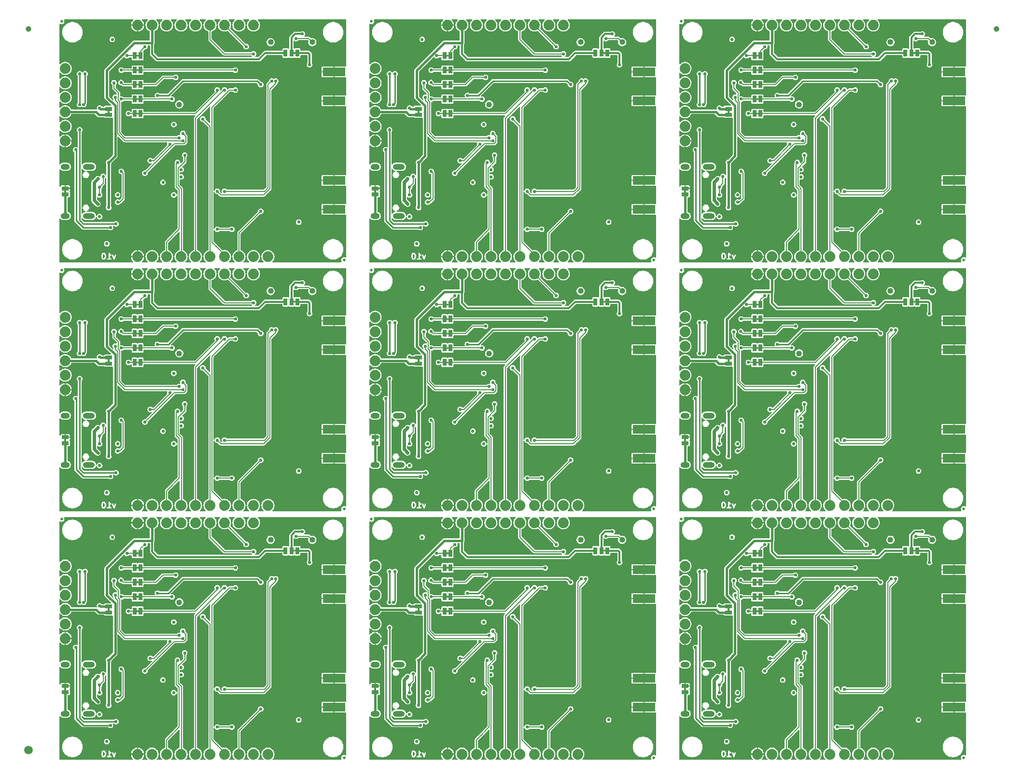
<source format=gbl>
%TF.GenerationSoftware,KiCad,Pcbnew,8.0.7*%
%TF.CreationDate,2025-04-01T11:43:09-06:00*%
%TF.ProjectId,SparkFun_GNSS_LG580P_panelized,53706172-6b46-4756-9e5f-474e53535f4c,rev?*%
%TF.SameCoordinates,Original*%
%TF.FileFunction,Copper,L4,Bot*%
%TF.FilePolarity,Positive*%
%FSLAX46Y46*%
G04 Gerber Fmt 4.6, Leading zero omitted, Abs format (unit mm)*
G04 Created by KiCad (PCBNEW 8.0.7) date 2025-04-01 11:43:09*
%MOMM*%
%LPD*%
G01*
G04 APERTURE LIST*
G04 Aperture macros list*
%AMRoundRect*
0 Rectangle with rounded corners*
0 $1 Rounding radius*
0 $2 $3 $4 $5 $6 $7 $8 $9 X,Y pos of 4 corners*
0 Add a 4 corners polygon primitive as box body*
4,1,4,$2,$3,$4,$5,$6,$7,$8,$9,$2,$3,0*
0 Add four circle primitives for the rounded corners*
1,1,$1+$1,$2,$3*
1,1,$1+$1,$4,$5*
1,1,$1+$1,$6,$7*
1,1,$1+$1,$8,$9*
0 Add four rect primitives between the rounded corners*
20,1,$1+$1,$2,$3,$4,$5,0*
20,1,$1+$1,$4,$5,$6,$7,0*
20,1,$1+$1,$6,$7,$8,$9,0*
20,1,$1+$1,$8,$9,$2,$3,0*%
G04 Aperture macros list end*
%ADD10C,0.250000*%
%TA.AperFunction,EtchedComponent*%
%ADD11C,0.000000*%
%TD*%
%TA.AperFunction,SMDPad,CuDef*%
%ADD12C,1.000000*%
%TD*%
%TA.AperFunction,SMDPad,CuDef*%
%ADD13C,1.500000*%
%TD*%
%TA.AperFunction,SMDPad,CuDef*%
%ADD14R,0.660400X1.270000*%
%TD*%
%TA.AperFunction,SMDPad,CuDef*%
%ADD15RoundRect,0.508000X0.000010X0.000010X-0.000010X0.000010X-0.000010X-0.000010X0.000010X-0.000010X0*%
%TD*%
%TA.AperFunction,SMDPad,CuDef*%
%ADD16C,0.500000*%
%TD*%
%TA.AperFunction,SMDPad,CuDef*%
%ADD17R,1.270000X0.660400*%
%TD*%
%TA.AperFunction,SMDPad,CuDef*%
%ADD18RoundRect,0.508000X0.000010X-0.000010X0.000010X0.000010X-0.000010X0.000010X-0.000010X-0.000010X0*%
%TD*%
%TA.AperFunction,SMDPad,CuDef*%
%ADD19R,4.000000X1.500000*%
%TD*%
%TA.AperFunction,ComponentPad*%
%ADD20C,1.879600*%
%TD*%
%TA.AperFunction,ComponentPad*%
%ADD21O,1.600000X1.000000*%
%TD*%
%TA.AperFunction,ComponentPad*%
%ADD22O,2.100000X1.000000*%
%TD*%
%TA.AperFunction,ViaPad*%
%ADD23C,0.560000*%
%TD*%
%TA.AperFunction,Conductor*%
%ADD24C,0.177800*%
%TD*%
%TA.AperFunction,Conductor*%
%ADD25C,0.348996*%
%TD*%
%TA.AperFunction,Conductor*%
%ADD26C,0.254000*%
%TD*%
%TA.AperFunction,Conductor*%
%ADD27C,0.406400*%
%TD*%
%TA.AperFunction,Conductor*%
%ADD28C,0.558800*%
%TD*%
%TA.AperFunction,Conductor*%
%ADD29C,0.152400*%
%TD*%
G04 APERTURE END LIST*
D10*
G36*
X116797668Y89030031D02*
G01*
X116816600Y89011098D01*
X116849010Y88946277D01*
X116889570Y88784040D01*
X116889570Y88576723D01*
X116849010Y88414487D01*
X116816599Y88349664D01*
X116797668Y88330732D01*
X116746967Y88305381D01*
X116710746Y88305381D01*
X116660044Y88330732D01*
X116641112Y88349664D01*
X116608701Y88414485D01*
X116568142Y88576723D01*
X116568142Y88784040D01*
X116608701Y88946278D01*
X116641111Y89011099D01*
X116660044Y89030031D01*
X116710746Y89055381D01*
X116746967Y89055381D01*
X116797668Y89030031D01*
G37*
G36*
X119025132Y87930381D02*
G01*
X116193142Y87930381D01*
X116193142Y88799429D01*
X116318142Y88799429D01*
X116318142Y88561334D01*
X116318561Y88557080D01*
X116318290Y88555258D01*
X116319639Y88546130D01*
X116320544Y88536948D01*
X116321248Y88535247D01*
X116321874Y88531017D01*
X116369493Y88340541D01*
X116370136Y88338742D01*
X116370200Y88337842D01*
X116374082Y88327696D01*
X116377738Y88317466D01*
X116378274Y88316742D01*
X116378958Y88314956D01*
X116426576Y88219719D01*
X116433183Y88209223D01*
X116434446Y88206175D01*
X116437263Y88202742D01*
X116439631Y88198981D01*
X116442125Y88196818D01*
X116449991Y88187233D01*
X116497610Y88139613D01*
X116507198Y88131744D01*
X116509360Y88129251D01*
X116513114Y88126888D01*
X116516551Y88124067D01*
X116519604Y88122803D01*
X116530097Y88116197D01*
X116625335Y88068578D01*
X116648221Y88059820D01*
X116652701Y88059502D01*
X116656851Y88057783D01*
X116681237Y88055381D01*
X116776475Y88055381D01*
X116800861Y88057783D01*
X116805009Y88059502D01*
X116809491Y88059820D01*
X116832377Y88068578D01*
X116927614Y88116196D01*
X116938110Y88122804D01*
X116941160Y88124067D01*
X116944593Y88126886D01*
X116948352Y88129251D01*
X116950514Y88131745D01*
X116960102Y88139613D01*
X117007721Y88187232D01*
X117015588Y88196820D01*
X117018081Y88198981D01*
X117020447Y88202741D01*
X117022110Y88204767D01*
X117272925Y88204767D01*
X117272925Y88155995D01*
X117291589Y88110935D01*
X117326077Y88076447D01*
X117371137Y88057783D01*
X117395523Y88055381D01*
X117966951Y88055381D01*
X117991337Y88057783D01*
X118036397Y88076447D01*
X118070885Y88110935D01*
X118089549Y88155995D01*
X118089549Y88204767D01*
X118070885Y88249827D01*
X118036397Y88284315D01*
X117991337Y88302979D01*
X117966951Y88305381D01*
X117806237Y88305381D01*
X117806237Y88836510D01*
X117815811Y88830483D01*
X117911049Y88782864D01*
X117933935Y88774106D01*
X117982584Y88770649D01*
X118028855Y88786072D01*
X118065700Y88818028D01*
X118071075Y88828779D01*
X118176627Y88828779D01*
X118182567Y88805006D01*
X118420662Y88138339D01*
X118431126Y88116182D01*
X118435336Y88111531D01*
X118438023Y88105859D01*
X118451582Y88093584D01*
X118463858Y88080024D01*
X118469530Y88077338D01*
X118474181Y88073127D01*
X118491405Y88066976D01*
X118507936Y88059145D01*
X118514201Y88058834D01*
X118520111Y88056723D01*
X118538386Y88057632D01*
X118556649Y88056724D01*
X118562555Y88058834D01*
X118568823Y88059145D01*
X118585355Y88066976D01*
X118602579Y88073127D01*
X118607230Y88077338D01*
X118612902Y88080024D01*
X118625177Y88093584D01*
X118638737Y88105859D01*
X118641423Y88111531D01*
X118645634Y88116182D01*
X118656098Y88138339D01*
X118894193Y88805006D01*
X118900132Y88828779D01*
X118897711Y88877491D01*
X118876832Y88921570D01*
X118840674Y88954302D01*
X118794744Y88970705D01*
X118746031Y88968284D01*
X118701953Y88947405D01*
X118669221Y88911247D01*
X118658757Y88889090D01*
X118538380Y88552034D01*
X118418003Y88889090D01*
X118407539Y88911247D01*
X118374807Y88947405D01*
X118330728Y88968284D01*
X118282016Y88970706D01*
X118236086Y88954302D01*
X118199928Y88921570D01*
X118179049Y88877491D01*
X118176627Y88828779D01*
X118071075Y88828779D01*
X118087511Y88861651D01*
X118090969Y88910301D01*
X118075546Y88956571D01*
X118043590Y88993416D01*
X118022852Y89006471D01*
X117945756Y89045019D01*
X117873615Y89117160D01*
X117785243Y89249719D01*
X117785187Y89249787D01*
X117785171Y89249827D01*
X117785080Y89249918D01*
X117769718Y89268677D01*
X117759433Y89275565D01*
X117750683Y89284315D01*
X117739370Y89289001D01*
X117729194Y89295816D01*
X117717055Y89298244D01*
X117705623Y89302979D01*
X117693378Y89302979D01*
X117681367Y89305381D01*
X117669225Y89302979D01*
X117656851Y89302979D01*
X117645537Y89298294D01*
X117633522Y89295916D01*
X117623223Y89289051D01*
X117611791Y89284315D01*
X117603132Y89275656D01*
X117592941Y89268862D01*
X117586053Y89258578D01*
X117577303Y89249827D01*
X117572617Y89238515D01*
X117565802Y89228338D01*
X117563374Y89216200D01*
X117558639Y89204767D01*
X117556262Y89180638D01*
X117556237Y89180511D01*
X117556245Y89180468D01*
X117556237Y89180381D01*
X117556237Y88305381D01*
X117395523Y88305381D01*
X117371137Y88302979D01*
X117326077Y88284315D01*
X117291589Y88249827D01*
X117272925Y88204767D01*
X117022110Y88204767D01*
X117023266Y88206175D01*
X117024528Y88209224D01*
X117031135Y88219718D01*
X117078754Y88314956D01*
X117079437Y88316742D01*
X117079974Y88317466D01*
X117083629Y88327696D01*
X117087512Y88337842D01*
X117087575Y88338742D01*
X117088219Y88340541D01*
X117135838Y88531017D01*
X117136463Y88535247D01*
X117137168Y88536948D01*
X117138072Y88546128D01*
X117139422Y88555257D01*
X117139150Y88557080D01*
X117139570Y88561334D01*
X117139570Y88799429D01*
X117139150Y88803684D01*
X117139422Y88805506D01*
X117138072Y88814636D01*
X117137168Y88823815D01*
X117136463Y88825517D01*
X117135838Y88829746D01*
X117088219Y89020222D01*
X117087575Y89022022D01*
X117087512Y89022921D01*
X117083629Y89033068D01*
X117079974Y89043297D01*
X117079437Y89044022D01*
X117078754Y89045807D01*
X117031135Y89141045D01*
X117024528Y89151540D01*
X117023265Y89154590D01*
X117020446Y89158025D01*
X117018081Y89161782D01*
X117015589Y89163944D01*
X117007720Y89173532D01*
X116960101Y89221150D01*
X116950515Y89229017D01*
X116948352Y89231511D01*
X116944590Y89233880D01*
X116941159Y89236695D01*
X116938112Y89237957D01*
X116927614Y89244566D01*
X116832377Y89292184D01*
X116809491Y89300942D01*
X116805009Y89301261D01*
X116800861Y89302979D01*
X116776475Y89305381D01*
X116681237Y89305381D01*
X116656851Y89302979D01*
X116652701Y89301261D01*
X116648221Y89300942D01*
X116625335Y89292184D01*
X116530097Y89244565D01*
X116519602Y89237959D01*
X116516552Y89236695D01*
X116513117Y89233877D01*
X116509360Y89231511D01*
X116507198Y89229020D01*
X116497610Y89221150D01*
X116449992Y89173531D01*
X116442125Y89163946D01*
X116439631Y89161782D01*
X116437262Y89158021D01*
X116434447Y89154589D01*
X116433185Y89151543D01*
X116426576Y89141044D01*
X116378958Y89045807D01*
X116378274Y89044022D01*
X116377738Y89043297D01*
X116374082Y89033068D01*
X116370200Y89022921D01*
X116370136Y89022022D01*
X116369493Y89020222D01*
X116321874Y88829746D01*
X116321248Y88825517D01*
X116320544Y88823815D01*
X116319639Y88814634D01*
X116318290Y88805505D01*
X116318561Y88803684D01*
X116318142Y88799429D01*
X116193142Y88799429D01*
X116193142Y89430381D01*
X119025132Y89430381D01*
X119025132Y87930381D01*
G37*
G36*
X116797668Y45350031D02*
G01*
X116816600Y45331098D01*
X116849010Y45266277D01*
X116889570Y45104040D01*
X116889570Y44896723D01*
X116849010Y44734487D01*
X116816599Y44669664D01*
X116797668Y44650732D01*
X116746967Y44625381D01*
X116710746Y44625381D01*
X116660044Y44650732D01*
X116641112Y44669664D01*
X116608701Y44734485D01*
X116568142Y44896723D01*
X116568142Y45104040D01*
X116608701Y45266278D01*
X116641111Y45331099D01*
X116660044Y45350031D01*
X116710746Y45375381D01*
X116746967Y45375381D01*
X116797668Y45350031D01*
G37*
G36*
X119025132Y44250381D02*
G01*
X116193142Y44250381D01*
X116193142Y45119429D01*
X116318142Y45119429D01*
X116318142Y44881334D01*
X116318561Y44877080D01*
X116318290Y44875258D01*
X116319639Y44866130D01*
X116320544Y44856948D01*
X116321248Y44855247D01*
X116321874Y44851017D01*
X116369493Y44660541D01*
X116370136Y44658742D01*
X116370200Y44657842D01*
X116374082Y44647696D01*
X116377738Y44637466D01*
X116378274Y44636742D01*
X116378958Y44634956D01*
X116426576Y44539719D01*
X116433183Y44529223D01*
X116434446Y44526175D01*
X116437263Y44522742D01*
X116439631Y44518981D01*
X116442125Y44516818D01*
X116449991Y44507233D01*
X116497610Y44459613D01*
X116507198Y44451744D01*
X116509360Y44449251D01*
X116513114Y44446888D01*
X116516551Y44444067D01*
X116519604Y44442803D01*
X116530097Y44436197D01*
X116625335Y44388578D01*
X116648221Y44379820D01*
X116652701Y44379502D01*
X116656851Y44377783D01*
X116681237Y44375381D01*
X116776475Y44375381D01*
X116800861Y44377783D01*
X116805009Y44379502D01*
X116809491Y44379820D01*
X116832377Y44388578D01*
X116927614Y44436196D01*
X116938110Y44442804D01*
X116941160Y44444067D01*
X116944593Y44446886D01*
X116948352Y44449251D01*
X116950514Y44451745D01*
X116960102Y44459613D01*
X117007721Y44507232D01*
X117015588Y44516820D01*
X117018081Y44518981D01*
X117020447Y44522741D01*
X117022110Y44524767D01*
X117272925Y44524767D01*
X117272925Y44475995D01*
X117291589Y44430935D01*
X117326077Y44396447D01*
X117371137Y44377783D01*
X117395523Y44375381D01*
X117966951Y44375381D01*
X117991337Y44377783D01*
X118036397Y44396447D01*
X118070885Y44430935D01*
X118089549Y44475995D01*
X118089549Y44524767D01*
X118070885Y44569827D01*
X118036397Y44604315D01*
X117991337Y44622979D01*
X117966951Y44625381D01*
X117806237Y44625381D01*
X117806237Y45156510D01*
X117815811Y45150483D01*
X117911049Y45102864D01*
X117933935Y45094106D01*
X117982584Y45090649D01*
X118028855Y45106072D01*
X118065700Y45138028D01*
X118071075Y45148779D01*
X118176627Y45148779D01*
X118182567Y45125006D01*
X118420662Y44458339D01*
X118431126Y44436182D01*
X118435336Y44431531D01*
X118438023Y44425859D01*
X118451582Y44413584D01*
X118463858Y44400024D01*
X118469530Y44397338D01*
X118474181Y44393127D01*
X118491405Y44386976D01*
X118507936Y44379145D01*
X118514201Y44378834D01*
X118520111Y44376723D01*
X118538386Y44377632D01*
X118556649Y44376724D01*
X118562555Y44378834D01*
X118568823Y44379145D01*
X118585355Y44386976D01*
X118602579Y44393127D01*
X118607230Y44397338D01*
X118612902Y44400024D01*
X118625177Y44413584D01*
X118638737Y44425859D01*
X118641423Y44431531D01*
X118645634Y44436182D01*
X118656098Y44458339D01*
X118894193Y45125006D01*
X118900132Y45148779D01*
X118897711Y45197491D01*
X118876832Y45241570D01*
X118840674Y45274302D01*
X118794744Y45290705D01*
X118746031Y45288284D01*
X118701953Y45267405D01*
X118669221Y45231247D01*
X118658757Y45209090D01*
X118538380Y44872034D01*
X118418003Y45209090D01*
X118407539Y45231247D01*
X118374807Y45267405D01*
X118330728Y45288284D01*
X118282016Y45290706D01*
X118236086Y45274302D01*
X118199928Y45241570D01*
X118179049Y45197491D01*
X118176627Y45148779D01*
X118071075Y45148779D01*
X118087511Y45181651D01*
X118090969Y45230301D01*
X118075546Y45276571D01*
X118043590Y45313416D01*
X118022852Y45326471D01*
X117945756Y45365019D01*
X117873615Y45437160D01*
X117785243Y45569719D01*
X117785187Y45569787D01*
X117785171Y45569827D01*
X117785080Y45569918D01*
X117769718Y45588677D01*
X117759433Y45595565D01*
X117750683Y45604315D01*
X117739370Y45609001D01*
X117729194Y45615816D01*
X117717055Y45618244D01*
X117705623Y45622979D01*
X117693378Y45622979D01*
X117681367Y45625381D01*
X117669225Y45622979D01*
X117656851Y45622979D01*
X117645537Y45618294D01*
X117633522Y45615916D01*
X117623223Y45609051D01*
X117611791Y45604315D01*
X117603132Y45595656D01*
X117592941Y45588862D01*
X117586053Y45578578D01*
X117577303Y45569827D01*
X117572617Y45558515D01*
X117565802Y45548338D01*
X117563374Y45536200D01*
X117558639Y45524767D01*
X117556262Y45500638D01*
X117556237Y45500511D01*
X117556245Y45500468D01*
X117556237Y45500381D01*
X117556237Y44625381D01*
X117395523Y44625381D01*
X117371137Y44622979D01*
X117326077Y44604315D01*
X117291589Y44569827D01*
X117272925Y44524767D01*
X117022110Y44524767D01*
X117023266Y44526175D01*
X117024528Y44529224D01*
X117031135Y44539718D01*
X117078754Y44634956D01*
X117079437Y44636742D01*
X117079974Y44637466D01*
X117083629Y44647696D01*
X117087512Y44657842D01*
X117087575Y44658742D01*
X117088219Y44660541D01*
X117135838Y44851017D01*
X117136463Y44855247D01*
X117137168Y44856948D01*
X117138072Y44866128D01*
X117139422Y44875257D01*
X117139150Y44877080D01*
X117139570Y44881334D01*
X117139570Y45119429D01*
X117139150Y45123684D01*
X117139422Y45125506D01*
X117138072Y45134636D01*
X117137168Y45143815D01*
X117136463Y45145517D01*
X117135838Y45149746D01*
X117088219Y45340222D01*
X117087575Y45342022D01*
X117087512Y45342921D01*
X117083629Y45353068D01*
X117079974Y45363297D01*
X117079437Y45364022D01*
X117078754Y45365807D01*
X117031135Y45461045D01*
X117024528Y45471540D01*
X117023265Y45474590D01*
X117020446Y45478025D01*
X117018081Y45481782D01*
X117015589Y45483944D01*
X117007720Y45493532D01*
X116960101Y45541150D01*
X116950515Y45549017D01*
X116948352Y45551511D01*
X116944590Y45553880D01*
X116941159Y45556695D01*
X116938112Y45557957D01*
X116927614Y45564566D01*
X116832377Y45612184D01*
X116809491Y45620942D01*
X116805009Y45621261D01*
X116800861Y45622979D01*
X116776475Y45625381D01*
X116681237Y45625381D01*
X116656851Y45622979D01*
X116652701Y45621261D01*
X116648221Y45620942D01*
X116625335Y45612184D01*
X116530097Y45564565D01*
X116519602Y45557959D01*
X116516552Y45556695D01*
X116513117Y45553877D01*
X116509360Y45551511D01*
X116507198Y45549020D01*
X116497610Y45541150D01*
X116449992Y45493531D01*
X116442125Y45483946D01*
X116439631Y45481782D01*
X116437262Y45478021D01*
X116434447Y45474589D01*
X116433185Y45471543D01*
X116426576Y45461044D01*
X116378958Y45365807D01*
X116378274Y45364022D01*
X116377738Y45363297D01*
X116374082Y45353068D01*
X116370200Y45342921D01*
X116370136Y45342022D01*
X116369493Y45340222D01*
X116321874Y45149746D01*
X116321248Y45145517D01*
X116320544Y45143815D01*
X116319639Y45134634D01*
X116318290Y45125505D01*
X116318561Y45123684D01*
X116318142Y45119429D01*
X116193142Y45119429D01*
X116193142Y45750381D01*
X119025132Y45750381D01*
X119025132Y44250381D01*
G37*
G36*
X116797668Y1670031D02*
G01*
X116816600Y1651098D01*
X116849010Y1586277D01*
X116889570Y1424040D01*
X116889570Y1216723D01*
X116849010Y1054487D01*
X116816599Y989664D01*
X116797668Y970732D01*
X116746967Y945381D01*
X116710746Y945381D01*
X116660044Y970732D01*
X116641112Y989664D01*
X116608701Y1054485D01*
X116568142Y1216723D01*
X116568142Y1424040D01*
X116608701Y1586278D01*
X116641111Y1651099D01*
X116660044Y1670031D01*
X116710746Y1695381D01*
X116746967Y1695381D01*
X116797668Y1670031D01*
G37*
G36*
X119025132Y570381D02*
G01*
X116193142Y570381D01*
X116193142Y1439429D01*
X116318142Y1439429D01*
X116318142Y1201334D01*
X116318561Y1197080D01*
X116318290Y1195258D01*
X116319639Y1186130D01*
X116320544Y1176948D01*
X116321248Y1175247D01*
X116321874Y1171017D01*
X116369493Y980541D01*
X116370136Y978742D01*
X116370200Y977842D01*
X116374082Y967696D01*
X116377738Y957466D01*
X116378274Y956742D01*
X116378958Y954956D01*
X116426576Y859719D01*
X116433183Y849223D01*
X116434446Y846175D01*
X116437263Y842742D01*
X116439631Y838981D01*
X116442125Y836818D01*
X116449991Y827233D01*
X116497610Y779613D01*
X116507198Y771744D01*
X116509360Y769251D01*
X116513114Y766888D01*
X116516551Y764067D01*
X116519604Y762803D01*
X116530097Y756197D01*
X116625335Y708578D01*
X116648221Y699820D01*
X116652701Y699502D01*
X116656851Y697783D01*
X116681237Y695381D01*
X116776475Y695381D01*
X116800861Y697783D01*
X116805009Y699502D01*
X116809491Y699820D01*
X116832377Y708578D01*
X116927614Y756196D01*
X116938110Y762804D01*
X116941160Y764067D01*
X116944593Y766886D01*
X116948352Y769251D01*
X116950514Y771745D01*
X116960102Y779613D01*
X117007721Y827232D01*
X117015588Y836820D01*
X117018081Y838981D01*
X117020447Y842741D01*
X117022110Y844767D01*
X117272925Y844767D01*
X117272925Y795995D01*
X117291589Y750935D01*
X117326077Y716447D01*
X117371137Y697783D01*
X117395523Y695381D01*
X117966951Y695381D01*
X117991337Y697783D01*
X118036397Y716447D01*
X118070885Y750935D01*
X118089549Y795995D01*
X118089549Y844767D01*
X118070885Y889827D01*
X118036397Y924315D01*
X117991337Y942979D01*
X117966951Y945381D01*
X117806237Y945381D01*
X117806237Y1476510D01*
X117815811Y1470483D01*
X117911049Y1422864D01*
X117933935Y1414106D01*
X117982584Y1410649D01*
X118028855Y1426072D01*
X118065700Y1458028D01*
X118071075Y1468779D01*
X118176627Y1468779D01*
X118182567Y1445006D01*
X118420662Y778339D01*
X118431126Y756182D01*
X118435336Y751531D01*
X118438023Y745859D01*
X118451582Y733584D01*
X118463858Y720024D01*
X118469530Y717338D01*
X118474181Y713127D01*
X118491405Y706976D01*
X118507936Y699145D01*
X118514201Y698834D01*
X118520111Y696723D01*
X118538386Y697632D01*
X118556649Y696724D01*
X118562555Y698834D01*
X118568823Y699145D01*
X118585355Y706976D01*
X118602579Y713127D01*
X118607230Y717338D01*
X118612902Y720024D01*
X118625177Y733584D01*
X118638737Y745859D01*
X118641423Y751531D01*
X118645634Y756182D01*
X118656098Y778339D01*
X118894193Y1445006D01*
X118900132Y1468779D01*
X118897711Y1517491D01*
X118876832Y1561570D01*
X118840674Y1594302D01*
X118794744Y1610705D01*
X118746031Y1608284D01*
X118701953Y1587405D01*
X118669221Y1551247D01*
X118658757Y1529090D01*
X118538380Y1192034D01*
X118418003Y1529090D01*
X118407539Y1551247D01*
X118374807Y1587405D01*
X118330728Y1608284D01*
X118282016Y1610706D01*
X118236086Y1594302D01*
X118199928Y1561570D01*
X118179049Y1517491D01*
X118176627Y1468779D01*
X118071075Y1468779D01*
X118087511Y1501651D01*
X118090969Y1550301D01*
X118075546Y1596571D01*
X118043590Y1633416D01*
X118022852Y1646471D01*
X117945756Y1685019D01*
X117873615Y1757160D01*
X117785243Y1889719D01*
X117785187Y1889787D01*
X117785171Y1889827D01*
X117785080Y1889918D01*
X117769718Y1908677D01*
X117759433Y1915565D01*
X117750683Y1924315D01*
X117739370Y1929001D01*
X117729194Y1935816D01*
X117717055Y1938244D01*
X117705623Y1942979D01*
X117693378Y1942979D01*
X117681367Y1945381D01*
X117669225Y1942979D01*
X117656851Y1942979D01*
X117645537Y1938294D01*
X117633522Y1935916D01*
X117623223Y1929051D01*
X117611791Y1924315D01*
X117603132Y1915656D01*
X117592941Y1908862D01*
X117586053Y1898578D01*
X117577303Y1889827D01*
X117572617Y1878515D01*
X117565802Y1868338D01*
X117563374Y1856200D01*
X117558639Y1844767D01*
X117556262Y1820638D01*
X117556237Y1820511D01*
X117556245Y1820468D01*
X117556237Y1820381D01*
X117556237Y945381D01*
X117395523Y945381D01*
X117371137Y942979D01*
X117326077Y924315D01*
X117291589Y889827D01*
X117272925Y844767D01*
X117022110Y844767D01*
X117023266Y846175D01*
X117024528Y849224D01*
X117031135Y859718D01*
X117078754Y954956D01*
X117079437Y956742D01*
X117079974Y957466D01*
X117083629Y967696D01*
X117087512Y977842D01*
X117087575Y978742D01*
X117088219Y980541D01*
X117135838Y1171017D01*
X117136463Y1175247D01*
X117137168Y1176948D01*
X117138072Y1186128D01*
X117139422Y1195257D01*
X117139150Y1197080D01*
X117139570Y1201334D01*
X117139570Y1439429D01*
X117139150Y1443684D01*
X117139422Y1445506D01*
X117138072Y1454636D01*
X117137168Y1463815D01*
X117136463Y1465517D01*
X117135838Y1469746D01*
X117088219Y1660222D01*
X117087575Y1662022D01*
X117087512Y1662921D01*
X117083629Y1673068D01*
X117079974Y1683297D01*
X117079437Y1684022D01*
X117078754Y1685807D01*
X117031135Y1781045D01*
X117024528Y1791540D01*
X117023265Y1794590D01*
X117020446Y1798025D01*
X117018081Y1801782D01*
X117015589Y1803944D01*
X117007720Y1813532D01*
X116960101Y1861150D01*
X116950515Y1869017D01*
X116948352Y1871511D01*
X116944590Y1873880D01*
X116941159Y1876695D01*
X116938112Y1877957D01*
X116927614Y1884566D01*
X116832377Y1932184D01*
X116809491Y1940942D01*
X116805009Y1941261D01*
X116800861Y1942979D01*
X116776475Y1945381D01*
X116681237Y1945381D01*
X116656851Y1942979D01*
X116652701Y1941261D01*
X116648221Y1940942D01*
X116625335Y1932184D01*
X116530097Y1884565D01*
X116519602Y1877959D01*
X116516552Y1876695D01*
X116513117Y1873877D01*
X116509360Y1871511D01*
X116507198Y1869020D01*
X116497610Y1861150D01*
X116449992Y1813531D01*
X116442125Y1803946D01*
X116439631Y1801782D01*
X116437262Y1798021D01*
X116434447Y1794589D01*
X116433185Y1791543D01*
X116426576Y1781044D01*
X116378958Y1685807D01*
X116378274Y1684022D01*
X116377738Y1683297D01*
X116374082Y1673068D01*
X116370200Y1662921D01*
X116370136Y1662022D01*
X116369493Y1660222D01*
X116321874Y1469746D01*
X116321248Y1465517D01*
X116320544Y1463815D01*
X116319639Y1454634D01*
X116318290Y1445505D01*
X116318561Y1443684D01*
X116318142Y1439429D01*
X116193142Y1439429D01*
X116193142Y2070381D01*
X119025132Y2070381D01*
X119025132Y570381D01*
G37*
G36*
X62449668Y89030031D02*
G01*
X62468600Y89011098D01*
X62501010Y88946277D01*
X62541570Y88784040D01*
X62541570Y88576723D01*
X62501010Y88414487D01*
X62468599Y88349664D01*
X62449668Y88330732D01*
X62398967Y88305381D01*
X62362746Y88305381D01*
X62312044Y88330732D01*
X62293112Y88349664D01*
X62260701Y88414485D01*
X62220142Y88576723D01*
X62220142Y88784040D01*
X62260701Y88946278D01*
X62293111Y89011099D01*
X62312044Y89030031D01*
X62362746Y89055381D01*
X62398967Y89055381D01*
X62449668Y89030031D01*
G37*
G36*
X64677132Y87930381D02*
G01*
X61845142Y87930381D01*
X61845142Y88799429D01*
X61970142Y88799429D01*
X61970142Y88561334D01*
X61970561Y88557080D01*
X61970290Y88555258D01*
X61971639Y88546130D01*
X61972544Y88536948D01*
X61973248Y88535247D01*
X61973874Y88531017D01*
X62021493Y88340541D01*
X62022136Y88338742D01*
X62022200Y88337842D01*
X62026082Y88327696D01*
X62029738Y88317466D01*
X62030274Y88316742D01*
X62030958Y88314956D01*
X62078576Y88219719D01*
X62085183Y88209223D01*
X62086446Y88206175D01*
X62089263Y88202742D01*
X62091631Y88198981D01*
X62094125Y88196818D01*
X62101991Y88187233D01*
X62149610Y88139613D01*
X62159198Y88131744D01*
X62161360Y88129251D01*
X62165114Y88126888D01*
X62168551Y88124067D01*
X62171604Y88122803D01*
X62182097Y88116197D01*
X62277335Y88068578D01*
X62300221Y88059820D01*
X62304701Y88059502D01*
X62308851Y88057783D01*
X62333237Y88055381D01*
X62428475Y88055381D01*
X62452861Y88057783D01*
X62457009Y88059502D01*
X62461491Y88059820D01*
X62484377Y88068578D01*
X62579614Y88116196D01*
X62590110Y88122804D01*
X62593160Y88124067D01*
X62596593Y88126886D01*
X62600352Y88129251D01*
X62602514Y88131745D01*
X62612102Y88139613D01*
X62659721Y88187232D01*
X62667588Y88196820D01*
X62670081Y88198981D01*
X62672447Y88202741D01*
X62674110Y88204767D01*
X62924925Y88204767D01*
X62924925Y88155995D01*
X62943589Y88110935D01*
X62978077Y88076447D01*
X63023137Y88057783D01*
X63047523Y88055381D01*
X63618951Y88055381D01*
X63643337Y88057783D01*
X63688397Y88076447D01*
X63722885Y88110935D01*
X63741549Y88155995D01*
X63741549Y88204767D01*
X63722885Y88249827D01*
X63688397Y88284315D01*
X63643337Y88302979D01*
X63618951Y88305381D01*
X63458237Y88305381D01*
X63458237Y88836510D01*
X63467811Y88830483D01*
X63563049Y88782864D01*
X63585935Y88774106D01*
X63634584Y88770649D01*
X63680855Y88786072D01*
X63717700Y88818028D01*
X63723075Y88828779D01*
X63828627Y88828779D01*
X63834567Y88805006D01*
X64072662Y88138339D01*
X64083126Y88116182D01*
X64087336Y88111531D01*
X64090023Y88105859D01*
X64103582Y88093584D01*
X64115858Y88080024D01*
X64121530Y88077338D01*
X64126181Y88073127D01*
X64143405Y88066976D01*
X64159936Y88059145D01*
X64166201Y88058834D01*
X64172111Y88056723D01*
X64190386Y88057632D01*
X64208649Y88056724D01*
X64214555Y88058834D01*
X64220823Y88059145D01*
X64237355Y88066976D01*
X64254579Y88073127D01*
X64259230Y88077338D01*
X64264902Y88080024D01*
X64277177Y88093584D01*
X64290737Y88105859D01*
X64293423Y88111531D01*
X64297634Y88116182D01*
X64308098Y88138339D01*
X64546193Y88805006D01*
X64552132Y88828779D01*
X64549711Y88877491D01*
X64528832Y88921570D01*
X64492674Y88954302D01*
X64446744Y88970705D01*
X64398031Y88968284D01*
X64353953Y88947405D01*
X64321221Y88911247D01*
X64310757Y88889090D01*
X64190380Y88552034D01*
X64070003Y88889090D01*
X64059539Y88911247D01*
X64026807Y88947405D01*
X63982728Y88968284D01*
X63934016Y88970706D01*
X63888086Y88954302D01*
X63851928Y88921570D01*
X63831049Y88877491D01*
X63828627Y88828779D01*
X63723075Y88828779D01*
X63739511Y88861651D01*
X63742969Y88910301D01*
X63727546Y88956571D01*
X63695590Y88993416D01*
X63674852Y89006471D01*
X63597756Y89045019D01*
X63525615Y89117160D01*
X63437243Y89249719D01*
X63437187Y89249787D01*
X63437171Y89249827D01*
X63437080Y89249918D01*
X63421718Y89268677D01*
X63411433Y89275565D01*
X63402683Y89284315D01*
X63391370Y89289001D01*
X63381194Y89295816D01*
X63369055Y89298244D01*
X63357623Y89302979D01*
X63345378Y89302979D01*
X63333367Y89305381D01*
X63321225Y89302979D01*
X63308851Y89302979D01*
X63297537Y89298294D01*
X63285522Y89295916D01*
X63275223Y89289051D01*
X63263791Y89284315D01*
X63255132Y89275656D01*
X63244941Y89268862D01*
X63238053Y89258578D01*
X63229303Y89249827D01*
X63224617Y89238515D01*
X63217802Y89228338D01*
X63215374Y89216200D01*
X63210639Y89204767D01*
X63208262Y89180638D01*
X63208237Y89180511D01*
X63208245Y89180468D01*
X63208237Y89180381D01*
X63208237Y88305381D01*
X63047523Y88305381D01*
X63023137Y88302979D01*
X62978077Y88284315D01*
X62943589Y88249827D01*
X62924925Y88204767D01*
X62674110Y88204767D01*
X62675266Y88206175D01*
X62676528Y88209224D01*
X62683135Y88219718D01*
X62730754Y88314956D01*
X62731437Y88316742D01*
X62731974Y88317466D01*
X62735629Y88327696D01*
X62739512Y88337842D01*
X62739575Y88338742D01*
X62740219Y88340541D01*
X62787838Y88531017D01*
X62788463Y88535247D01*
X62789168Y88536948D01*
X62790072Y88546128D01*
X62791422Y88555257D01*
X62791150Y88557080D01*
X62791570Y88561334D01*
X62791570Y88799429D01*
X62791150Y88803684D01*
X62791422Y88805506D01*
X62790072Y88814636D01*
X62789168Y88823815D01*
X62788463Y88825517D01*
X62787838Y88829746D01*
X62740219Y89020222D01*
X62739575Y89022022D01*
X62739512Y89022921D01*
X62735629Y89033068D01*
X62731974Y89043297D01*
X62731437Y89044022D01*
X62730754Y89045807D01*
X62683135Y89141045D01*
X62676528Y89151540D01*
X62675265Y89154590D01*
X62672446Y89158025D01*
X62670081Y89161782D01*
X62667589Y89163944D01*
X62659720Y89173532D01*
X62612101Y89221150D01*
X62602515Y89229017D01*
X62600352Y89231511D01*
X62596590Y89233880D01*
X62593159Y89236695D01*
X62590112Y89237957D01*
X62579614Y89244566D01*
X62484377Y89292184D01*
X62461491Y89300942D01*
X62457009Y89301261D01*
X62452861Y89302979D01*
X62428475Y89305381D01*
X62333237Y89305381D01*
X62308851Y89302979D01*
X62304701Y89301261D01*
X62300221Y89300942D01*
X62277335Y89292184D01*
X62182097Y89244565D01*
X62171602Y89237959D01*
X62168552Y89236695D01*
X62165117Y89233877D01*
X62161360Y89231511D01*
X62159198Y89229020D01*
X62149610Y89221150D01*
X62101992Y89173531D01*
X62094125Y89163946D01*
X62091631Y89161782D01*
X62089262Y89158021D01*
X62086447Y89154589D01*
X62085185Y89151543D01*
X62078576Y89141044D01*
X62030958Y89045807D01*
X62030274Y89044022D01*
X62029738Y89043297D01*
X62026082Y89033068D01*
X62022200Y89022921D01*
X62022136Y89022022D01*
X62021493Y89020222D01*
X61973874Y88829746D01*
X61973248Y88825517D01*
X61972544Y88823815D01*
X61971639Y88814634D01*
X61970290Y88805505D01*
X61970561Y88803684D01*
X61970142Y88799429D01*
X61845142Y88799429D01*
X61845142Y89430381D01*
X64677132Y89430381D01*
X64677132Y87930381D01*
G37*
G36*
X62449668Y45350031D02*
G01*
X62468600Y45331098D01*
X62501010Y45266277D01*
X62541570Y45104040D01*
X62541570Y44896723D01*
X62501010Y44734487D01*
X62468599Y44669664D01*
X62449668Y44650732D01*
X62398967Y44625381D01*
X62362746Y44625381D01*
X62312044Y44650732D01*
X62293112Y44669664D01*
X62260701Y44734485D01*
X62220142Y44896723D01*
X62220142Y45104040D01*
X62260701Y45266278D01*
X62293111Y45331099D01*
X62312044Y45350031D01*
X62362746Y45375381D01*
X62398967Y45375381D01*
X62449668Y45350031D01*
G37*
G36*
X64677132Y44250381D02*
G01*
X61845142Y44250381D01*
X61845142Y45119429D01*
X61970142Y45119429D01*
X61970142Y44881334D01*
X61970561Y44877080D01*
X61970290Y44875258D01*
X61971639Y44866130D01*
X61972544Y44856948D01*
X61973248Y44855247D01*
X61973874Y44851017D01*
X62021493Y44660541D01*
X62022136Y44658742D01*
X62022200Y44657842D01*
X62026082Y44647696D01*
X62029738Y44637466D01*
X62030274Y44636742D01*
X62030958Y44634956D01*
X62078576Y44539719D01*
X62085183Y44529223D01*
X62086446Y44526175D01*
X62089263Y44522742D01*
X62091631Y44518981D01*
X62094125Y44516818D01*
X62101991Y44507233D01*
X62149610Y44459613D01*
X62159198Y44451744D01*
X62161360Y44449251D01*
X62165114Y44446888D01*
X62168551Y44444067D01*
X62171604Y44442803D01*
X62182097Y44436197D01*
X62277335Y44388578D01*
X62300221Y44379820D01*
X62304701Y44379502D01*
X62308851Y44377783D01*
X62333237Y44375381D01*
X62428475Y44375381D01*
X62452861Y44377783D01*
X62457009Y44379502D01*
X62461491Y44379820D01*
X62484377Y44388578D01*
X62579614Y44436196D01*
X62590110Y44442804D01*
X62593160Y44444067D01*
X62596593Y44446886D01*
X62600352Y44449251D01*
X62602514Y44451745D01*
X62612102Y44459613D01*
X62659721Y44507232D01*
X62667588Y44516820D01*
X62670081Y44518981D01*
X62672447Y44522741D01*
X62674110Y44524767D01*
X62924925Y44524767D01*
X62924925Y44475995D01*
X62943589Y44430935D01*
X62978077Y44396447D01*
X63023137Y44377783D01*
X63047523Y44375381D01*
X63618951Y44375381D01*
X63643337Y44377783D01*
X63688397Y44396447D01*
X63722885Y44430935D01*
X63741549Y44475995D01*
X63741549Y44524767D01*
X63722885Y44569827D01*
X63688397Y44604315D01*
X63643337Y44622979D01*
X63618951Y44625381D01*
X63458237Y44625381D01*
X63458237Y45156510D01*
X63467811Y45150483D01*
X63563049Y45102864D01*
X63585935Y45094106D01*
X63634584Y45090649D01*
X63680855Y45106072D01*
X63717700Y45138028D01*
X63723075Y45148779D01*
X63828627Y45148779D01*
X63834567Y45125006D01*
X64072662Y44458339D01*
X64083126Y44436182D01*
X64087336Y44431531D01*
X64090023Y44425859D01*
X64103582Y44413584D01*
X64115858Y44400024D01*
X64121530Y44397338D01*
X64126181Y44393127D01*
X64143405Y44386976D01*
X64159936Y44379145D01*
X64166201Y44378834D01*
X64172111Y44376723D01*
X64190386Y44377632D01*
X64208649Y44376724D01*
X64214555Y44378834D01*
X64220823Y44379145D01*
X64237355Y44386976D01*
X64254579Y44393127D01*
X64259230Y44397338D01*
X64264902Y44400024D01*
X64277177Y44413584D01*
X64290737Y44425859D01*
X64293423Y44431531D01*
X64297634Y44436182D01*
X64308098Y44458339D01*
X64546193Y45125006D01*
X64552132Y45148779D01*
X64549711Y45197491D01*
X64528832Y45241570D01*
X64492674Y45274302D01*
X64446744Y45290705D01*
X64398031Y45288284D01*
X64353953Y45267405D01*
X64321221Y45231247D01*
X64310757Y45209090D01*
X64190380Y44872034D01*
X64070003Y45209090D01*
X64059539Y45231247D01*
X64026807Y45267405D01*
X63982728Y45288284D01*
X63934016Y45290706D01*
X63888086Y45274302D01*
X63851928Y45241570D01*
X63831049Y45197491D01*
X63828627Y45148779D01*
X63723075Y45148779D01*
X63739511Y45181651D01*
X63742969Y45230301D01*
X63727546Y45276571D01*
X63695590Y45313416D01*
X63674852Y45326471D01*
X63597756Y45365019D01*
X63525615Y45437160D01*
X63437243Y45569719D01*
X63437187Y45569787D01*
X63437171Y45569827D01*
X63437080Y45569918D01*
X63421718Y45588677D01*
X63411433Y45595565D01*
X63402683Y45604315D01*
X63391370Y45609001D01*
X63381194Y45615816D01*
X63369055Y45618244D01*
X63357623Y45622979D01*
X63345378Y45622979D01*
X63333367Y45625381D01*
X63321225Y45622979D01*
X63308851Y45622979D01*
X63297537Y45618294D01*
X63285522Y45615916D01*
X63275223Y45609051D01*
X63263791Y45604315D01*
X63255132Y45595656D01*
X63244941Y45588862D01*
X63238053Y45578578D01*
X63229303Y45569827D01*
X63224617Y45558515D01*
X63217802Y45548338D01*
X63215374Y45536200D01*
X63210639Y45524767D01*
X63208262Y45500638D01*
X63208237Y45500511D01*
X63208245Y45500468D01*
X63208237Y45500381D01*
X63208237Y44625381D01*
X63047523Y44625381D01*
X63023137Y44622979D01*
X62978077Y44604315D01*
X62943589Y44569827D01*
X62924925Y44524767D01*
X62674110Y44524767D01*
X62675266Y44526175D01*
X62676528Y44529224D01*
X62683135Y44539718D01*
X62730754Y44634956D01*
X62731437Y44636742D01*
X62731974Y44637466D01*
X62735629Y44647696D01*
X62739512Y44657842D01*
X62739575Y44658742D01*
X62740219Y44660541D01*
X62787838Y44851017D01*
X62788463Y44855247D01*
X62789168Y44856948D01*
X62790072Y44866128D01*
X62791422Y44875257D01*
X62791150Y44877080D01*
X62791570Y44881334D01*
X62791570Y45119429D01*
X62791150Y45123684D01*
X62791422Y45125506D01*
X62790072Y45134636D01*
X62789168Y45143815D01*
X62788463Y45145517D01*
X62787838Y45149746D01*
X62740219Y45340222D01*
X62739575Y45342022D01*
X62739512Y45342921D01*
X62735629Y45353068D01*
X62731974Y45363297D01*
X62731437Y45364022D01*
X62730754Y45365807D01*
X62683135Y45461045D01*
X62676528Y45471540D01*
X62675265Y45474590D01*
X62672446Y45478025D01*
X62670081Y45481782D01*
X62667589Y45483944D01*
X62659720Y45493532D01*
X62612101Y45541150D01*
X62602515Y45549017D01*
X62600352Y45551511D01*
X62596590Y45553880D01*
X62593159Y45556695D01*
X62590112Y45557957D01*
X62579614Y45564566D01*
X62484377Y45612184D01*
X62461491Y45620942D01*
X62457009Y45621261D01*
X62452861Y45622979D01*
X62428475Y45625381D01*
X62333237Y45625381D01*
X62308851Y45622979D01*
X62304701Y45621261D01*
X62300221Y45620942D01*
X62277335Y45612184D01*
X62182097Y45564565D01*
X62171602Y45557959D01*
X62168552Y45556695D01*
X62165117Y45553877D01*
X62161360Y45551511D01*
X62159198Y45549020D01*
X62149610Y45541150D01*
X62101992Y45493531D01*
X62094125Y45483946D01*
X62091631Y45481782D01*
X62089262Y45478021D01*
X62086447Y45474589D01*
X62085185Y45471543D01*
X62078576Y45461044D01*
X62030958Y45365807D01*
X62030274Y45364022D01*
X62029738Y45363297D01*
X62026082Y45353068D01*
X62022200Y45342921D01*
X62022136Y45342022D01*
X62021493Y45340222D01*
X61973874Y45149746D01*
X61973248Y45145517D01*
X61972544Y45143815D01*
X61971639Y45134634D01*
X61970290Y45125505D01*
X61970561Y45123684D01*
X61970142Y45119429D01*
X61845142Y45119429D01*
X61845142Y45750381D01*
X64677132Y45750381D01*
X64677132Y44250381D01*
G37*
G36*
X62449668Y1670031D02*
G01*
X62468600Y1651098D01*
X62501010Y1586277D01*
X62541570Y1424040D01*
X62541570Y1216723D01*
X62501010Y1054487D01*
X62468599Y989664D01*
X62449668Y970732D01*
X62398967Y945381D01*
X62362746Y945381D01*
X62312044Y970732D01*
X62293112Y989664D01*
X62260701Y1054485D01*
X62220142Y1216723D01*
X62220142Y1424040D01*
X62260701Y1586278D01*
X62293111Y1651099D01*
X62312044Y1670031D01*
X62362746Y1695381D01*
X62398967Y1695381D01*
X62449668Y1670031D01*
G37*
G36*
X64677132Y570381D02*
G01*
X61845142Y570381D01*
X61845142Y1439429D01*
X61970142Y1439429D01*
X61970142Y1201334D01*
X61970561Y1197080D01*
X61970290Y1195258D01*
X61971639Y1186130D01*
X61972544Y1176948D01*
X61973248Y1175247D01*
X61973874Y1171017D01*
X62021493Y980541D01*
X62022136Y978742D01*
X62022200Y977842D01*
X62026082Y967696D01*
X62029738Y957466D01*
X62030274Y956742D01*
X62030958Y954956D01*
X62078576Y859719D01*
X62085183Y849223D01*
X62086446Y846175D01*
X62089263Y842742D01*
X62091631Y838981D01*
X62094125Y836818D01*
X62101991Y827233D01*
X62149610Y779613D01*
X62159198Y771744D01*
X62161360Y769251D01*
X62165114Y766888D01*
X62168551Y764067D01*
X62171604Y762803D01*
X62182097Y756197D01*
X62277335Y708578D01*
X62300221Y699820D01*
X62304701Y699502D01*
X62308851Y697783D01*
X62333237Y695381D01*
X62428475Y695381D01*
X62452861Y697783D01*
X62457009Y699502D01*
X62461491Y699820D01*
X62484377Y708578D01*
X62579614Y756196D01*
X62590110Y762804D01*
X62593160Y764067D01*
X62596593Y766886D01*
X62600352Y769251D01*
X62602514Y771745D01*
X62612102Y779613D01*
X62659721Y827232D01*
X62667588Y836820D01*
X62670081Y838981D01*
X62672447Y842741D01*
X62674110Y844767D01*
X62924925Y844767D01*
X62924925Y795995D01*
X62943589Y750935D01*
X62978077Y716447D01*
X63023137Y697783D01*
X63047523Y695381D01*
X63618951Y695381D01*
X63643337Y697783D01*
X63688397Y716447D01*
X63722885Y750935D01*
X63741549Y795995D01*
X63741549Y844767D01*
X63722885Y889827D01*
X63688397Y924315D01*
X63643337Y942979D01*
X63618951Y945381D01*
X63458237Y945381D01*
X63458237Y1476510D01*
X63467811Y1470483D01*
X63563049Y1422864D01*
X63585935Y1414106D01*
X63634584Y1410649D01*
X63680855Y1426072D01*
X63717700Y1458028D01*
X63723075Y1468779D01*
X63828627Y1468779D01*
X63834567Y1445006D01*
X64072662Y778339D01*
X64083126Y756182D01*
X64087336Y751531D01*
X64090023Y745859D01*
X64103582Y733584D01*
X64115858Y720024D01*
X64121530Y717338D01*
X64126181Y713127D01*
X64143405Y706976D01*
X64159936Y699145D01*
X64166201Y698834D01*
X64172111Y696723D01*
X64190386Y697632D01*
X64208649Y696724D01*
X64214555Y698834D01*
X64220823Y699145D01*
X64237355Y706976D01*
X64254579Y713127D01*
X64259230Y717338D01*
X64264902Y720024D01*
X64277177Y733584D01*
X64290737Y745859D01*
X64293423Y751531D01*
X64297634Y756182D01*
X64308098Y778339D01*
X64546193Y1445006D01*
X64552132Y1468779D01*
X64549711Y1517491D01*
X64528832Y1561570D01*
X64492674Y1594302D01*
X64446744Y1610705D01*
X64398031Y1608284D01*
X64353953Y1587405D01*
X64321221Y1551247D01*
X64310757Y1529090D01*
X64190380Y1192034D01*
X64070003Y1529090D01*
X64059539Y1551247D01*
X64026807Y1587405D01*
X63982728Y1608284D01*
X63934016Y1610706D01*
X63888086Y1594302D01*
X63851928Y1561570D01*
X63831049Y1517491D01*
X63828627Y1468779D01*
X63723075Y1468779D01*
X63739511Y1501651D01*
X63742969Y1550301D01*
X63727546Y1596571D01*
X63695590Y1633416D01*
X63674852Y1646471D01*
X63597756Y1685019D01*
X63525615Y1757160D01*
X63437243Y1889719D01*
X63437187Y1889787D01*
X63437171Y1889827D01*
X63437080Y1889918D01*
X63421718Y1908677D01*
X63411433Y1915565D01*
X63402683Y1924315D01*
X63391370Y1929001D01*
X63381194Y1935816D01*
X63369055Y1938244D01*
X63357623Y1942979D01*
X63345378Y1942979D01*
X63333367Y1945381D01*
X63321225Y1942979D01*
X63308851Y1942979D01*
X63297537Y1938294D01*
X63285522Y1935916D01*
X63275223Y1929051D01*
X63263791Y1924315D01*
X63255132Y1915656D01*
X63244941Y1908862D01*
X63238053Y1898578D01*
X63229303Y1889827D01*
X63224617Y1878515D01*
X63217802Y1868338D01*
X63215374Y1856200D01*
X63210639Y1844767D01*
X63208262Y1820638D01*
X63208237Y1820511D01*
X63208245Y1820468D01*
X63208237Y1820381D01*
X63208237Y945381D01*
X63047523Y945381D01*
X63023137Y942979D01*
X62978077Y924315D01*
X62943589Y889827D01*
X62924925Y844767D01*
X62674110Y844767D01*
X62675266Y846175D01*
X62676528Y849224D01*
X62683135Y859718D01*
X62730754Y954956D01*
X62731437Y956742D01*
X62731974Y957466D01*
X62735629Y967696D01*
X62739512Y977842D01*
X62739575Y978742D01*
X62740219Y980541D01*
X62787838Y1171017D01*
X62788463Y1175247D01*
X62789168Y1176948D01*
X62790072Y1186128D01*
X62791422Y1195257D01*
X62791150Y1197080D01*
X62791570Y1201334D01*
X62791570Y1439429D01*
X62791150Y1443684D01*
X62791422Y1445506D01*
X62790072Y1454636D01*
X62789168Y1463815D01*
X62788463Y1465517D01*
X62787838Y1469746D01*
X62740219Y1660222D01*
X62739575Y1662022D01*
X62739512Y1662921D01*
X62735629Y1673068D01*
X62731974Y1683297D01*
X62731437Y1684022D01*
X62730754Y1685807D01*
X62683135Y1781045D01*
X62676528Y1791540D01*
X62675265Y1794590D01*
X62672446Y1798025D01*
X62670081Y1801782D01*
X62667589Y1803944D01*
X62659720Y1813532D01*
X62612101Y1861150D01*
X62602515Y1869017D01*
X62600352Y1871511D01*
X62596590Y1873880D01*
X62593159Y1876695D01*
X62590112Y1877957D01*
X62579614Y1884566D01*
X62484377Y1932184D01*
X62461491Y1940942D01*
X62457009Y1941261D01*
X62452861Y1942979D01*
X62428475Y1945381D01*
X62333237Y1945381D01*
X62308851Y1942979D01*
X62304701Y1941261D01*
X62300221Y1940942D01*
X62277335Y1932184D01*
X62182097Y1884565D01*
X62171602Y1877959D01*
X62168552Y1876695D01*
X62165117Y1873877D01*
X62161360Y1871511D01*
X62159198Y1869020D01*
X62149610Y1861150D01*
X62101992Y1813531D01*
X62094125Y1803946D01*
X62091631Y1801782D01*
X62089262Y1798021D01*
X62086447Y1794589D01*
X62085185Y1791543D01*
X62078576Y1781044D01*
X62030958Y1685807D01*
X62030274Y1684022D01*
X62029738Y1683297D01*
X62026082Y1673068D01*
X62022200Y1662921D01*
X62022136Y1662022D01*
X62021493Y1660222D01*
X61973874Y1469746D01*
X61973248Y1465517D01*
X61972544Y1463815D01*
X61971639Y1454634D01*
X61970290Y1445505D01*
X61970561Y1443684D01*
X61970142Y1439429D01*
X61845142Y1439429D01*
X61845142Y2070381D01*
X64677132Y2070381D01*
X64677132Y570381D01*
G37*
G36*
X8101668Y89030031D02*
G01*
X8120600Y89011098D01*
X8153010Y88946277D01*
X8193570Y88784040D01*
X8193570Y88576723D01*
X8153010Y88414487D01*
X8120599Y88349664D01*
X8101668Y88330732D01*
X8050967Y88305381D01*
X8014746Y88305381D01*
X7964044Y88330732D01*
X7945112Y88349664D01*
X7912701Y88414485D01*
X7872142Y88576723D01*
X7872142Y88784040D01*
X7912701Y88946278D01*
X7945111Y89011099D01*
X7964044Y89030031D01*
X8014746Y89055381D01*
X8050967Y89055381D01*
X8101668Y89030031D01*
G37*
G36*
X10329132Y87930381D02*
G01*
X7497142Y87930381D01*
X7497142Y88799429D01*
X7622142Y88799429D01*
X7622142Y88561334D01*
X7622561Y88557080D01*
X7622290Y88555258D01*
X7623639Y88546130D01*
X7624544Y88536948D01*
X7625248Y88535247D01*
X7625874Y88531017D01*
X7673493Y88340541D01*
X7674136Y88338742D01*
X7674200Y88337842D01*
X7678082Y88327696D01*
X7681738Y88317466D01*
X7682274Y88316742D01*
X7682958Y88314956D01*
X7730576Y88219719D01*
X7737183Y88209223D01*
X7738446Y88206175D01*
X7741263Y88202742D01*
X7743631Y88198981D01*
X7746125Y88196818D01*
X7753991Y88187233D01*
X7801610Y88139613D01*
X7811198Y88131744D01*
X7813360Y88129251D01*
X7817114Y88126888D01*
X7820551Y88124067D01*
X7823604Y88122803D01*
X7834097Y88116197D01*
X7929335Y88068578D01*
X7952221Y88059820D01*
X7956701Y88059502D01*
X7960851Y88057783D01*
X7985237Y88055381D01*
X8080475Y88055381D01*
X8104861Y88057783D01*
X8109009Y88059502D01*
X8113491Y88059820D01*
X8136377Y88068578D01*
X8231614Y88116196D01*
X8242110Y88122804D01*
X8245160Y88124067D01*
X8248593Y88126886D01*
X8252352Y88129251D01*
X8254514Y88131745D01*
X8264102Y88139613D01*
X8311721Y88187232D01*
X8319588Y88196820D01*
X8322081Y88198981D01*
X8324447Y88202741D01*
X8326110Y88204767D01*
X8576925Y88204767D01*
X8576925Y88155995D01*
X8595589Y88110935D01*
X8630077Y88076447D01*
X8675137Y88057783D01*
X8699523Y88055381D01*
X9270951Y88055381D01*
X9295337Y88057783D01*
X9340397Y88076447D01*
X9374885Y88110935D01*
X9393549Y88155995D01*
X9393549Y88204767D01*
X9374885Y88249827D01*
X9340397Y88284315D01*
X9295337Y88302979D01*
X9270951Y88305381D01*
X9110237Y88305381D01*
X9110237Y88836510D01*
X9119811Y88830483D01*
X9215049Y88782864D01*
X9237935Y88774106D01*
X9286584Y88770649D01*
X9332855Y88786072D01*
X9369700Y88818028D01*
X9375075Y88828779D01*
X9480627Y88828779D01*
X9486567Y88805006D01*
X9724662Y88138339D01*
X9735126Y88116182D01*
X9739336Y88111531D01*
X9742023Y88105859D01*
X9755582Y88093584D01*
X9767858Y88080024D01*
X9773530Y88077338D01*
X9778181Y88073127D01*
X9795405Y88066976D01*
X9811936Y88059145D01*
X9818201Y88058834D01*
X9824111Y88056723D01*
X9842386Y88057632D01*
X9860649Y88056724D01*
X9866555Y88058834D01*
X9872823Y88059145D01*
X9889355Y88066976D01*
X9906579Y88073127D01*
X9911230Y88077338D01*
X9916902Y88080024D01*
X9929177Y88093584D01*
X9942737Y88105859D01*
X9945423Y88111531D01*
X9949634Y88116182D01*
X9960098Y88138339D01*
X10198193Y88805006D01*
X10204132Y88828779D01*
X10201711Y88877491D01*
X10180832Y88921570D01*
X10144674Y88954302D01*
X10098744Y88970705D01*
X10050031Y88968284D01*
X10005953Y88947405D01*
X9973221Y88911247D01*
X9962757Y88889090D01*
X9842380Y88552034D01*
X9722003Y88889090D01*
X9711539Y88911247D01*
X9678807Y88947405D01*
X9634728Y88968284D01*
X9586016Y88970706D01*
X9540086Y88954302D01*
X9503928Y88921570D01*
X9483049Y88877491D01*
X9480627Y88828779D01*
X9375075Y88828779D01*
X9391511Y88861651D01*
X9394969Y88910301D01*
X9379546Y88956571D01*
X9347590Y88993416D01*
X9326852Y89006471D01*
X9249756Y89045019D01*
X9177615Y89117160D01*
X9089243Y89249719D01*
X9089187Y89249787D01*
X9089171Y89249827D01*
X9089080Y89249918D01*
X9073718Y89268677D01*
X9063433Y89275565D01*
X9054683Y89284315D01*
X9043370Y89289001D01*
X9033194Y89295816D01*
X9021055Y89298244D01*
X9009623Y89302979D01*
X8997378Y89302979D01*
X8985367Y89305381D01*
X8973225Y89302979D01*
X8960851Y89302979D01*
X8949537Y89298294D01*
X8937522Y89295916D01*
X8927223Y89289051D01*
X8915791Y89284315D01*
X8907132Y89275656D01*
X8896941Y89268862D01*
X8890053Y89258578D01*
X8881303Y89249827D01*
X8876617Y89238515D01*
X8869802Y89228338D01*
X8867374Y89216200D01*
X8862639Y89204767D01*
X8860262Y89180638D01*
X8860237Y89180511D01*
X8860245Y89180468D01*
X8860237Y89180381D01*
X8860237Y88305381D01*
X8699523Y88305381D01*
X8675137Y88302979D01*
X8630077Y88284315D01*
X8595589Y88249827D01*
X8576925Y88204767D01*
X8326110Y88204767D01*
X8327266Y88206175D01*
X8328528Y88209224D01*
X8335135Y88219718D01*
X8382754Y88314956D01*
X8383437Y88316742D01*
X8383974Y88317466D01*
X8387629Y88327696D01*
X8391512Y88337842D01*
X8391575Y88338742D01*
X8392219Y88340541D01*
X8439838Y88531017D01*
X8440463Y88535247D01*
X8441168Y88536948D01*
X8442072Y88546128D01*
X8443422Y88555257D01*
X8443150Y88557080D01*
X8443570Y88561334D01*
X8443570Y88799429D01*
X8443150Y88803684D01*
X8443422Y88805506D01*
X8442072Y88814636D01*
X8441168Y88823815D01*
X8440463Y88825517D01*
X8439838Y88829746D01*
X8392219Y89020222D01*
X8391575Y89022022D01*
X8391512Y89022921D01*
X8387629Y89033068D01*
X8383974Y89043297D01*
X8383437Y89044022D01*
X8382754Y89045807D01*
X8335135Y89141045D01*
X8328528Y89151540D01*
X8327265Y89154590D01*
X8324446Y89158025D01*
X8322081Y89161782D01*
X8319589Y89163944D01*
X8311720Y89173532D01*
X8264101Y89221150D01*
X8254515Y89229017D01*
X8252352Y89231511D01*
X8248590Y89233880D01*
X8245159Y89236695D01*
X8242112Y89237957D01*
X8231614Y89244566D01*
X8136377Y89292184D01*
X8113491Y89300942D01*
X8109009Y89301261D01*
X8104861Y89302979D01*
X8080475Y89305381D01*
X7985237Y89305381D01*
X7960851Y89302979D01*
X7956701Y89301261D01*
X7952221Y89300942D01*
X7929335Y89292184D01*
X7834097Y89244565D01*
X7823602Y89237959D01*
X7820552Y89236695D01*
X7817117Y89233877D01*
X7813360Y89231511D01*
X7811198Y89229020D01*
X7801610Y89221150D01*
X7753992Y89173531D01*
X7746125Y89163946D01*
X7743631Y89161782D01*
X7741262Y89158021D01*
X7738447Y89154589D01*
X7737185Y89151543D01*
X7730576Y89141044D01*
X7682958Y89045807D01*
X7682274Y89044022D01*
X7681738Y89043297D01*
X7678082Y89033068D01*
X7674200Y89022921D01*
X7674136Y89022022D01*
X7673493Y89020222D01*
X7625874Y88829746D01*
X7625248Y88825517D01*
X7624544Y88823815D01*
X7623639Y88814634D01*
X7622290Y88805505D01*
X7622561Y88803684D01*
X7622142Y88799429D01*
X7497142Y88799429D01*
X7497142Y89430381D01*
X10329132Y89430381D01*
X10329132Y87930381D01*
G37*
G36*
X8101668Y45350031D02*
G01*
X8120600Y45331098D01*
X8153010Y45266277D01*
X8193570Y45104040D01*
X8193570Y44896723D01*
X8153010Y44734487D01*
X8120599Y44669664D01*
X8101668Y44650732D01*
X8050967Y44625381D01*
X8014746Y44625381D01*
X7964044Y44650732D01*
X7945112Y44669664D01*
X7912701Y44734485D01*
X7872142Y44896723D01*
X7872142Y45104040D01*
X7912701Y45266278D01*
X7945111Y45331099D01*
X7964044Y45350031D01*
X8014746Y45375381D01*
X8050967Y45375381D01*
X8101668Y45350031D01*
G37*
G36*
X10329132Y44250381D02*
G01*
X7497142Y44250381D01*
X7497142Y45119429D01*
X7622142Y45119429D01*
X7622142Y44881334D01*
X7622561Y44877080D01*
X7622290Y44875258D01*
X7623639Y44866130D01*
X7624544Y44856948D01*
X7625248Y44855247D01*
X7625874Y44851017D01*
X7673493Y44660541D01*
X7674136Y44658742D01*
X7674200Y44657842D01*
X7678082Y44647696D01*
X7681738Y44637466D01*
X7682274Y44636742D01*
X7682958Y44634956D01*
X7730576Y44539719D01*
X7737183Y44529223D01*
X7738446Y44526175D01*
X7741263Y44522742D01*
X7743631Y44518981D01*
X7746125Y44516818D01*
X7753991Y44507233D01*
X7801610Y44459613D01*
X7811198Y44451744D01*
X7813360Y44449251D01*
X7817114Y44446888D01*
X7820551Y44444067D01*
X7823604Y44442803D01*
X7834097Y44436197D01*
X7929335Y44388578D01*
X7952221Y44379820D01*
X7956701Y44379502D01*
X7960851Y44377783D01*
X7985237Y44375381D01*
X8080475Y44375381D01*
X8104861Y44377783D01*
X8109009Y44379502D01*
X8113491Y44379820D01*
X8136377Y44388578D01*
X8231614Y44436196D01*
X8242110Y44442804D01*
X8245160Y44444067D01*
X8248593Y44446886D01*
X8252352Y44449251D01*
X8254514Y44451745D01*
X8264102Y44459613D01*
X8311721Y44507232D01*
X8319588Y44516820D01*
X8322081Y44518981D01*
X8324447Y44522741D01*
X8326110Y44524767D01*
X8576925Y44524767D01*
X8576925Y44475995D01*
X8595589Y44430935D01*
X8630077Y44396447D01*
X8675137Y44377783D01*
X8699523Y44375381D01*
X9270951Y44375381D01*
X9295337Y44377783D01*
X9340397Y44396447D01*
X9374885Y44430935D01*
X9393549Y44475995D01*
X9393549Y44524767D01*
X9374885Y44569827D01*
X9340397Y44604315D01*
X9295337Y44622979D01*
X9270951Y44625381D01*
X9110237Y44625381D01*
X9110237Y45156510D01*
X9119811Y45150483D01*
X9215049Y45102864D01*
X9237935Y45094106D01*
X9286584Y45090649D01*
X9332855Y45106072D01*
X9369700Y45138028D01*
X9375075Y45148779D01*
X9480627Y45148779D01*
X9486567Y45125006D01*
X9724662Y44458339D01*
X9735126Y44436182D01*
X9739336Y44431531D01*
X9742023Y44425859D01*
X9755582Y44413584D01*
X9767858Y44400024D01*
X9773530Y44397338D01*
X9778181Y44393127D01*
X9795405Y44386976D01*
X9811936Y44379145D01*
X9818201Y44378834D01*
X9824111Y44376723D01*
X9842386Y44377632D01*
X9860649Y44376724D01*
X9866555Y44378834D01*
X9872823Y44379145D01*
X9889355Y44386976D01*
X9906579Y44393127D01*
X9911230Y44397338D01*
X9916902Y44400024D01*
X9929177Y44413584D01*
X9942737Y44425859D01*
X9945423Y44431531D01*
X9949634Y44436182D01*
X9960098Y44458339D01*
X10198193Y45125006D01*
X10204132Y45148779D01*
X10201711Y45197491D01*
X10180832Y45241570D01*
X10144674Y45274302D01*
X10098744Y45290705D01*
X10050031Y45288284D01*
X10005953Y45267405D01*
X9973221Y45231247D01*
X9962757Y45209090D01*
X9842380Y44872034D01*
X9722003Y45209090D01*
X9711539Y45231247D01*
X9678807Y45267405D01*
X9634728Y45288284D01*
X9586016Y45290706D01*
X9540086Y45274302D01*
X9503928Y45241570D01*
X9483049Y45197491D01*
X9480627Y45148779D01*
X9375075Y45148779D01*
X9391511Y45181651D01*
X9394969Y45230301D01*
X9379546Y45276571D01*
X9347590Y45313416D01*
X9326852Y45326471D01*
X9249756Y45365019D01*
X9177615Y45437160D01*
X9089243Y45569719D01*
X9089187Y45569787D01*
X9089171Y45569827D01*
X9089080Y45569918D01*
X9073718Y45588677D01*
X9063433Y45595565D01*
X9054683Y45604315D01*
X9043370Y45609001D01*
X9033194Y45615816D01*
X9021055Y45618244D01*
X9009623Y45622979D01*
X8997378Y45622979D01*
X8985367Y45625381D01*
X8973225Y45622979D01*
X8960851Y45622979D01*
X8949537Y45618294D01*
X8937522Y45615916D01*
X8927223Y45609051D01*
X8915791Y45604315D01*
X8907132Y45595656D01*
X8896941Y45588862D01*
X8890053Y45578578D01*
X8881303Y45569827D01*
X8876617Y45558515D01*
X8869802Y45548338D01*
X8867374Y45536200D01*
X8862639Y45524767D01*
X8860262Y45500638D01*
X8860237Y45500511D01*
X8860245Y45500468D01*
X8860237Y45500381D01*
X8860237Y44625381D01*
X8699523Y44625381D01*
X8675137Y44622979D01*
X8630077Y44604315D01*
X8595589Y44569827D01*
X8576925Y44524767D01*
X8326110Y44524767D01*
X8327266Y44526175D01*
X8328528Y44529224D01*
X8335135Y44539718D01*
X8382754Y44634956D01*
X8383437Y44636742D01*
X8383974Y44637466D01*
X8387629Y44647696D01*
X8391512Y44657842D01*
X8391575Y44658742D01*
X8392219Y44660541D01*
X8439838Y44851017D01*
X8440463Y44855247D01*
X8441168Y44856948D01*
X8442072Y44866128D01*
X8443422Y44875257D01*
X8443150Y44877080D01*
X8443570Y44881334D01*
X8443570Y45119429D01*
X8443150Y45123684D01*
X8443422Y45125506D01*
X8442072Y45134636D01*
X8441168Y45143815D01*
X8440463Y45145517D01*
X8439838Y45149746D01*
X8392219Y45340222D01*
X8391575Y45342022D01*
X8391512Y45342921D01*
X8387629Y45353068D01*
X8383974Y45363297D01*
X8383437Y45364022D01*
X8382754Y45365807D01*
X8335135Y45461045D01*
X8328528Y45471540D01*
X8327265Y45474590D01*
X8324446Y45478025D01*
X8322081Y45481782D01*
X8319589Y45483944D01*
X8311720Y45493532D01*
X8264101Y45541150D01*
X8254515Y45549017D01*
X8252352Y45551511D01*
X8248590Y45553880D01*
X8245159Y45556695D01*
X8242112Y45557957D01*
X8231614Y45564566D01*
X8136377Y45612184D01*
X8113491Y45620942D01*
X8109009Y45621261D01*
X8104861Y45622979D01*
X8080475Y45625381D01*
X7985237Y45625381D01*
X7960851Y45622979D01*
X7956701Y45621261D01*
X7952221Y45620942D01*
X7929335Y45612184D01*
X7834097Y45564565D01*
X7823602Y45557959D01*
X7820552Y45556695D01*
X7817117Y45553877D01*
X7813360Y45551511D01*
X7811198Y45549020D01*
X7801610Y45541150D01*
X7753992Y45493531D01*
X7746125Y45483946D01*
X7743631Y45481782D01*
X7741262Y45478021D01*
X7738447Y45474589D01*
X7737185Y45471543D01*
X7730576Y45461044D01*
X7682958Y45365807D01*
X7682274Y45364022D01*
X7681738Y45363297D01*
X7678082Y45353068D01*
X7674200Y45342921D01*
X7674136Y45342022D01*
X7673493Y45340222D01*
X7625874Y45149746D01*
X7625248Y45145517D01*
X7624544Y45143815D01*
X7623639Y45134634D01*
X7622290Y45125505D01*
X7622561Y45123684D01*
X7622142Y45119429D01*
X7497142Y45119429D01*
X7497142Y45750381D01*
X10329132Y45750381D01*
X10329132Y44250381D01*
G37*
G36*
X8101668Y1670031D02*
G01*
X8120600Y1651098D01*
X8153010Y1586277D01*
X8193570Y1424040D01*
X8193570Y1216723D01*
X8153010Y1054487D01*
X8120599Y989664D01*
X8101668Y970732D01*
X8050967Y945381D01*
X8014746Y945381D01*
X7964044Y970732D01*
X7945112Y989664D01*
X7912701Y1054485D01*
X7872142Y1216723D01*
X7872142Y1424040D01*
X7912701Y1586278D01*
X7945111Y1651099D01*
X7964044Y1670031D01*
X8014746Y1695381D01*
X8050967Y1695381D01*
X8101668Y1670031D01*
G37*
G36*
X10329132Y570381D02*
G01*
X7497142Y570381D01*
X7497142Y1439429D01*
X7622142Y1439429D01*
X7622142Y1201334D01*
X7622561Y1197080D01*
X7622290Y1195258D01*
X7623639Y1186130D01*
X7624544Y1176948D01*
X7625248Y1175247D01*
X7625874Y1171017D01*
X7673493Y980541D01*
X7674136Y978742D01*
X7674200Y977842D01*
X7678082Y967696D01*
X7681738Y957466D01*
X7682274Y956742D01*
X7682958Y954956D01*
X7730576Y859719D01*
X7737183Y849223D01*
X7738446Y846175D01*
X7741263Y842742D01*
X7743631Y838981D01*
X7746125Y836818D01*
X7753991Y827233D01*
X7801610Y779613D01*
X7811198Y771744D01*
X7813360Y769251D01*
X7817114Y766888D01*
X7820551Y764067D01*
X7823604Y762803D01*
X7834097Y756197D01*
X7929335Y708578D01*
X7952221Y699820D01*
X7956701Y699502D01*
X7960851Y697783D01*
X7985237Y695381D01*
X8080475Y695381D01*
X8104861Y697783D01*
X8109009Y699502D01*
X8113491Y699820D01*
X8136377Y708578D01*
X8231614Y756196D01*
X8242110Y762804D01*
X8245160Y764067D01*
X8248593Y766886D01*
X8252352Y769251D01*
X8254514Y771745D01*
X8264102Y779613D01*
X8311721Y827232D01*
X8319588Y836820D01*
X8322081Y838981D01*
X8324447Y842741D01*
X8326110Y844767D01*
X8576925Y844767D01*
X8576925Y795995D01*
X8595589Y750935D01*
X8630077Y716447D01*
X8675137Y697783D01*
X8699523Y695381D01*
X9270951Y695381D01*
X9295337Y697783D01*
X9340397Y716447D01*
X9374885Y750935D01*
X9393549Y795995D01*
X9393549Y844767D01*
X9374885Y889827D01*
X9340397Y924315D01*
X9295337Y942979D01*
X9270951Y945381D01*
X9110237Y945381D01*
X9110237Y1476510D01*
X9119811Y1470483D01*
X9215049Y1422864D01*
X9237935Y1414106D01*
X9286584Y1410649D01*
X9332855Y1426072D01*
X9369700Y1458028D01*
X9375075Y1468779D01*
X9480627Y1468779D01*
X9486567Y1445006D01*
X9724662Y778339D01*
X9735126Y756182D01*
X9739336Y751531D01*
X9742023Y745859D01*
X9755582Y733584D01*
X9767858Y720024D01*
X9773530Y717338D01*
X9778181Y713127D01*
X9795405Y706976D01*
X9811936Y699145D01*
X9818201Y698834D01*
X9824111Y696723D01*
X9842386Y697632D01*
X9860649Y696724D01*
X9866555Y698834D01*
X9872823Y699145D01*
X9889355Y706976D01*
X9906579Y713127D01*
X9911230Y717338D01*
X9916902Y720024D01*
X9929177Y733584D01*
X9942737Y745859D01*
X9945423Y751531D01*
X9949634Y756182D01*
X9960098Y778339D01*
X10198193Y1445006D01*
X10204132Y1468779D01*
X10201711Y1517491D01*
X10180832Y1561570D01*
X10144674Y1594302D01*
X10098744Y1610705D01*
X10050031Y1608284D01*
X10005953Y1587405D01*
X9973221Y1551247D01*
X9962757Y1529090D01*
X9842380Y1192034D01*
X9722003Y1529090D01*
X9711539Y1551247D01*
X9678807Y1587405D01*
X9634728Y1608284D01*
X9586016Y1610706D01*
X9540086Y1594302D01*
X9503928Y1561570D01*
X9483049Y1517491D01*
X9480627Y1468779D01*
X9375075Y1468779D01*
X9391511Y1501651D01*
X9394969Y1550301D01*
X9379546Y1596571D01*
X9347590Y1633416D01*
X9326852Y1646471D01*
X9249756Y1685019D01*
X9177615Y1757160D01*
X9089243Y1889719D01*
X9089187Y1889787D01*
X9089171Y1889827D01*
X9089080Y1889918D01*
X9073718Y1908677D01*
X9063433Y1915565D01*
X9054683Y1924315D01*
X9043370Y1929001D01*
X9033194Y1935816D01*
X9021055Y1938244D01*
X9009623Y1942979D01*
X8997378Y1942979D01*
X8985367Y1945381D01*
X8973225Y1942979D01*
X8960851Y1942979D01*
X8949537Y1938294D01*
X8937522Y1935916D01*
X8927223Y1929051D01*
X8915791Y1924315D01*
X8907132Y1915656D01*
X8896941Y1908862D01*
X8890053Y1898578D01*
X8881303Y1889827D01*
X8876617Y1878515D01*
X8869802Y1868338D01*
X8867374Y1856200D01*
X8862639Y1844767D01*
X8860262Y1820638D01*
X8860237Y1820511D01*
X8860245Y1820468D01*
X8860237Y1820381D01*
X8860237Y945381D01*
X8699523Y945381D01*
X8675137Y942979D01*
X8630077Y924315D01*
X8595589Y889827D01*
X8576925Y844767D01*
X8326110Y844767D01*
X8327266Y846175D01*
X8328528Y849224D01*
X8335135Y859718D01*
X8382754Y954956D01*
X8383437Y956742D01*
X8383974Y957466D01*
X8387629Y967696D01*
X8391512Y977842D01*
X8391575Y978742D01*
X8392219Y980541D01*
X8439838Y1171017D01*
X8440463Y1175247D01*
X8441168Y1176948D01*
X8442072Y1186128D01*
X8443422Y1195257D01*
X8443150Y1197080D01*
X8443570Y1201334D01*
X8443570Y1439429D01*
X8443150Y1443684D01*
X8443422Y1445506D01*
X8442072Y1454636D01*
X8441168Y1463815D01*
X8440463Y1465517D01*
X8439838Y1469746D01*
X8392219Y1660222D01*
X8391575Y1662022D01*
X8391512Y1662921D01*
X8387629Y1673068D01*
X8383974Y1683297D01*
X8383437Y1684022D01*
X8382754Y1685807D01*
X8335135Y1781045D01*
X8328528Y1791540D01*
X8327265Y1794590D01*
X8324446Y1798025D01*
X8322081Y1801782D01*
X8319589Y1803944D01*
X8311720Y1813532D01*
X8264101Y1861150D01*
X8254515Y1869017D01*
X8252352Y1871511D01*
X8248590Y1873880D01*
X8245159Y1876695D01*
X8242112Y1877957D01*
X8231614Y1884566D01*
X8136377Y1932184D01*
X8113491Y1940942D01*
X8109009Y1941261D01*
X8104861Y1942979D01*
X8080475Y1945381D01*
X7985237Y1945381D01*
X7960851Y1942979D01*
X7956701Y1941261D01*
X7952221Y1940942D01*
X7929335Y1932184D01*
X7834097Y1884565D01*
X7823602Y1877959D01*
X7820552Y1876695D01*
X7817117Y1873877D01*
X7813360Y1871511D01*
X7811198Y1869020D01*
X7801610Y1861150D01*
X7753992Y1813531D01*
X7746125Y1803946D01*
X7743631Y1801782D01*
X7741262Y1798021D01*
X7738447Y1794589D01*
X7737185Y1791543D01*
X7730576Y1781044D01*
X7682958Y1685807D01*
X7682274Y1684022D01*
X7681738Y1683297D01*
X7678082Y1673068D01*
X7674200Y1662921D01*
X7674136Y1662022D01*
X7673493Y1660222D01*
X7625874Y1469746D01*
X7625248Y1465517D01*
X7624544Y1463815D01*
X7623639Y1454634D01*
X7622290Y1445505D01*
X7622561Y1443684D01*
X7622142Y1439429D01*
X7497142Y1439429D01*
X7497142Y2070381D01*
X10329132Y2070381D01*
X10329132Y570381D01*
G37*
D11*
%TA.AperFunction,EtchedComponent*%
%TO.C,JP5*%
G36*
X122916000Y116102500D02*
G01*
X122416000Y116102500D01*
X122416000Y116402500D01*
X122916000Y116402500D01*
X122916000Y116102500D01*
G37*
%TD.AperFunction*%
%TA.AperFunction,EtchedComponent*%
G36*
X122916000Y72422500D02*
G01*
X122416000Y72422500D01*
X122416000Y72722500D01*
X122916000Y72722500D01*
X122916000Y72422500D01*
G37*
%TD.AperFunction*%
%TA.AperFunction,EtchedComponent*%
G36*
X122916000Y28742500D02*
G01*
X122416000Y28742500D01*
X122416000Y29042500D01*
X122916000Y29042500D01*
X122916000Y28742500D01*
G37*
%TD.AperFunction*%
%TA.AperFunction,EtchedComponent*%
G36*
X68568000Y116102500D02*
G01*
X68068000Y116102500D01*
X68068000Y116402500D01*
X68568000Y116402500D01*
X68568000Y116102500D01*
G37*
%TD.AperFunction*%
%TA.AperFunction,EtchedComponent*%
G36*
X68568000Y72422500D02*
G01*
X68068000Y72422500D01*
X68068000Y72722500D01*
X68568000Y72722500D01*
X68568000Y72422500D01*
G37*
%TD.AperFunction*%
%TA.AperFunction,EtchedComponent*%
G36*
X68568000Y28742500D02*
G01*
X68068000Y28742500D01*
X68068000Y29042500D01*
X68568000Y29042500D01*
X68568000Y28742500D01*
G37*
%TD.AperFunction*%
%TA.AperFunction,EtchedComponent*%
G36*
X14220000Y116102500D02*
G01*
X13720000Y116102500D01*
X13720000Y116402500D01*
X14220000Y116402500D01*
X14220000Y116102500D01*
G37*
%TD.AperFunction*%
%TA.AperFunction,EtchedComponent*%
G36*
X14220000Y72422500D02*
G01*
X13720000Y72422500D01*
X13720000Y72722500D01*
X14220000Y72722500D01*
X14220000Y72422500D01*
G37*
%TD.AperFunction*%
%TA.AperFunction,EtchedComponent*%
%TO.C,JP6*%
G36*
X122916000Y113562500D02*
G01*
X122416000Y113562500D01*
X122416000Y113862500D01*
X122916000Y113862500D01*
X122916000Y113562500D01*
G37*
%TD.AperFunction*%
%TA.AperFunction,EtchedComponent*%
G36*
X122916000Y69882500D02*
G01*
X122416000Y69882500D01*
X122416000Y70182500D01*
X122916000Y70182500D01*
X122916000Y69882500D01*
G37*
%TD.AperFunction*%
%TA.AperFunction,EtchedComponent*%
G36*
X122916000Y26202500D02*
G01*
X122416000Y26202500D01*
X122416000Y26502500D01*
X122916000Y26502500D01*
X122916000Y26202500D01*
G37*
%TD.AperFunction*%
%TA.AperFunction,EtchedComponent*%
G36*
X68568000Y113562500D02*
G01*
X68068000Y113562500D01*
X68068000Y113862500D01*
X68568000Y113862500D01*
X68568000Y113562500D01*
G37*
%TD.AperFunction*%
%TA.AperFunction,EtchedComponent*%
G36*
X68568000Y69882500D02*
G01*
X68068000Y69882500D01*
X68068000Y70182500D01*
X68568000Y70182500D01*
X68568000Y69882500D01*
G37*
%TD.AperFunction*%
%TA.AperFunction,EtchedComponent*%
G36*
X68568000Y26202500D02*
G01*
X68068000Y26202500D01*
X68068000Y26502500D01*
X68568000Y26502500D01*
X68568000Y26202500D01*
G37*
%TD.AperFunction*%
%TA.AperFunction,EtchedComponent*%
G36*
X14220000Y113562500D02*
G01*
X13720000Y113562500D01*
X13720000Y113862500D01*
X14220000Y113862500D01*
X14220000Y113562500D01*
G37*
%TD.AperFunction*%
%TA.AperFunction,EtchedComponent*%
G36*
X14220000Y69882500D02*
G01*
X13720000Y69882500D01*
X13720000Y70182500D01*
X14220000Y70182500D01*
X14220000Y69882500D01*
G37*
%TD.AperFunction*%
%TA.AperFunction,EtchedComponent*%
%TO.C,JP2*%
G36*
X122916000Y123722500D02*
G01*
X122416000Y123722500D01*
X122416000Y124022500D01*
X122916000Y124022500D01*
X122916000Y123722500D01*
G37*
%TD.AperFunction*%
%TA.AperFunction,EtchedComponent*%
G36*
X122916000Y80042500D02*
G01*
X122416000Y80042500D01*
X122416000Y80342500D01*
X122916000Y80342500D01*
X122916000Y80042500D01*
G37*
%TD.AperFunction*%
%TA.AperFunction,EtchedComponent*%
G36*
X122916000Y36362500D02*
G01*
X122416000Y36362500D01*
X122416000Y36662500D01*
X122916000Y36662500D01*
X122916000Y36362500D01*
G37*
%TD.AperFunction*%
%TA.AperFunction,EtchedComponent*%
G36*
X68568000Y123722500D02*
G01*
X68068000Y123722500D01*
X68068000Y124022500D01*
X68568000Y124022500D01*
X68568000Y123722500D01*
G37*
%TD.AperFunction*%
%TA.AperFunction,EtchedComponent*%
G36*
X68568000Y80042500D02*
G01*
X68068000Y80042500D01*
X68068000Y80342500D01*
X68568000Y80342500D01*
X68568000Y80042500D01*
G37*
%TD.AperFunction*%
%TA.AperFunction,EtchedComponent*%
G36*
X68568000Y36362500D02*
G01*
X68068000Y36362500D01*
X68068000Y36662500D01*
X68568000Y36662500D01*
X68568000Y36362500D01*
G37*
%TD.AperFunction*%
%TA.AperFunction,EtchedComponent*%
G36*
X14220000Y123722500D02*
G01*
X13720000Y123722500D01*
X13720000Y124022500D01*
X14220000Y124022500D01*
X14220000Y123722500D01*
G37*
%TD.AperFunction*%
%TA.AperFunction,EtchedComponent*%
G36*
X14220000Y80042500D02*
G01*
X13720000Y80042500D01*
X13720000Y80342500D01*
X14220000Y80342500D01*
X14220000Y80042500D01*
G37*
%TD.AperFunction*%
%TA.AperFunction,EtchedComponent*%
%TO.C,JP1*%
G36*
X117736000Y113780000D02*
G01*
X117436000Y113780000D01*
X117436000Y114280000D01*
X117736000Y114280000D01*
X117736000Y113780000D01*
G37*
%TD.AperFunction*%
%TA.AperFunction,EtchedComponent*%
G36*
X117736000Y70100000D02*
G01*
X117436000Y70100000D01*
X117436000Y70600000D01*
X117736000Y70600000D01*
X117736000Y70100000D01*
G37*
%TD.AperFunction*%
%TA.AperFunction,EtchedComponent*%
G36*
X117736000Y26420000D02*
G01*
X117436000Y26420000D01*
X117436000Y26920000D01*
X117736000Y26920000D01*
X117736000Y26420000D01*
G37*
%TD.AperFunction*%
%TA.AperFunction,EtchedComponent*%
G36*
X63388000Y113780000D02*
G01*
X63088000Y113780000D01*
X63088000Y114280000D01*
X63388000Y114280000D01*
X63388000Y113780000D01*
G37*
%TD.AperFunction*%
%TA.AperFunction,EtchedComponent*%
G36*
X63388000Y70100000D02*
G01*
X63088000Y70100000D01*
X63088000Y70600000D01*
X63388000Y70600000D01*
X63388000Y70100000D01*
G37*
%TD.AperFunction*%
%TA.AperFunction,EtchedComponent*%
G36*
X63388000Y26420000D02*
G01*
X63088000Y26420000D01*
X63088000Y26920000D01*
X63388000Y26920000D01*
X63388000Y26420000D01*
G37*
%TD.AperFunction*%
%TA.AperFunction,EtchedComponent*%
G36*
X9040000Y113780000D02*
G01*
X8740000Y113780000D01*
X8740000Y114280000D01*
X9040000Y114280000D01*
X9040000Y113780000D01*
G37*
%TD.AperFunction*%
%TA.AperFunction,EtchedComponent*%
G36*
X9040000Y70100000D02*
G01*
X8740000Y70100000D01*
X8740000Y70600000D01*
X9040000Y70600000D01*
X9040000Y70100000D01*
G37*
%TD.AperFunction*%
%TA.AperFunction,EtchedComponent*%
%TO.C,JP8*%
G36*
X122916000Y118642500D02*
G01*
X122416000Y118642500D01*
X122416000Y118942500D01*
X122916000Y118942500D01*
X122916000Y118642500D01*
G37*
%TD.AperFunction*%
%TA.AperFunction,EtchedComponent*%
G36*
X122916000Y74962500D02*
G01*
X122416000Y74962500D01*
X122416000Y75262500D01*
X122916000Y75262500D01*
X122916000Y74962500D01*
G37*
%TD.AperFunction*%
%TA.AperFunction,EtchedComponent*%
G36*
X122916000Y31282500D02*
G01*
X122416000Y31282500D01*
X122416000Y31582500D01*
X122916000Y31582500D01*
X122916000Y31282500D01*
G37*
%TD.AperFunction*%
%TA.AperFunction,EtchedComponent*%
G36*
X68568000Y118642500D02*
G01*
X68068000Y118642500D01*
X68068000Y118942500D01*
X68568000Y118942500D01*
X68568000Y118642500D01*
G37*
%TD.AperFunction*%
%TA.AperFunction,EtchedComponent*%
G36*
X68568000Y74962500D02*
G01*
X68068000Y74962500D01*
X68068000Y75262500D01*
X68568000Y75262500D01*
X68568000Y74962500D01*
G37*
%TD.AperFunction*%
%TA.AperFunction,EtchedComponent*%
G36*
X68568000Y31282500D02*
G01*
X68068000Y31282500D01*
X68068000Y31582500D01*
X68568000Y31582500D01*
X68568000Y31282500D01*
G37*
%TD.AperFunction*%
%TA.AperFunction,EtchedComponent*%
G36*
X14220000Y118642500D02*
G01*
X13720000Y118642500D01*
X13720000Y118942500D01*
X14220000Y118942500D01*
X14220000Y118642500D01*
G37*
%TD.AperFunction*%
%TA.AperFunction,EtchedComponent*%
G36*
X14220000Y74962500D02*
G01*
X13720000Y74962500D01*
X13720000Y75262500D01*
X14220000Y75262500D01*
X14220000Y74962500D01*
G37*
%TD.AperFunction*%
%TA.AperFunction,EtchedComponent*%
%TO.C,JP7*%
G36*
X110112250Y99810000D02*
G01*
X109812250Y99810000D01*
X109812250Y100310000D01*
X110112250Y100310000D01*
X110112250Y99810000D01*
G37*
%TD.AperFunction*%
%TA.AperFunction,EtchedComponent*%
G36*
X110112250Y56130000D02*
G01*
X109812250Y56130000D01*
X109812250Y56630000D01*
X110112250Y56630000D01*
X110112250Y56130000D01*
G37*
%TD.AperFunction*%
%TA.AperFunction,EtchedComponent*%
G36*
X110112250Y12450000D02*
G01*
X109812250Y12450000D01*
X109812250Y12950000D01*
X110112250Y12950000D01*
X110112250Y12450000D01*
G37*
%TD.AperFunction*%
%TA.AperFunction,EtchedComponent*%
G36*
X55764250Y99810000D02*
G01*
X55464250Y99810000D01*
X55464250Y100310000D01*
X55764250Y100310000D01*
X55764250Y99810000D01*
G37*
%TD.AperFunction*%
%TA.AperFunction,EtchedComponent*%
G36*
X55764250Y56130000D02*
G01*
X55464250Y56130000D01*
X55464250Y56630000D01*
X55764250Y56630000D01*
X55764250Y56130000D01*
G37*
%TD.AperFunction*%
%TA.AperFunction,EtchedComponent*%
G36*
X55764250Y12450000D02*
G01*
X55464250Y12450000D01*
X55464250Y12950000D01*
X55764250Y12950000D01*
X55764250Y12450000D01*
G37*
%TD.AperFunction*%
%TA.AperFunction,EtchedComponent*%
G36*
X1416250Y99810000D02*
G01*
X1116250Y99810000D01*
X1116250Y100310000D01*
X1416250Y100310000D01*
X1416250Y99810000D01*
G37*
%TD.AperFunction*%
%TA.AperFunction,EtchedComponent*%
G36*
X1416250Y56130000D02*
G01*
X1116250Y56130000D01*
X1116250Y56630000D01*
X1416250Y56630000D01*
X1416250Y56130000D01*
G37*
%TD.AperFunction*%
%TA.AperFunction,EtchedComponent*%
%TO.C,JP3*%
G36*
X122916000Y121182500D02*
G01*
X122416000Y121182500D01*
X122416000Y121482500D01*
X122916000Y121482500D01*
X122916000Y121182500D01*
G37*
%TD.AperFunction*%
%TA.AperFunction,EtchedComponent*%
G36*
X122916000Y77502500D02*
G01*
X122416000Y77502500D01*
X122416000Y77802500D01*
X122916000Y77802500D01*
X122916000Y77502500D01*
G37*
%TD.AperFunction*%
%TA.AperFunction,EtchedComponent*%
G36*
X122916000Y33822500D02*
G01*
X122416000Y33822500D01*
X122416000Y34122500D01*
X122916000Y34122500D01*
X122916000Y33822500D01*
G37*
%TD.AperFunction*%
%TA.AperFunction,EtchedComponent*%
G36*
X68568000Y121182500D02*
G01*
X68068000Y121182500D01*
X68068000Y121482500D01*
X68568000Y121482500D01*
X68568000Y121182500D01*
G37*
%TD.AperFunction*%
%TA.AperFunction,EtchedComponent*%
G36*
X68568000Y77502500D02*
G01*
X68068000Y77502500D01*
X68068000Y77802500D01*
X68568000Y77802500D01*
X68568000Y77502500D01*
G37*
%TD.AperFunction*%
%TA.AperFunction,EtchedComponent*%
G36*
X68568000Y33822500D02*
G01*
X68068000Y33822500D01*
X68068000Y34122500D01*
X68568000Y34122500D01*
X68568000Y33822500D01*
G37*
%TD.AperFunction*%
%TA.AperFunction,EtchedComponent*%
G36*
X14220000Y121182500D02*
G01*
X13720000Y121182500D01*
X13720000Y121482500D01*
X14220000Y121482500D01*
X14220000Y121182500D01*
G37*
%TD.AperFunction*%
%TA.AperFunction,EtchedComponent*%
G36*
X14220000Y77502500D02*
G01*
X13720000Y77502500D01*
X13720000Y77802500D01*
X14220000Y77802500D01*
X14220000Y77502500D01*
G37*
%TD.AperFunction*%
%TA.AperFunction,EtchedComponent*%
%TO.C,JP4*%
G36*
X150424200Y124198750D02*
G01*
X149924200Y124198750D01*
X149924200Y124498750D01*
X150424200Y124498750D01*
X150424200Y124198750D01*
G37*
%TD.AperFunction*%
%TA.AperFunction,EtchedComponent*%
G36*
X150424200Y80518750D02*
G01*
X149924200Y80518750D01*
X149924200Y80818750D01*
X150424200Y80818750D01*
X150424200Y80518750D01*
G37*
%TD.AperFunction*%
%TA.AperFunction,EtchedComponent*%
G36*
X150424200Y36838750D02*
G01*
X149924200Y36838750D01*
X149924200Y37138750D01*
X150424200Y37138750D01*
X150424200Y36838750D01*
G37*
%TD.AperFunction*%
%TA.AperFunction,EtchedComponent*%
G36*
X96076200Y124198750D02*
G01*
X95576200Y124198750D01*
X95576200Y124498750D01*
X96076200Y124498750D01*
X96076200Y124198750D01*
G37*
%TD.AperFunction*%
%TA.AperFunction,EtchedComponent*%
G36*
X96076200Y80518750D02*
G01*
X95576200Y80518750D01*
X95576200Y80818750D01*
X96076200Y80818750D01*
X96076200Y80518750D01*
G37*
%TD.AperFunction*%
%TA.AperFunction,EtchedComponent*%
G36*
X96076200Y36838750D02*
G01*
X95576200Y36838750D01*
X95576200Y37138750D01*
X96076200Y37138750D01*
X96076200Y36838750D01*
G37*
%TD.AperFunction*%
%TA.AperFunction,EtchedComponent*%
G36*
X41728200Y124198750D02*
G01*
X41228200Y124198750D01*
X41228200Y124498750D01*
X41728200Y124498750D01*
X41728200Y124198750D01*
G37*
%TD.AperFunction*%
%TA.AperFunction,EtchedComponent*%
G36*
X41728200Y80518750D02*
G01*
X41228200Y80518750D01*
X41228200Y80818750D01*
X41728200Y80818750D01*
X41728200Y80518750D01*
G37*
%TD.AperFunction*%
%TA.AperFunction,EtchedComponent*%
G36*
X41728200Y36838750D02*
G01*
X41228200Y36838750D01*
X41228200Y37138750D01*
X41728200Y37138750D01*
X41728200Y36838750D01*
G37*
%TD.AperFunction*%
%TA.AperFunction,EtchedComponent*%
%TO.C,JP3*%
G36*
X14220000Y33822500D02*
G01*
X13720000Y33822500D01*
X13720000Y34122500D01*
X14220000Y34122500D01*
X14220000Y33822500D01*
G37*
%TD.AperFunction*%
%TA.AperFunction,EtchedComponent*%
%TO.C,JP7*%
G36*
X1416250Y12450000D02*
G01*
X1116250Y12450000D01*
X1116250Y12950000D01*
X1416250Y12950000D01*
X1416250Y12450000D01*
G37*
%TD.AperFunction*%
%TA.AperFunction,EtchedComponent*%
%TO.C,JP8*%
G36*
X14220000Y31282500D02*
G01*
X13720000Y31282500D01*
X13720000Y31582500D01*
X14220000Y31582500D01*
X14220000Y31282500D01*
G37*
%TD.AperFunction*%
%TA.AperFunction,EtchedComponent*%
%TO.C,JP1*%
G36*
X9040000Y26420000D02*
G01*
X8740000Y26420000D01*
X8740000Y26920000D01*
X9040000Y26920000D01*
X9040000Y26420000D01*
G37*
%TD.AperFunction*%
%TA.AperFunction,EtchedComponent*%
%TO.C,JP2*%
G36*
X14220000Y36362500D02*
G01*
X13720000Y36362500D01*
X13720000Y36662500D01*
X14220000Y36662500D01*
X14220000Y36362500D01*
G37*
%TD.AperFunction*%
%TA.AperFunction,EtchedComponent*%
%TO.C,JP6*%
G36*
X14220000Y26202500D02*
G01*
X13720000Y26202500D01*
X13720000Y26502500D01*
X14220000Y26502500D01*
X14220000Y26202500D01*
G37*
%TD.AperFunction*%
%TA.AperFunction,EtchedComponent*%
%TO.C,JP5*%
G36*
X14220000Y28742500D02*
G01*
X13720000Y28742500D01*
X13720000Y29042500D01*
X14220000Y29042500D01*
X14220000Y28742500D01*
G37*
%TD.AperFunction*%
%TD*%
D12*
%TO.P,,*%
%TO.N,*%
X164631500Y128540000D03*
%TD*%
%TO.P,,*%
%TO.N,*%
X-5135500Y128540000D03*
%TD*%
D13*
%TO.P,,*%
%TO.N,*%
X-5135500Y2000000D03*
%TD*%
D14*
%TO.P,JP5,1,A*%
%TO.N,Net-(JP5-A)*%
X122145300Y116252500D03*
%TO.P,JP5,2,B*%
%TO.N,RTK_STAT*%
X123186700Y116252500D03*
%TD*%
%TO.P,JP5,1,A*%
%TO.N,Net-(JP5-A)*%
X122145300Y72572500D03*
%TO.P,JP5,2,B*%
%TO.N,RTK_STAT*%
X123186700Y72572500D03*
%TD*%
%TO.P,JP5,1,A*%
%TO.N,Net-(JP5-A)*%
X122145300Y28892500D03*
%TO.P,JP5,2,B*%
%TO.N,RTK_STAT*%
X123186700Y28892500D03*
%TD*%
%TO.P,JP5,1,A*%
%TO.N,Net-(JP5-A)*%
X67797300Y116252500D03*
%TO.P,JP5,2,B*%
%TO.N,RTK_STAT*%
X68838700Y116252500D03*
%TD*%
%TO.P,JP5,1,A*%
%TO.N,Net-(JP5-A)*%
X67797300Y72572500D03*
%TO.P,JP5,2,B*%
%TO.N,RTK_STAT*%
X68838700Y72572500D03*
%TD*%
%TO.P,JP5,1,A*%
%TO.N,Net-(JP5-A)*%
X67797300Y28892500D03*
%TO.P,JP5,2,B*%
%TO.N,RTK_STAT*%
X68838700Y28892500D03*
%TD*%
%TO.P,JP5,1,A*%
%TO.N,Net-(JP5-A)*%
X13449300Y116252500D03*
%TO.P,JP5,2,B*%
%TO.N,RTK_STAT*%
X14490700Y116252500D03*
%TD*%
%TO.P,JP5,1,A*%
%TO.N,Net-(JP5-A)*%
X13449300Y72572500D03*
%TO.P,JP5,2,B*%
%TO.N,RTK_STAT*%
X14490700Y72572500D03*
%TD*%
%TO.P,JP6,1,A*%
%TO.N,Net-(JP6-A)*%
X122145300Y113712500D03*
%TO.P,JP6,2,B*%
%TO.N,HEADING_STAT*%
X123186700Y113712500D03*
%TD*%
%TO.P,JP6,1,A*%
%TO.N,Net-(JP6-A)*%
X122145300Y70032500D03*
%TO.P,JP6,2,B*%
%TO.N,HEADING_STAT*%
X123186700Y70032500D03*
%TD*%
%TO.P,JP6,1,A*%
%TO.N,Net-(JP6-A)*%
X122145300Y26352500D03*
%TO.P,JP6,2,B*%
%TO.N,HEADING_STAT*%
X123186700Y26352500D03*
%TD*%
%TO.P,JP6,1,A*%
%TO.N,Net-(JP6-A)*%
X67797300Y113712500D03*
%TO.P,JP6,2,B*%
%TO.N,HEADING_STAT*%
X68838700Y113712500D03*
%TD*%
%TO.P,JP6,1,A*%
%TO.N,Net-(JP6-A)*%
X67797300Y70032500D03*
%TO.P,JP6,2,B*%
%TO.N,HEADING_STAT*%
X68838700Y70032500D03*
%TD*%
%TO.P,JP6,1,A*%
%TO.N,Net-(JP6-A)*%
X67797300Y26352500D03*
%TO.P,JP6,2,B*%
%TO.N,HEADING_STAT*%
X68838700Y26352500D03*
%TD*%
%TO.P,JP6,1,A*%
%TO.N,Net-(JP6-A)*%
X13449300Y113712500D03*
%TO.P,JP6,2,B*%
%TO.N,HEADING_STAT*%
X14490700Y113712500D03*
%TD*%
%TO.P,JP6,1,A*%
%TO.N,Net-(JP6-A)*%
X13449300Y70032500D03*
%TO.P,JP6,2,B*%
%TO.N,HEADING_STAT*%
X14490700Y70032500D03*
%TD*%
D15*
%TO.P,TP1,1,1*%
%TO.N,~{ERR}_STAT*%
X129968500Y115300000D03*
%TD*%
%TO.P,TP1,1,1*%
%TO.N,~{ERR}_STAT*%
X129968500Y71620000D03*
%TD*%
%TO.P,TP1,1,1*%
%TO.N,~{ERR}_STAT*%
X129968500Y27940000D03*
%TD*%
%TO.P,TP1,1,1*%
%TO.N,~{ERR}_STAT*%
X75620500Y115300000D03*
%TD*%
%TO.P,TP1,1,1*%
%TO.N,~{ERR}_STAT*%
X75620500Y71620000D03*
%TD*%
%TO.P,TP1,1,1*%
%TO.N,~{ERR}_STAT*%
X75620500Y27940000D03*
%TD*%
%TO.P,TP1,1,1*%
%TO.N,~{ERR}_STAT*%
X21272500Y115300000D03*
%TD*%
%TO.P,TP1,1,1*%
%TO.N,~{ERR}_STAT*%
X21272500Y71620000D03*
%TD*%
D14*
%TO.P,JP2,1,A*%
%TO.N,Net-(JP2-A)*%
X122145300Y123872500D03*
%TO.P,JP2,2,B*%
%TO.N,3.3V*%
X123186700Y123872500D03*
%TD*%
%TO.P,JP2,1,A*%
%TO.N,Net-(JP2-A)*%
X122145300Y80192500D03*
%TO.P,JP2,2,B*%
%TO.N,3.3V*%
X123186700Y80192500D03*
%TD*%
%TO.P,JP2,1,A*%
%TO.N,Net-(JP2-A)*%
X122145300Y36512500D03*
%TO.P,JP2,2,B*%
%TO.N,3.3V*%
X123186700Y36512500D03*
%TD*%
%TO.P,JP2,1,A*%
%TO.N,Net-(JP2-A)*%
X67797300Y123872500D03*
%TO.P,JP2,2,B*%
%TO.N,3.3V*%
X68838700Y123872500D03*
%TD*%
%TO.P,JP2,1,A*%
%TO.N,Net-(JP2-A)*%
X67797300Y80192500D03*
%TO.P,JP2,2,B*%
%TO.N,3.3V*%
X68838700Y80192500D03*
%TD*%
%TO.P,JP2,1,A*%
%TO.N,Net-(JP2-A)*%
X67797300Y36512500D03*
%TO.P,JP2,2,B*%
%TO.N,3.3V*%
X68838700Y36512500D03*
%TD*%
%TO.P,JP2,1,A*%
%TO.N,Net-(JP2-A)*%
X13449300Y123872500D03*
%TO.P,JP2,2,B*%
%TO.N,3.3V*%
X14490700Y123872500D03*
%TD*%
%TO.P,JP2,1,A*%
%TO.N,Net-(JP2-A)*%
X13449300Y80192500D03*
%TO.P,JP2,2,B*%
%TO.N,3.3V*%
X14490700Y80192500D03*
%TD*%
D15*
%TO.P,TP2,1,1*%
%TO.N,Net-(J8-Pin_3)*%
X146002250Y126253750D03*
%TD*%
%TO.P,TP2,1,1*%
%TO.N,Net-(J8-Pin_3)*%
X146002250Y82573750D03*
%TD*%
%TO.P,TP2,1,1*%
%TO.N,Net-(J8-Pin_3)*%
X146002250Y38893750D03*
%TD*%
%TO.P,TP2,1,1*%
%TO.N,Net-(J8-Pin_3)*%
X91654250Y126253750D03*
%TD*%
%TO.P,TP2,1,1*%
%TO.N,Net-(J8-Pin_3)*%
X91654250Y82573750D03*
%TD*%
%TO.P,TP2,1,1*%
%TO.N,Net-(J8-Pin_3)*%
X91654250Y38893750D03*
%TD*%
%TO.P,TP2,1,1*%
%TO.N,Net-(J8-Pin_3)*%
X37306250Y126253750D03*
%TD*%
%TO.P,TP2,1,1*%
%TO.N,Net-(J8-Pin_3)*%
X37306250Y82573750D03*
%TD*%
D16*
%TO.P,FID1,*%
%TO.N,*%
X158861000Y87995000D03*
%TD*%
%TO.P,FID1,*%
%TO.N,*%
X158861000Y44315000D03*
%TD*%
%TO.P,FID1,*%
%TO.N,*%
X158861000Y635000D03*
%TD*%
%TO.P,FID1,*%
%TO.N,*%
X104513000Y87995000D03*
%TD*%
%TO.P,FID1,*%
%TO.N,*%
X104513000Y44315000D03*
%TD*%
%TO.P,FID1,*%
%TO.N,*%
X104513000Y635000D03*
%TD*%
%TO.P,FID1,*%
%TO.N,*%
X50165000Y87995000D03*
%TD*%
%TO.P,FID1,*%
%TO.N,*%
X50165000Y44315000D03*
%TD*%
%TO.P,FID2,*%
%TO.N,*%
X109331000Y129905000D03*
%TD*%
%TO.P,FID2,*%
%TO.N,*%
X109331000Y86225000D03*
%TD*%
%TO.P,FID2,*%
%TO.N,*%
X109331000Y42545000D03*
%TD*%
%TO.P,FID2,*%
%TO.N,*%
X54983000Y129905000D03*
%TD*%
%TO.P,FID2,*%
%TO.N,*%
X54983000Y86225000D03*
%TD*%
%TO.P,FID2,*%
%TO.N,*%
X54983000Y42545000D03*
%TD*%
%TO.P,FID2,*%
%TO.N,*%
X635000Y129905000D03*
%TD*%
%TO.P,FID2,*%
%TO.N,*%
X635000Y86225000D03*
%TD*%
D17*
%TO.P,JP1,1,A*%
%TO.N,Net-(J2-Pin_4)*%
X117586000Y113509300D03*
%TO.P,JP1,2,B*%
%TO.N,3.3V*%
X117586000Y114550700D03*
%TD*%
%TO.P,JP1,1,A*%
%TO.N,Net-(J2-Pin_4)*%
X117586000Y69829300D03*
%TO.P,JP1,2,B*%
%TO.N,3.3V*%
X117586000Y70870700D03*
%TD*%
%TO.P,JP1,1,A*%
%TO.N,Net-(J2-Pin_4)*%
X117586000Y26149300D03*
%TO.P,JP1,2,B*%
%TO.N,3.3V*%
X117586000Y27190700D03*
%TD*%
%TO.P,JP1,1,A*%
%TO.N,Net-(J2-Pin_4)*%
X63238000Y113509300D03*
%TO.P,JP1,2,B*%
%TO.N,3.3V*%
X63238000Y114550700D03*
%TD*%
%TO.P,JP1,1,A*%
%TO.N,Net-(J2-Pin_4)*%
X63238000Y69829300D03*
%TO.P,JP1,2,B*%
%TO.N,3.3V*%
X63238000Y70870700D03*
%TD*%
%TO.P,JP1,1,A*%
%TO.N,Net-(J2-Pin_4)*%
X63238000Y26149300D03*
%TO.P,JP1,2,B*%
%TO.N,3.3V*%
X63238000Y27190700D03*
%TD*%
%TO.P,JP1,1,A*%
%TO.N,Net-(J2-Pin_4)*%
X8890000Y113509300D03*
%TO.P,JP1,2,B*%
%TO.N,3.3V*%
X8890000Y114550700D03*
%TD*%
%TO.P,JP1,1,A*%
%TO.N,Net-(J2-Pin_4)*%
X8890000Y69829300D03*
%TO.P,JP1,2,B*%
%TO.N,3.3V*%
X8890000Y70870700D03*
%TD*%
D18*
%TO.P,TP3,1,1*%
%TO.N,TXD3*%
X153304750Y126253750D03*
%TD*%
%TO.P,TP3,1,1*%
%TO.N,TXD3*%
X153304750Y82573750D03*
%TD*%
%TO.P,TP3,1,1*%
%TO.N,TXD3*%
X153304750Y38893750D03*
%TD*%
%TO.P,TP3,1,1*%
%TO.N,TXD3*%
X98956750Y126253750D03*
%TD*%
%TO.P,TP3,1,1*%
%TO.N,TXD3*%
X98956750Y82573750D03*
%TD*%
%TO.P,TP3,1,1*%
%TO.N,TXD3*%
X98956750Y38893750D03*
%TD*%
%TO.P,TP3,1,1*%
%TO.N,TXD3*%
X44608750Y126253750D03*
%TD*%
%TO.P,TP3,1,1*%
%TO.N,TXD3*%
X44608750Y82573750D03*
%TD*%
D14*
%TO.P,JP8,1,A*%
%TO.N,Net-(JP8-A)*%
X122145300Y118792500D03*
%TO.P,JP8,2,B*%
%TO.N,PVT_STAT*%
X123186700Y118792500D03*
%TD*%
%TO.P,JP8,1,A*%
%TO.N,Net-(JP8-A)*%
X122145300Y75112500D03*
%TO.P,JP8,2,B*%
%TO.N,PVT_STAT*%
X123186700Y75112500D03*
%TD*%
%TO.P,JP8,1,A*%
%TO.N,Net-(JP8-A)*%
X122145300Y31432500D03*
%TO.P,JP8,2,B*%
%TO.N,PVT_STAT*%
X123186700Y31432500D03*
%TD*%
%TO.P,JP8,1,A*%
%TO.N,Net-(JP8-A)*%
X67797300Y118792500D03*
%TO.P,JP8,2,B*%
%TO.N,PVT_STAT*%
X68838700Y118792500D03*
%TD*%
%TO.P,JP8,1,A*%
%TO.N,Net-(JP8-A)*%
X67797300Y75112500D03*
%TO.P,JP8,2,B*%
%TO.N,PVT_STAT*%
X68838700Y75112500D03*
%TD*%
%TO.P,JP8,1,A*%
%TO.N,Net-(JP8-A)*%
X67797300Y31432500D03*
%TO.P,JP8,2,B*%
%TO.N,PVT_STAT*%
X68838700Y31432500D03*
%TD*%
%TO.P,JP8,1,A*%
%TO.N,Net-(JP8-A)*%
X13449300Y118792500D03*
%TO.P,JP8,2,B*%
%TO.N,PVT_STAT*%
X14490700Y118792500D03*
%TD*%
%TO.P,JP8,1,A*%
%TO.N,Net-(JP8-A)*%
X13449300Y75112500D03*
%TO.P,JP8,2,B*%
%TO.N,PVT_STAT*%
X14490700Y75112500D03*
%TD*%
D17*
%TO.P,JP7,1,A*%
%TO.N,GND*%
X109962250Y100580700D03*
%TO.P,JP7,2,B*%
%TO.N,Net-(J1-SHIELD)*%
X109962250Y99539300D03*
%TD*%
%TO.P,JP7,1,A*%
%TO.N,GND*%
X109962250Y56900700D03*
%TO.P,JP7,2,B*%
%TO.N,Net-(J1-SHIELD)*%
X109962250Y55859300D03*
%TD*%
%TO.P,JP7,1,A*%
%TO.N,GND*%
X109962250Y13220700D03*
%TO.P,JP7,2,B*%
%TO.N,Net-(J1-SHIELD)*%
X109962250Y12179300D03*
%TD*%
%TO.P,JP7,1,A*%
%TO.N,GND*%
X55614250Y100580700D03*
%TO.P,JP7,2,B*%
%TO.N,Net-(J1-SHIELD)*%
X55614250Y99539300D03*
%TD*%
%TO.P,JP7,1,A*%
%TO.N,GND*%
X55614250Y56900700D03*
%TO.P,JP7,2,B*%
%TO.N,Net-(J1-SHIELD)*%
X55614250Y55859300D03*
%TD*%
%TO.P,JP7,1,A*%
%TO.N,GND*%
X55614250Y13220700D03*
%TO.P,JP7,2,B*%
%TO.N,Net-(J1-SHIELD)*%
X55614250Y12179300D03*
%TD*%
%TO.P,JP7,1,A*%
%TO.N,GND*%
X1266250Y100580700D03*
%TO.P,JP7,2,B*%
%TO.N,Net-(J1-SHIELD)*%
X1266250Y99539300D03*
%TD*%
%TO.P,JP7,1,A*%
%TO.N,GND*%
X1266250Y56900700D03*
%TO.P,JP7,2,B*%
%TO.N,Net-(J1-SHIELD)*%
X1266250Y55859300D03*
%TD*%
D14*
%TO.P,JP3,1,A*%
%TO.N,Net-(JP3-A)*%
X122145300Y121332500D03*
%TO.P,JP3,2,B*%
%TO.N,PPS*%
X123186700Y121332500D03*
%TD*%
%TO.P,JP3,1,A*%
%TO.N,Net-(JP3-A)*%
X122145300Y77652500D03*
%TO.P,JP3,2,B*%
%TO.N,PPS*%
X123186700Y77652500D03*
%TD*%
%TO.P,JP3,1,A*%
%TO.N,Net-(JP3-A)*%
X122145300Y33972500D03*
%TO.P,JP3,2,B*%
%TO.N,PPS*%
X123186700Y33972500D03*
%TD*%
%TO.P,JP3,1,A*%
%TO.N,Net-(JP3-A)*%
X67797300Y121332500D03*
%TO.P,JP3,2,B*%
%TO.N,PPS*%
X68838700Y121332500D03*
%TD*%
%TO.P,JP3,1,A*%
%TO.N,Net-(JP3-A)*%
X67797300Y77652500D03*
%TO.P,JP3,2,B*%
%TO.N,PPS*%
X68838700Y77652500D03*
%TD*%
%TO.P,JP3,1,A*%
%TO.N,Net-(JP3-A)*%
X67797300Y33972500D03*
%TO.P,JP3,2,B*%
%TO.N,PPS*%
X68838700Y33972500D03*
%TD*%
%TO.P,JP3,1,A*%
%TO.N,Net-(JP3-A)*%
X13449300Y121332500D03*
%TO.P,JP3,2,B*%
%TO.N,PPS*%
X14490700Y121332500D03*
%TD*%
%TO.P,JP3,1,A*%
%TO.N,Net-(JP3-A)*%
X13449300Y77652500D03*
%TO.P,JP3,2,B*%
%TO.N,PPS*%
X14490700Y77652500D03*
%TD*%
%TO.P,JP4,1,A*%
%TO.N,3.3V*%
X150694900Y124348750D03*
%TO.P,JP4,2,B*%
%TO.N,Net-(J8-Pin_1)*%
X149653500Y124348750D03*
%TO.P,JP4,3,C*%
%TO.N,5V*%
X148612100Y124348750D03*
%TD*%
%TO.P,JP4,1,A*%
%TO.N,3.3V*%
X150694900Y80668750D03*
%TO.P,JP4,2,B*%
%TO.N,Net-(J8-Pin_1)*%
X149653500Y80668750D03*
%TO.P,JP4,3,C*%
%TO.N,5V*%
X148612100Y80668750D03*
%TD*%
%TO.P,JP4,1,A*%
%TO.N,3.3V*%
X150694900Y36988750D03*
%TO.P,JP4,2,B*%
%TO.N,Net-(J8-Pin_1)*%
X149653500Y36988750D03*
%TO.P,JP4,3,C*%
%TO.N,5V*%
X148612100Y36988750D03*
%TD*%
%TO.P,JP4,1,A*%
%TO.N,3.3V*%
X96346900Y124348750D03*
%TO.P,JP4,2,B*%
%TO.N,Net-(J8-Pin_1)*%
X95305500Y124348750D03*
%TO.P,JP4,3,C*%
%TO.N,5V*%
X94264100Y124348750D03*
%TD*%
%TO.P,JP4,1,A*%
%TO.N,3.3V*%
X96346900Y80668750D03*
%TO.P,JP4,2,B*%
%TO.N,Net-(J8-Pin_1)*%
X95305500Y80668750D03*
%TO.P,JP4,3,C*%
%TO.N,5V*%
X94264100Y80668750D03*
%TD*%
%TO.P,JP4,1,A*%
%TO.N,3.3V*%
X96346900Y36988750D03*
%TO.P,JP4,2,B*%
%TO.N,Net-(J8-Pin_1)*%
X95305500Y36988750D03*
%TO.P,JP4,3,C*%
%TO.N,5V*%
X94264100Y36988750D03*
%TD*%
%TO.P,JP4,1,A*%
%TO.N,3.3V*%
X41998900Y124348750D03*
%TO.P,JP4,2,B*%
%TO.N,Net-(J8-Pin_1)*%
X40957500Y124348750D03*
%TO.P,JP4,3,C*%
%TO.N,5V*%
X39916100Y124348750D03*
%TD*%
%TO.P,JP4,1,A*%
%TO.N,3.3V*%
X41998900Y80668750D03*
%TO.P,JP4,2,B*%
%TO.N,Net-(J8-Pin_1)*%
X40957500Y80668750D03*
%TO.P,JP4,3,C*%
%TO.N,5V*%
X39916100Y80668750D03*
%TD*%
D19*
%TO.P,J3,2,Ext*%
%TO.N,GND*%
X157114750Y101965000D03*
X157114750Y96885000D03*
%TD*%
%TO.P,J3,2,Ext*%
%TO.N,GND*%
X157114750Y58285000D03*
X157114750Y53205000D03*
%TD*%
%TO.P,J3,2,Ext*%
%TO.N,GND*%
X157114750Y14605000D03*
X157114750Y9525000D03*
%TD*%
%TO.P,J3,2,Ext*%
%TO.N,GND*%
X102766750Y101965000D03*
X102766750Y96885000D03*
%TD*%
%TO.P,J3,2,Ext*%
%TO.N,GND*%
X102766750Y58285000D03*
X102766750Y53205000D03*
%TD*%
%TO.P,J3,2,Ext*%
%TO.N,GND*%
X102766750Y14605000D03*
X102766750Y9525000D03*
%TD*%
%TO.P,J3,2,Ext*%
%TO.N,GND*%
X48418750Y101965000D03*
X48418750Y96885000D03*
%TD*%
%TO.P,J3,2,Ext*%
%TO.N,GND*%
X48418750Y58285000D03*
X48418750Y53205000D03*
%TD*%
D20*
%TO.P,J10,1,Pin_1*%
%TO.N,~{SDRY}*%
X132826000Y88630000D03*
%TO.P,J10,2,Pin_2*%
%TO.N,RTK_STAT*%
X135366000Y88630000D03*
%TO.P,J10,3,Pin_3*%
%TO.N,PPS*%
X137906000Y88630000D03*
%TO.P,J10,4,Pin_4*%
%TO.N,~{RESET}*%
X140446000Y88630000D03*
%TO.P,J10,5,Pin_5*%
%TO.N,3V3_EN*%
X142986000Y88630000D03*
%TO.P,J10,6,Pin_6*%
%TO.N,EVENT*%
X145526000Y88630000D03*
%TD*%
%TO.P,J10,1,Pin_1*%
%TO.N,~{SDRY}*%
X132826000Y44950000D03*
%TO.P,J10,2,Pin_2*%
%TO.N,RTK_STAT*%
X135366000Y44950000D03*
%TO.P,J10,3,Pin_3*%
%TO.N,PPS*%
X137906000Y44950000D03*
%TO.P,J10,4,Pin_4*%
%TO.N,~{RESET}*%
X140446000Y44950000D03*
%TO.P,J10,5,Pin_5*%
%TO.N,3V3_EN*%
X142986000Y44950000D03*
%TO.P,J10,6,Pin_6*%
%TO.N,EVENT*%
X145526000Y44950000D03*
%TD*%
%TO.P,J10,1,Pin_1*%
%TO.N,~{SDRY}*%
X132826000Y1270000D03*
%TO.P,J10,2,Pin_2*%
%TO.N,RTK_STAT*%
X135366000Y1270000D03*
%TO.P,J10,3,Pin_3*%
%TO.N,PPS*%
X137906000Y1270000D03*
%TO.P,J10,4,Pin_4*%
%TO.N,~{RESET}*%
X140446000Y1270000D03*
%TO.P,J10,5,Pin_5*%
%TO.N,3V3_EN*%
X142986000Y1270000D03*
%TO.P,J10,6,Pin_6*%
%TO.N,EVENT*%
X145526000Y1270000D03*
%TD*%
%TO.P,J10,1,Pin_1*%
%TO.N,~{SDRY}*%
X78478000Y88630000D03*
%TO.P,J10,2,Pin_2*%
%TO.N,RTK_STAT*%
X81018000Y88630000D03*
%TO.P,J10,3,Pin_3*%
%TO.N,PPS*%
X83558000Y88630000D03*
%TO.P,J10,4,Pin_4*%
%TO.N,~{RESET}*%
X86098000Y88630000D03*
%TO.P,J10,5,Pin_5*%
%TO.N,3V3_EN*%
X88638000Y88630000D03*
%TO.P,J10,6,Pin_6*%
%TO.N,EVENT*%
X91178000Y88630000D03*
%TD*%
%TO.P,J10,1,Pin_1*%
%TO.N,~{SDRY}*%
X78478000Y44950000D03*
%TO.P,J10,2,Pin_2*%
%TO.N,RTK_STAT*%
X81018000Y44950000D03*
%TO.P,J10,3,Pin_3*%
%TO.N,PPS*%
X83558000Y44950000D03*
%TO.P,J10,4,Pin_4*%
%TO.N,~{RESET}*%
X86098000Y44950000D03*
%TO.P,J10,5,Pin_5*%
%TO.N,3V3_EN*%
X88638000Y44950000D03*
%TO.P,J10,6,Pin_6*%
%TO.N,EVENT*%
X91178000Y44950000D03*
%TD*%
%TO.P,J10,1,Pin_1*%
%TO.N,~{SDRY}*%
X78478000Y1270000D03*
%TO.P,J10,2,Pin_2*%
%TO.N,RTK_STAT*%
X81018000Y1270000D03*
%TO.P,J10,3,Pin_3*%
%TO.N,PPS*%
X83558000Y1270000D03*
%TO.P,J10,4,Pin_4*%
%TO.N,~{RESET}*%
X86098000Y1270000D03*
%TO.P,J10,5,Pin_5*%
%TO.N,3V3_EN*%
X88638000Y1270000D03*
%TO.P,J10,6,Pin_6*%
%TO.N,EVENT*%
X91178000Y1270000D03*
%TD*%
%TO.P,J10,1,Pin_1*%
%TO.N,~{SDRY}*%
X24130000Y88630000D03*
%TO.P,J10,2,Pin_2*%
%TO.N,RTK_STAT*%
X26670000Y88630000D03*
%TO.P,J10,3,Pin_3*%
%TO.N,PPS*%
X29210000Y88630000D03*
%TO.P,J10,4,Pin_4*%
%TO.N,~{RESET}*%
X31750000Y88630000D03*
%TO.P,J10,5,Pin_5*%
%TO.N,3V3_EN*%
X34290000Y88630000D03*
%TO.P,J10,6,Pin_6*%
%TO.N,EVENT*%
X36830000Y88630000D03*
%TD*%
%TO.P,J10,1,Pin_1*%
%TO.N,~{SDRY}*%
X24130000Y44950000D03*
%TO.P,J10,2,Pin_2*%
%TO.N,RTK_STAT*%
X26670000Y44950000D03*
%TO.P,J10,3,Pin_3*%
%TO.N,PPS*%
X29210000Y44950000D03*
%TO.P,J10,4,Pin_4*%
%TO.N,~{RESET}*%
X31750000Y44950000D03*
%TO.P,J10,5,Pin_5*%
%TO.N,3V3_EN*%
X34290000Y44950000D03*
%TO.P,J10,6,Pin_6*%
%TO.N,EVENT*%
X36830000Y44950000D03*
%TD*%
%TO.P,J9,1,Pin_1*%
%TO.N,GND*%
X122666000Y88630000D03*
%TO.P,J9,2,Pin_2*%
%TO.N,3.3V*%
X125206000Y88630000D03*
%TO.P,J9,3,Pin_3*%
%TO.N,SDA*%
X127746000Y88630000D03*
%TO.P,J9,4,Pin_4*%
%TO.N,SCL*%
X130286000Y88630000D03*
%TD*%
%TO.P,J9,1,Pin_1*%
%TO.N,GND*%
X122666000Y44950000D03*
%TO.P,J9,2,Pin_2*%
%TO.N,3.3V*%
X125206000Y44950000D03*
%TO.P,J9,3,Pin_3*%
%TO.N,SDA*%
X127746000Y44950000D03*
%TO.P,J9,4,Pin_4*%
%TO.N,SCL*%
X130286000Y44950000D03*
%TD*%
%TO.P,J9,1,Pin_1*%
%TO.N,GND*%
X122666000Y1270000D03*
%TO.P,J9,2,Pin_2*%
%TO.N,3.3V*%
X125206000Y1270000D03*
%TO.P,J9,3,Pin_3*%
%TO.N,SDA*%
X127746000Y1270000D03*
%TO.P,J9,4,Pin_4*%
%TO.N,SCL*%
X130286000Y1270000D03*
%TD*%
%TO.P,J9,1,Pin_1*%
%TO.N,GND*%
X68318000Y88630000D03*
%TO.P,J9,2,Pin_2*%
%TO.N,3.3V*%
X70858000Y88630000D03*
%TO.P,J9,3,Pin_3*%
%TO.N,SDA*%
X73398000Y88630000D03*
%TO.P,J9,4,Pin_4*%
%TO.N,SCL*%
X75938000Y88630000D03*
%TD*%
%TO.P,J9,1,Pin_1*%
%TO.N,GND*%
X68318000Y44950000D03*
%TO.P,J9,2,Pin_2*%
%TO.N,3.3V*%
X70858000Y44950000D03*
%TO.P,J9,3,Pin_3*%
%TO.N,SDA*%
X73398000Y44950000D03*
%TO.P,J9,4,Pin_4*%
%TO.N,SCL*%
X75938000Y44950000D03*
%TD*%
%TO.P,J9,1,Pin_1*%
%TO.N,GND*%
X68318000Y1270000D03*
%TO.P,J9,2,Pin_2*%
%TO.N,3.3V*%
X70858000Y1270000D03*
%TO.P,J9,3,Pin_3*%
%TO.N,SDA*%
X73398000Y1270000D03*
%TO.P,J9,4,Pin_4*%
%TO.N,SCL*%
X75938000Y1270000D03*
%TD*%
%TO.P,J9,1,Pin_1*%
%TO.N,GND*%
X13970000Y88630000D03*
%TO.P,J9,2,Pin_2*%
%TO.N,3.3V*%
X16510000Y88630000D03*
%TO.P,J9,3,Pin_3*%
%TO.N,SDA*%
X19050000Y88630000D03*
%TO.P,J9,4,Pin_4*%
%TO.N,SCL*%
X21590000Y88630000D03*
%TD*%
%TO.P,J9,1,Pin_1*%
%TO.N,GND*%
X13970000Y44950000D03*
%TO.P,J9,2,Pin_2*%
%TO.N,3.3V*%
X16510000Y44950000D03*
%TO.P,J9,3,Pin_3*%
%TO.N,SDA*%
X19050000Y44950000D03*
%TO.P,J9,4,Pin_4*%
%TO.N,SCL*%
X21590000Y44950000D03*
%TD*%
D19*
%TO.P,J5,2,Ext*%
%TO.N,GND*%
X157114750Y121015000D03*
X157114750Y115935000D03*
%TD*%
%TO.P,J5,2,Ext*%
%TO.N,GND*%
X157114750Y77335000D03*
X157114750Y72255000D03*
%TD*%
%TO.P,J5,2,Ext*%
%TO.N,GND*%
X157114750Y33655000D03*
X157114750Y28575000D03*
%TD*%
%TO.P,J5,2,Ext*%
%TO.N,GND*%
X102766750Y121015000D03*
X102766750Y115935000D03*
%TD*%
%TO.P,J5,2,Ext*%
%TO.N,GND*%
X102766750Y77335000D03*
X102766750Y72255000D03*
%TD*%
%TO.P,J5,2,Ext*%
%TO.N,GND*%
X102766750Y33655000D03*
X102766750Y28575000D03*
%TD*%
%TO.P,J5,2,Ext*%
%TO.N,GND*%
X48418750Y121015000D03*
X48418750Y115935000D03*
%TD*%
%TO.P,J5,2,Ext*%
%TO.N,GND*%
X48418750Y77335000D03*
X48418750Y72255000D03*
%TD*%
D20*
%TO.P,J6,1,Pin_1*%
%TO.N,SCK*%
X142986000Y129270000D03*
%TO.P,J6,2,Pin_2*%
%TO.N,POCI*%
X140446000Y129270000D03*
%TO.P,J6,3,Pin_3*%
%TO.N,PICO*%
X137906000Y129270000D03*
%TO.P,J6,4,Pin_4*%
%TO.N,~{CS}*%
X135366000Y129270000D03*
%TO.P,J6,5,Pin_5*%
%TO.N,RXD2*%
X132826000Y129270000D03*
%TO.P,J6,6,Pin_6*%
%TO.N,TXD2*%
X130286000Y129270000D03*
%TO.P,J6,7,Pin_7*%
%TO.N,3.3V*%
X127746000Y129270000D03*
%TO.P,J6,8,Pin_8*%
%TO.N,5V*%
X125206000Y129270000D03*
%TO.P,J6,9,Pin_9*%
%TO.N,GND*%
X122666000Y129270000D03*
%TD*%
%TO.P,J6,1,Pin_1*%
%TO.N,SCK*%
X142986000Y85590000D03*
%TO.P,J6,2,Pin_2*%
%TO.N,POCI*%
X140446000Y85590000D03*
%TO.P,J6,3,Pin_3*%
%TO.N,PICO*%
X137906000Y85590000D03*
%TO.P,J6,4,Pin_4*%
%TO.N,~{CS}*%
X135366000Y85590000D03*
%TO.P,J6,5,Pin_5*%
%TO.N,RXD2*%
X132826000Y85590000D03*
%TO.P,J6,6,Pin_6*%
%TO.N,TXD2*%
X130286000Y85590000D03*
%TO.P,J6,7,Pin_7*%
%TO.N,3.3V*%
X127746000Y85590000D03*
%TO.P,J6,8,Pin_8*%
%TO.N,5V*%
X125206000Y85590000D03*
%TO.P,J6,9,Pin_9*%
%TO.N,GND*%
X122666000Y85590000D03*
%TD*%
%TO.P,J6,1,Pin_1*%
%TO.N,SCK*%
X142986000Y41910000D03*
%TO.P,J6,2,Pin_2*%
%TO.N,POCI*%
X140446000Y41910000D03*
%TO.P,J6,3,Pin_3*%
%TO.N,PICO*%
X137906000Y41910000D03*
%TO.P,J6,4,Pin_4*%
%TO.N,~{CS}*%
X135366000Y41910000D03*
%TO.P,J6,5,Pin_5*%
%TO.N,RXD2*%
X132826000Y41910000D03*
%TO.P,J6,6,Pin_6*%
%TO.N,TXD2*%
X130286000Y41910000D03*
%TO.P,J6,7,Pin_7*%
%TO.N,3.3V*%
X127746000Y41910000D03*
%TO.P,J6,8,Pin_8*%
%TO.N,5V*%
X125206000Y41910000D03*
%TO.P,J6,9,Pin_9*%
%TO.N,GND*%
X122666000Y41910000D03*
%TD*%
%TO.P,J6,1,Pin_1*%
%TO.N,SCK*%
X88638000Y129270000D03*
%TO.P,J6,2,Pin_2*%
%TO.N,POCI*%
X86098000Y129270000D03*
%TO.P,J6,3,Pin_3*%
%TO.N,PICO*%
X83558000Y129270000D03*
%TO.P,J6,4,Pin_4*%
%TO.N,~{CS}*%
X81018000Y129270000D03*
%TO.P,J6,5,Pin_5*%
%TO.N,RXD2*%
X78478000Y129270000D03*
%TO.P,J6,6,Pin_6*%
%TO.N,TXD2*%
X75938000Y129270000D03*
%TO.P,J6,7,Pin_7*%
%TO.N,3.3V*%
X73398000Y129270000D03*
%TO.P,J6,8,Pin_8*%
%TO.N,5V*%
X70858000Y129270000D03*
%TO.P,J6,9,Pin_9*%
%TO.N,GND*%
X68318000Y129270000D03*
%TD*%
%TO.P,J6,1,Pin_1*%
%TO.N,SCK*%
X88638000Y85590000D03*
%TO.P,J6,2,Pin_2*%
%TO.N,POCI*%
X86098000Y85590000D03*
%TO.P,J6,3,Pin_3*%
%TO.N,PICO*%
X83558000Y85590000D03*
%TO.P,J6,4,Pin_4*%
%TO.N,~{CS}*%
X81018000Y85590000D03*
%TO.P,J6,5,Pin_5*%
%TO.N,RXD2*%
X78478000Y85590000D03*
%TO.P,J6,6,Pin_6*%
%TO.N,TXD2*%
X75938000Y85590000D03*
%TO.P,J6,7,Pin_7*%
%TO.N,3.3V*%
X73398000Y85590000D03*
%TO.P,J6,8,Pin_8*%
%TO.N,5V*%
X70858000Y85590000D03*
%TO.P,J6,9,Pin_9*%
%TO.N,GND*%
X68318000Y85590000D03*
%TD*%
%TO.P,J6,1,Pin_1*%
%TO.N,SCK*%
X88638000Y41910000D03*
%TO.P,J6,2,Pin_2*%
%TO.N,POCI*%
X86098000Y41910000D03*
%TO.P,J6,3,Pin_3*%
%TO.N,PICO*%
X83558000Y41910000D03*
%TO.P,J6,4,Pin_4*%
%TO.N,~{CS}*%
X81018000Y41910000D03*
%TO.P,J6,5,Pin_5*%
%TO.N,RXD2*%
X78478000Y41910000D03*
%TO.P,J6,6,Pin_6*%
%TO.N,TXD2*%
X75938000Y41910000D03*
%TO.P,J6,7,Pin_7*%
%TO.N,3.3V*%
X73398000Y41910000D03*
%TO.P,J6,8,Pin_8*%
%TO.N,5V*%
X70858000Y41910000D03*
%TO.P,J6,9,Pin_9*%
%TO.N,GND*%
X68318000Y41910000D03*
%TD*%
%TO.P,J6,1,Pin_1*%
%TO.N,SCK*%
X34290000Y129270000D03*
%TO.P,J6,2,Pin_2*%
%TO.N,POCI*%
X31750000Y129270000D03*
%TO.P,J6,3,Pin_3*%
%TO.N,PICO*%
X29210000Y129270000D03*
%TO.P,J6,4,Pin_4*%
%TO.N,~{CS}*%
X26670000Y129270000D03*
%TO.P,J6,5,Pin_5*%
%TO.N,RXD2*%
X24130000Y129270000D03*
%TO.P,J6,6,Pin_6*%
%TO.N,TXD2*%
X21590000Y129270000D03*
%TO.P,J6,7,Pin_7*%
%TO.N,3.3V*%
X19050000Y129270000D03*
%TO.P,J6,8,Pin_8*%
%TO.N,5V*%
X16510000Y129270000D03*
%TO.P,J6,9,Pin_9*%
%TO.N,GND*%
X13970000Y129270000D03*
%TD*%
%TO.P,J6,1,Pin_1*%
%TO.N,SCK*%
X34290000Y85590000D03*
%TO.P,J6,2,Pin_2*%
%TO.N,POCI*%
X31750000Y85590000D03*
%TO.P,J6,3,Pin_3*%
%TO.N,PICO*%
X29210000Y85590000D03*
%TO.P,J6,4,Pin_4*%
%TO.N,~{CS}*%
X26670000Y85590000D03*
%TO.P,J6,5,Pin_5*%
%TO.N,RXD2*%
X24130000Y85590000D03*
%TO.P,J6,6,Pin_6*%
%TO.N,TXD2*%
X21590000Y85590000D03*
%TO.P,J6,7,Pin_7*%
%TO.N,3.3V*%
X19050000Y85590000D03*
%TO.P,J6,8,Pin_8*%
%TO.N,5V*%
X16510000Y85590000D03*
%TO.P,J6,9,Pin_9*%
%TO.N,GND*%
X13970000Y85590000D03*
%TD*%
D21*
%TO.P,J1,NC1,NC*%
%TO.N,unconnected-(J1-NC-PadNC1)*%
X109951000Y104378000D03*
D22*
%TO.P,J1,NC2,NC*%
%TO.N,unconnected-(J1-NC-PadNC2)*%
X114131000Y104378000D03*
%TO.P,J1,NC3,NC*%
%TO.N,unconnected-(J1-NC-PadNC3)*%
X114131000Y95742000D03*
D21*
%TO.P,J1,S,SHIELD*%
%TO.N,Net-(J1-SHIELD)*%
X109951000Y95742000D03*
%TD*%
%TO.P,J1,NC1,NC*%
%TO.N,unconnected-(J1-NC-PadNC1)*%
X109951000Y60698000D03*
D22*
%TO.P,J1,NC2,NC*%
%TO.N,unconnected-(J1-NC-PadNC2)*%
X114131000Y60698000D03*
%TO.P,J1,NC3,NC*%
%TO.N,unconnected-(J1-NC-PadNC3)*%
X114131000Y52062000D03*
D21*
%TO.P,J1,S,SHIELD*%
%TO.N,Net-(J1-SHIELD)*%
X109951000Y52062000D03*
%TD*%
%TO.P,J1,NC1,NC*%
%TO.N,unconnected-(J1-NC-PadNC1)*%
X109951000Y17018000D03*
D22*
%TO.P,J1,NC2,NC*%
%TO.N,unconnected-(J1-NC-PadNC2)*%
X114131000Y17018000D03*
%TO.P,J1,NC3,NC*%
%TO.N,unconnected-(J1-NC-PadNC3)*%
X114131000Y8382000D03*
D21*
%TO.P,J1,S,SHIELD*%
%TO.N,Net-(J1-SHIELD)*%
X109951000Y8382000D03*
%TD*%
%TO.P,J1,NC1,NC*%
%TO.N,unconnected-(J1-NC-PadNC1)*%
X55603000Y104378000D03*
D22*
%TO.P,J1,NC2,NC*%
%TO.N,unconnected-(J1-NC-PadNC2)*%
X59783000Y104378000D03*
%TO.P,J1,NC3,NC*%
%TO.N,unconnected-(J1-NC-PadNC3)*%
X59783000Y95742000D03*
D21*
%TO.P,J1,S,SHIELD*%
%TO.N,Net-(J1-SHIELD)*%
X55603000Y95742000D03*
%TD*%
%TO.P,J1,NC1,NC*%
%TO.N,unconnected-(J1-NC-PadNC1)*%
X55603000Y60698000D03*
D22*
%TO.P,J1,NC2,NC*%
%TO.N,unconnected-(J1-NC-PadNC2)*%
X59783000Y60698000D03*
%TO.P,J1,NC3,NC*%
%TO.N,unconnected-(J1-NC-PadNC3)*%
X59783000Y52062000D03*
D21*
%TO.P,J1,S,SHIELD*%
%TO.N,Net-(J1-SHIELD)*%
X55603000Y52062000D03*
%TD*%
%TO.P,J1,NC1,NC*%
%TO.N,unconnected-(J1-NC-PadNC1)*%
X55603000Y17018000D03*
D22*
%TO.P,J1,NC2,NC*%
%TO.N,unconnected-(J1-NC-PadNC2)*%
X59783000Y17018000D03*
%TO.P,J1,NC3,NC*%
%TO.N,unconnected-(J1-NC-PadNC3)*%
X59783000Y8382000D03*
D21*
%TO.P,J1,S,SHIELD*%
%TO.N,Net-(J1-SHIELD)*%
X55603000Y8382000D03*
%TD*%
%TO.P,J1,NC1,NC*%
%TO.N,unconnected-(J1-NC-PadNC1)*%
X1255000Y104378000D03*
D22*
%TO.P,J1,NC2,NC*%
%TO.N,unconnected-(J1-NC-PadNC2)*%
X5435000Y104378000D03*
%TO.P,J1,NC3,NC*%
%TO.N,unconnected-(J1-NC-PadNC3)*%
X5435000Y95742000D03*
D21*
%TO.P,J1,S,SHIELD*%
%TO.N,Net-(J1-SHIELD)*%
X1255000Y95742000D03*
%TD*%
%TO.P,J1,NC1,NC*%
%TO.N,unconnected-(J1-NC-PadNC1)*%
X1255000Y60698000D03*
D22*
%TO.P,J1,NC2,NC*%
%TO.N,unconnected-(J1-NC-PadNC2)*%
X5435000Y60698000D03*
%TO.P,J1,NC3,NC*%
%TO.N,unconnected-(J1-NC-PadNC3)*%
X5435000Y52062000D03*
D21*
%TO.P,J1,S,SHIELD*%
%TO.N,Net-(J1-SHIELD)*%
X1255000Y52062000D03*
%TD*%
D20*
%TO.P,J2,1,Pin_1*%
%TO.N,unconnected-(J2-Pin_1-Pad1)*%
X109966000Y121650000D03*
%TO.P,J2,2,Pin_2*%
%TO.N,TXD2*%
X109966000Y119110000D03*
%TO.P,J2,3,Pin_3*%
%TO.N,RXD2*%
X109966000Y116570000D03*
%TO.P,J2,4,Pin_4*%
%TO.N,Net-(J2-Pin_4)*%
X109966000Y114030000D03*
%TO.P,J2,5,Pin_5*%
%TO.N,unconnected-(J2-Pin_5-Pad5)*%
X109966000Y111490000D03*
%TO.P,J2,6,Pin_6*%
%TO.N,GND*%
X109966000Y108950000D03*
%TD*%
%TO.P,J2,1,Pin_1*%
%TO.N,unconnected-(J2-Pin_1-Pad1)*%
X109966000Y77970000D03*
%TO.P,J2,2,Pin_2*%
%TO.N,TXD2*%
X109966000Y75430000D03*
%TO.P,J2,3,Pin_3*%
%TO.N,RXD2*%
X109966000Y72890000D03*
%TO.P,J2,4,Pin_4*%
%TO.N,Net-(J2-Pin_4)*%
X109966000Y70350000D03*
%TO.P,J2,5,Pin_5*%
%TO.N,unconnected-(J2-Pin_5-Pad5)*%
X109966000Y67810000D03*
%TO.P,J2,6,Pin_6*%
%TO.N,GND*%
X109966000Y65270000D03*
%TD*%
%TO.P,J2,1,Pin_1*%
%TO.N,unconnected-(J2-Pin_1-Pad1)*%
X109966000Y34290000D03*
%TO.P,J2,2,Pin_2*%
%TO.N,TXD2*%
X109966000Y31750000D03*
%TO.P,J2,3,Pin_3*%
%TO.N,RXD2*%
X109966000Y29210000D03*
%TO.P,J2,4,Pin_4*%
%TO.N,Net-(J2-Pin_4)*%
X109966000Y26670000D03*
%TO.P,J2,5,Pin_5*%
%TO.N,unconnected-(J2-Pin_5-Pad5)*%
X109966000Y24130000D03*
%TO.P,J2,6,Pin_6*%
%TO.N,GND*%
X109966000Y21590000D03*
%TD*%
%TO.P,J2,1,Pin_1*%
%TO.N,unconnected-(J2-Pin_1-Pad1)*%
X55618000Y121650000D03*
%TO.P,J2,2,Pin_2*%
%TO.N,TXD2*%
X55618000Y119110000D03*
%TO.P,J2,3,Pin_3*%
%TO.N,RXD2*%
X55618000Y116570000D03*
%TO.P,J2,4,Pin_4*%
%TO.N,Net-(J2-Pin_4)*%
X55618000Y114030000D03*
%TO.P,J2,5,Pin_5*%
%TO.N,unconnected-(J2-Pin_5-Pad5)*%
X55618000Y111490000D03*
%TO.P,J2,6,Pin_6*%
%TO.N,GND*%
X55618000Y108950000D03*
%TD*%
%TO.P,J2,1,Pin_1*%
%TO.N,unconnected-(J2-Pin_1-Pad1)*%
X55618000Y77970000D03*
%TO.P,J2,2,Pin_2*%
%TO.N,TXD2*%
X55618000Y75430000D03*
%TO.P,J2,3,Pin_3*%
%TO.N,RXD2*%
X55618000Y72890000D03*
%TO.P,J2,4,Pin_4*%
%TO.N,Net-(J2-Pin_4)*%
X55618000Y70350000D03*
%TO.P,J2,5,Pin_5*%
%TO.N,unconnected-(J2-Pin_5-Pad5)*%
X55618000Y67810000D03*
%TO.P,J2,6,Pin_6*%
%TO.N,GND*%
X55618000Y65270000D03*
%TD*%
%TO.P,J2,1,Pin_1*%
%TO.N,unconnected-(J2-Pin_1-Pad1)*%
X55618000Y34290000D03*
%TO.P,J2,2,Pin_2*%
%TO.N,TXD2*%
X55618000Y31750000D03*
%TO.P,J2,3,Pin_3*%
%TO.N,RXD2*%
X55618000Y29210000D03*
%TO.P,J2,4,Pin_4*%
%TO.N,Net-(J2-Pin_4)*%
X55618000Y26670000D03*
%TO.P,J2,5,Pin_5*%
%TO.N,unconnected-(J2-Pin_5-Pad5)*%
X55618000Y24130000D03*
%TO.P,J2,6,Pin_6*%
%TO.N,GND*%
X55618000Y21590000D03*
%TD*%
%TO.P,J2,1,Pin_1*%
%TO.N,unconnected-(J2-Pin_1-Pad1)*%
X1270000Y121650000D03*
%TO.P,J2,2,Pin_2*%
%TO.N,TXD2*%
X1270000Y119110000D03*
%TO.P,J2,3,Pin_3*%
%TO.N,RXD2*%
X1270000Y116570000D03*
%TO.P,J2,4,Pin_4*%
%TO.N,Net-(J2-Pin_4)*%
X1270000Y114030000D03*
%TO.P,J2,5,Pin_5*%
%TO.N,unconnected-(J2-Pin_5-Pad5)*%
X1270000Y111490000D03*
%TO.P,J2,6,Pin_6*%
%TO.N,GND*%
X1270000Y108950000D03*
%TD*%
%TO.P,J2,1,Pin_1*%
%TO.N,unconnected-(J2-Pin_1-Pad1)*%
X1270000Y77970000D03*
%TO.P,J2,2,Pin_2*%
%TO.N,TXD2*%
X1270000Y75430000D03*
%TO.P,J2,3,Pin_3*%
%TO.N,RXD2*%
X1270000Y72890000D03*
%TO.P,J2,4,Pin_4*%
%TO.N,Net-(J2-Pin_4)*%
X1270000Y70350000D03*
%TO.P,J2,5,Pin_5*%
%TO.N,unconnected-(J2-Pin_5-Pad5)*%
X1270000Y67810000D03*
%TO.P,J2,6,Pin_6*%
%TO.N,GND*%
X1270000Y65270000D03*
%TD*%
%TO.P,J2,1,Pin_1*%
%TO.N,unconnected-(J2-Pin_1-Pad1)*%
X1270000Y34290000D03*
%TO.P,J2,2,Pin_2*%
%TO.N,TXD2*%
X1270000Y31750000D03*
%TO.P,J2,3,Pin_3*%
%TO.N,RXD2*%
X1270000Y29210000D03*
%TO.P,J2,4,Pin_4*%
%TO.N,Net-(J2-Pin_4)*%
X1270000Y26670000D03*
%TO.P,J2,5,Pin_5*%
%TO.N,unconnected-(J2-Pin_5-Pad5)*%
X1270000Y24130000D03*
%TO.P,J2,6,Pin_6*%
%TO.N,GND*%
X1270000Y21590000D03*
%TD*%
D21*
%TO.P,J1,NC1,NC*%
%TO.N,unconnected-(J1-NC-PadNC1)*%
X1255000Y17018000D03*
D22*
%TO.P,J1,NC2,NC*%
%TO.N,unconnected-(J1-NC-PadNC2)*%
X5435000Y17018000D03*
%TO.P,J1,NC3,NC*%
%TO.N,unconnected-(J1-NC-PadNC3)*%
X5435000Y8382000D03*
D21*
%TO.P,J1,S,SHIELD*%
%TO.N,Net-(J1-SHIELD)*%
X1255000Y8382000D03*
%TD*%
D20*
%TO.P,J6,1,Pin_1*%
%TO.N,SCK*%
X34290000Y41910000D03*
%TO.P,J6,2,Pin_2*%
%TO.N,POCI*%
X31750000Y41910000D03*
%TO.P,J6,3,Pin_3*%
%TO.N,PICO*%
X29210000Y41910000D03*
%TO.P,J6,4,Pin_4*%
%TO.N,~{CS}*%
X26670000Y41910000D03*
%TO.P,J6,5,Pin_5*%
%TO.N,RXD2*%
X24130000Y41910000D03*
%TO.P,J6,6,Pin_6*%
%TO.N,TXD2*%
X21590000Y41910000D03*
%TO.P,J6,7,Pin_7*%
%TO.N,3.3V*%
X19050000Y41910000D03*
%TO.P,J6,8,Pin_8*%
%TO.N,5V*%
X16510000Y41910000D03*
%TO.P,J6,9,Pin_9*%
%TO.N,GND*%
X13970000Y41910000D03*
%TD*%
D19*
%TO.P,J5,2,Ext*%
%TO.N,GND*%
X48418750Y33655000D03*
X48418750Y28575000D03*
%TD*%
D20*
%TO.P,J9,1,Pin_1*%
%TO.N,GND*%
X13970000Y1270000D03*
%TO.P,J9,2,Pin_2*%
%TO.N,3.3V*%
X16510000Y1270000D03*
%TO.P,J9,3,Pin_3*%
%TO.N,SDA*%
X19050000Y1270000D03*
%TO.P,J9,4,Pin_4*%
%TO.N,SCL*%
X21590000Y1270000D03*
%TD*%
%TO.P,J10,1,Pin_1*%
%TO.N,~{SDRY}*%
X24130000Y1270000D03*
%TO.P,J10,2,Pin_2*%
%TO.N,RTK_STAT*%
X26670000Y1270000D03*
%TO.P,J10,3,Pin_3*%
%TO.N,PPS*%
X29210000Y1270000D03*
%TO.P,J10,4,Pin_4*%
%TO.N,~{RESET}*%
X31750000Y1270000D03*
%TO.P,J10,5,Pin_5*%
%TO.N,3V3_EN*%
X34290000Y1270000D03*
%TO.P,J10,6,Pin_6*%
%TO.N,EVENT*%
X36830000Y1270000D03*
%TD*%
D19*
%TO.P,J3,2,Ext*%
%TO.N,GND*%
X48418750Y14605000D03*
X48418750Y9525000D03*
%TD*%
D14*
%TO.P,JP4,1,A*%
%TO.N,3.3V*%
X41998900Y36988750D03*
%TO.P,JP4,2,B*%
%TO.N,Net-(J8-Pin_1)*%
X40957500Y36988750D03*
%TO.P,JP4,3,C*%
%TO.N,5V*%
X39916100Y36988750D03*
%TD*%
%TO.P,JP3,1,A*%
%TO.N,Net-(JP3-A)*%
X13449300Y33972500D03*
%TO.P,JP3,2,B*%
%TO.N,PPS*%
X14490700Y33972500D03*
%TD*%
D17*
%TO.P,JP7,1,A*%
%TO.N,GND*%
X1266250Y13220700D03*
%TO.P,JP7,2,B*%
%TO.N,Net-(J1-SHIELD)*%
X1266250Y12179300D03*
%TD*%
D14*
%TO.P,JP8,1,A*%
%TO.N,Net-(JP8-A)*%
X13449300Y31432500D03*
%TO.P,JP8,2,B*%
%TO.N,PVT_STAT*%
X14490700Y31432500D03*
%TD*%
D18*
%TO.P,TP3,1,1*%
%TO.N,TXD3*%
X44608750Y38893750D03*
%TD*%
D17*
%TO.P,JP1,1,A*%
%TO.N,Net-(J2-Pin_4)*%
X8890000Y26149300D03*
%TO.P,JP1,2,B*%
%TO.N,3.3V*%
X8890000Y27190700D03*
%TD*%
D16*
%TO.P,FID2,*%
%TO.N,*%
X635000Y42545000D03*
%TD*%
%TO.P,FID1,*%
%TO.N,*%
X50165000Y635000D03*
%TD*%
D15*
%TO.P,TP2,1,1*%
%TO.N,Net-(J8-Pin_3)*%
X37306250Y38893750D03*
%TD*%
D14*
%TO.P,JP2,1,A*%
%TO.N,Net-(JP2-A)*%
X13449300Y36512500D03*
%TO.P,JP2,2,B*%
%TO.N,3.3V*%
X14490700Y36512500D03*
%TD*%
D15*
%TO.P,TP1,1,1*%
%TO.N,~{ERR}_STAT*%
X21272500Y27940000D03*
%TD*%
D14*
%TO.P,JP6,1,A*%
%TO.N,Net-(JP6-A)*%
X13449300Y26352500D03*
%TO.P,JP6,2,B*%
%TO.N,HEADING_STAT*%
X14490700Y26352500D03*
%TD*%
%TO.P,JP5,1,A*%
%TO.N,Net-(JP5-A)*%
X13449300Y28892500D03*
%TO.P,JP5,2,B*%
%TO.N,RTK_STAT*%
X14490700Y28892500D03*
%TD*%
D23*
%TO.N,~{SDRY}*%
X137906000Y117840000D03*
X137906000Y74160000D03*
X137906000Y30480000D03*
X83558000Y117840000D03*
X83558000Y74160000D03*
X83558000Y30480000D03*
X29210000Y117840000D03*
X29210000Y74160000D03*
%TO.N,~{ERR}_STAT*%
X129968500Y115300000D03*
X129968500Y71620000D03*
X129968500Y27940000D03*
X75620500Y115300000D03*
X75620500Y71620000D03*
X75620500Y27940000D03*
X21272500Y115300000D03*
X21272500Y71620000D03*
%TO.N,PICO*%
X141716000Y125460000D03*
X141716000Y81780000D03*
X141716000Y38100000D03*
X87368000Y125460000D03*
X87368000Y81780000D03*
X87368000Y38100000D03*
X33020000Y125460000D03*
X33020000Y81780000D03*
%TO.N,PVT_STAT*%
X129333500Y120062500D03*
X129333500Y76382500D03*
X129333500Y32702500D03*
X74985500Y120062500D03*
X74985500Y76382500D03*
X74985500Y32702500D03*
X20637500Y120062500D03*
X20637500Y76382500D03*
%TO.N,Net-(JP8-A)*%
X119757385Y119161115D03*
X119757385Y75481115D03*
X119757385Y31801115D03*
X65409385Y119161115D03*
X65409385Y75481115D03*
X65409385Y31801115D03*
X11061385Y119161115D03*
X11061385Y75481115D03*
%TO.N,Net-(JP6-A)*%
X121078500Y113712500D03*
X121078500Y70032500D03*
X121078500Y26352500D03*
X66730500Y113712500D03*
X66730500Y70032500D03*
X66730500Y26352500D03*
X12382500Y113712500D03*
X12382500Y70032500D03*
%TO.N,HEADING_STAT*%
X136636000Y117840000D03*
X136636000Y74160000D03*
X136636000Y30480000D03*
X82288000Y117840000D03*
X82288000Y74160000D03*
X82288000Y30480000D03*
X27940000Y117840000D03*
X27940000Y74160000D03*
%TO.N,Net-(U4-V3)*%
X119808500Y103552500D03*
X119808500Y59872500D03*
X119808500Y16192500D03*
X65460500Y103552500D03*
X65460500Y59872500D03*
X65460500Y16192500D03*
X11112500Y103552500D03*
X11112500Y59872500D03*
X119173500Y98155000D03*
X119173500Y54475000D03*
X119173500Y10795000D03*
X64825500Y98155000D03*
X64825500Y54475000D03*
X64825500Y10795000D03*
X10477500Y98155000D03*
X10477500Y54475000D03*
%TO.N,Net-(J8-Pin_1)*%
X151558500Y127682500D03*
X151558500Y84002500D03*
X151558500Y40322500D03*
X97210500Y127682500D03*
X97210500Y84002500D03*
X97210500Y40322500D03*
X42862500Y127682500D03*
X42862500Y84002500D03*
%TO.N,Net-(J8-Pin_3)*%
X146002250Y126253750D03*
X146002250Y82573750D03*
X146002250Y38893750D03*
X91654250Y126253750D03*
X91654250Y82573750D03*
X91654250Y38893750D03*
X37306250Y126253750D03*
X37306250Y82573750D03*
%TO.N,3V3_EN*%
X139176000Y93392500D03*
X139176000Y49712500D03*
X139176000Y6032500D03*
X84828000Y93392500D03*
X84828000Y49712500D03*
X84828000Y6032500D03*
X30480000Y93392500D03*
X30480000Y49712500D03*
X136636000Y93392500D03*
X136636000Y49712500D03*
X136636000Y6032500D03*
X82288000Y93392500D03*
X82288000Y49712500D03*
X82288000Y6032500D03*
X27940000Y93392500D03*
X27940000Y49712500D03*
%TO.N,SDA*%
X111793597Y107362500D03*
X111793597Y63682500D03*
X111793597Y20002500D03*
X57445597Y107362500D03*
X57445597Y63682500D03*
X57445597Y20002500D03*
X3097597Y107362500D03*
X3097597Y63682500D03*
X113218403Y115300000D03*
X113218403Y71620000D03*
X113218403Y27940000D03*
X58870403Y115300000D03*
X58870403Y71620000D03*
X58870403Y27940000D03*
X4522403Y115300000D03*
X4522403Y71620000D03*
X113458500Y120697500D03*
X113458500Y77017500D03*
X113458500Y33337500D03*
X59110500Y120697500D03*
X59110500Y77017500D03*
X59110500Y33337500D03*
X4762500Y120697500D03*
X4762500Y77017500D03*
X117903500Y93710000D03*
X117903500Y50030000D03*
X117903500Y6350000D03*
X63555500Y93710000D03*
X63555500Y50030000D03*
X63555500Y6350000D03*
X9207500Y93710000D03*
X9207500Y50030000D03*
X129651000Y105140000D03*
X129651000Y61460000D03*
X129651000Y17780000D03*
X75303000Y105140000D03*
X75303000Y61460000D03*
X75303000Y17780000D03*
X20955000Y105140000D03*
X20955000Y61460000D03*
%TO.N,SCL*%
X112506000Y115300000D03*
X112506000Y71620000D03*
X112506000Y27940000D03*
X58158000Y115300000D03*
X58158000Y71620000D03*
X58158000Y27940000D03*
X3810000Y115300000D03*
X3810000Y71620000D03*
X118856000Y94345000D03*
X118856000Y50665000D03*
X118856000Y6985000D03*
X64508000Y94345000D03*
X64508000Y50665000D03*
X64508000Y6985000D03*
X10160000Y94345000D03*
X10160000Y50665000D03*
X112506000Y120697500D03*
X112506000Y77017500D03*
X112506000Y33337500D03*
X58158000Y120697500D03*
X58158000Y77017500D03*
X58158000Y33337500D03*
X3810000Y120697500D03*
X3810000Y77017500D03*
X112506000Y110855000D03*
X112506000Y67175000D03*
X112506000Y23495000D03*
X58158000Y110855000D03*
X58158000Y67175000D03*
X58158000Y23495000D03*
X3810000Y110855000D03*
X3810000Y67175000D03*
X130921000Y106410000D03*
X130921000Y62730000D03*
X130921000Y19050000D03*
X76573000Y106410000D03*
X76573000Y62730000D03*
X76573000Y19050000D03*
X22225000Y106410000D03*
X22225000Y62730000D03*
%TO.N,Net-(JP5-A)*%
X119808500Y116252500D03*
X119808500Y72572500D03*
X119808500Y28892500D03*
X65460500Y116252500D03*
X65460500Y72572500D03*
X65460500Y28892500D03*
X11112500Y116252500D03*
X11112500Y72572500D03*
%TO.N,Net-(JP3-A)*%
X119808500Y121332500D03*
X119808500Y77652500D03*
X119808500Y33972500D03*
X65460500Y121332500D03*
X65460500Y77652500D03*
X65460500Y33972500D03*
X11112500Y121332500D03*
X11112500Y77652500D03*
%TO.N,Net-(JP2-A)*%
X120761000Y123872500D03*
X120761000Y80192500D03*
X120761000Y36512500D03*
X66413000Y123872500D03*
X66413000Y80192500D03*
X66413000Y36512500D03*
X12065000Y123872500D03*
X12065000Y80192500D03*
%TO.N,Net-(F1-Pad2)*%
X115681000Y97837500D03*
X115681000Y54157500D03*
X115681000Y10477500D03*
X61333000Y97837500D03*
X61333000Y54157500D03*
X61333000Y10477500D03*
X6985000Y97837500D03*
X6985000Y54157500D03*
X115681000Y102282500D03*
X115681000Y58602500D03*
X115681000Y14922500D03*
X61333000Y102282500D03*
X61333000Y58602500D03*
X61333000Y14922500D03*
X6985000Y102282500D03*
X6985000Y58602500D03*
%TO.N,Net-(U1-I{slash}O3)*%
X115998500Y100818600D03*
X115998500Y57138600D03*
X115998500Y13458600D03*
X61650500Y100818600D03*
X61650500Y57138600D03*
X61650500Y13458600D03*
X7302500Y100818600D03*
X7302500Y57138600D03*
X116620014Y102687337D03*
X116620014Y59007337D03*
X116620014Y15327337D03*
X62272014Y102687337D03*
X62272014Y59007337D03*
X62272014Y15327337D03*
X7924014Y102687337D03*
X7924014Y59007337D03*
X115998500Y99425000D03*
X115998500Y55745000D03*
X115998500Y12065000D03*
X61650500Y99425000D03*
X61650500Y55745000D03*
X61650500Y12065000D03*
X7302500Y99425000D03*
X7302500Y55745000D03*
%TO.N,~{CS}*%
X142986000Y124190000D03*
X142986000Y80510000D03*
X142986000Y36830000D03*
X88638000Y124190000D03*
X88638000Y80510000D03*
X88638000Y36830000D03*
X34290000Y124190000D03*
X34290000Y80510000D03*
%TO.N,3.3V*%
X115998500Y95615000D03*
X115998500Y51935000D03*
X115998500Y8255000D03*
X61650500Y95615000D03*
X61650500Y51935000D03*
X61650500Y8255000D03*
X7302500Y95615000D03*
X7302500Y51935000D03*
X152828500Y122285000D03*
X152828500Y78605000D03*
X152828500Y34925000D03*
X98480500Y122285000D03*
X98480500Y78605000D03*
X98480500Y34925000D03*
X44132500Y122285000D03*
X44132500Y78605000D03*
X115998500Y114665000D03*
X115998500Y70985000D03*
X115998500Y27305000D03*
X61650500Y114665000D03*
X61650500Y70985000D03*
X61650500Y27305000D03*
X7302500Y114665000D03*
X7302500Y70985000D03*
X130286000Y102600000D03*
X130286000Y58920000D03*
X130286000Y15240000D03*
X75938000Y102600000D03*
X75938000Y58920000D03*
X75938000Y15240000D03*
X21590000Y102600000D03*
X21590000Y58920000D03*
X123936000Y125460000D03*
X123936000Y81780000D03*
X123936000Y38100000D03*
X69588000Y125460000D03*
X69588000Y81780000D03*
X69588000Y38100000D03*
X15240000Y125460000D03*
X15240000Y81780000D03*
X129016000Y99425000D03*
X129016000Y55745000D03*
X129016000Y12065000D03*
X74668000Y99425000D03*
X74668000Y55745000D03*
X74668000Y12065000D03*
X20320000Y99425000D03*
X20320000Y55745000D03*
X127111000Y101647500D03*
X127111000Y57967500D03*
X127111000Y14287500D03*
X72763000Y101647500D03*
X72763000Y57967500D03*
X72763000Y14287500D03*
X18415000Y101647500D03*
X18415000Y57967500D03*
X129016000Y111807500D03*
X129016000Y68127500D03*
X129016000Y24447500D03*
X74668000Y111807500D03*
X74668000Y68127500D03*
X74668000Y24447500D03*
X20320000Y111807500D03*
X20320000Y68127500D03*
X119173500Y99425000D03*
X119173500Y55745000D03*
X119173500Y12065000D03*
X64825500Y99425000D03*
X64825500Y55745000D03*
X64825500Y12065000D03*
X10477500Y99425000D03*
X10477500Y55745000D03*
X150923500Y94662500D03*
X150923500Y50982500D03*
X150923500Y7302500D03*
X96575500Y94662500D03*
X96575500Y50982500D03*
X96575500Y7302500D03*
X42227500Y94662500D03*
X42227500Y50982500D03*
X118221000Y126730000D03*
X118221000Y83050000D03*
X118221000Y39370000D03*
X63873000Y126730000D03*
X63873000Y83050000D03*
X63873000Y39370000D03*
X9525000Y126730000D03*
X9525000Y83050000D03*
X130286000Y103870000D03*
X130286000Y60190000D03*
X130286000Y16510000D03*
X75938000Y103870000D03*
X75938000Y60190000D03*
X75938000Y16510000D03*
X21590000Y103870000D03*
X21590000Y60190000D03*
X117268500Y90852500D03*
X117268500Y47172500D03*
X117268500Y3492500D03*
X62920500Y90852500D03*
X62920500Y47172500D03*
X62920500Y3492500D03*
X8572500Y90852500D03*
X8572500Y47172500D03*
%TO.N,~{RESET}*%
X144256000Y96567500D03*
X144256000Y52887500D03*
X144256000Y9207500D03*
X89908000Y96567500D03*
X89908000Y52887500D03*
X89908000Y9207500D03*
X35560000Y96567500D03*
X35560000Y52887500D03*
%TO.N,RXD3*%
X146161000Y119427500D03*
X146161000Y75747500D03*
X146161000Y32067500D03*
X91813000Y119427500D03*
X91813000Y75747500D03*
X91813000Y32067500D03*
X37465000Y119427500D03*
X37465000Y75747500D03*
X137906000Y100060000D03*
X137906000Y56380000D03*
X137906000Y12700000D03*
X83558000Y100060000D03*
X83558000Y56380000D03*
X83558000Y12700000D03*
X29210000Y100060000D03*
X29210000Y56380000D03*
%TO.N,TXD3*%
X146873403Y119427500D03*
X146873403Y75747500D03*
X146873403Y32067500D03*
X92525403Y119427500D03*
X92525403Y75747500D03*
X92525403Y32067500D03*
X38177403Y119427500D03*
X38177403Y75747500D03*
X150447250Y126888750D03*
X150447250Y83208750D03*
X150447250Y39528750D03*
X96099250Y126888750D03*
X96099250Y83208750D03*
X96099250Y39528750D03*
X41751250Y126888750D03*
X41751250Y83208750D03*
X136636000Y100060000D03*
X136636000Y56380000D03*
X136636000Y12700000D03*
X82288000Y100060000D03*
X82288000Y56380000D03*
X82288000Y12700000D03*
X27940000Y100060000D03*
X27940000Y56380000D03*
%TO.N,TXD2*%
X129966308Y109471300D03*
X129966308Y65791300D03*
X129966308Y22111300D03*
X75618308Y109471300D03*
X75618308Y65791300D03*
X75618308Y22111300D03*
X21270308Y109471300D03*
X21270308Y65791300D03*
X118538500Y119110000D03*
X118538500Y75430000D03*
X118538500Y31750000D03*
X64190500Y119110000D03*
X64190500Y75430000D03*
X64190500Y31750000D03*
X9842500Y119110000D03*
X9842500Y75430000D03*
%TO.N,RXD2*%
X118765900Y116570000D03*
X118765900Y72890000D03*
X118765900Y29210000D03*
X64417900Y116570000D03*
X64417900Y72890000D03*
X64417900Y29210000D03*
X10069900Y116570000D03*
X10069900Y72890000D03*
X130603500Y108950000D03*
X130603500Y65270000D03*
X130603500Y21590000D03*
X76255500Y108950000D03*
X76255500Y65270000D03*
X76255500Y21590000D03*
X21907500Y108950000D03*
X21907500Y65270000D03*
%TO.N,TXD1*%
X123936000Y103235000D03*
X123936000Y59555000D03*
X123936000Y15875000D03*
X69588000Y103235000D03*
X69588000Y59555000D03*
X69588000Y15875000D03*
X15240000Y103235000D03*
X15240000Y59555000D03*
X130603500Y110220000D03*
X130603500Y66540000D03*
X130603500Y22860000D03*
X76255500Y110220000D03*
X76255500Y66540000D03*
X76255500Y22860000D03*
X21907500Y110220000D03*
X21907500Y66540000D03*
%TO.N,RXD1*%
X124888500Y105457500D03*
X124888500Y61777500D03*
X124888500Y18097500D03*
X70540500Y105457500D03*
X70540500Y61777500D03*
X70540500Y18097500D03*
X16192500Y105457500D03*
X16192500Y61777500D03*
X128329885Y108366115D03*
X128329885Y64686115D03*
X128329885Y21006115D03*
X73981885Y108366115D03*
X73981885Y64686115D03*
X73981885Y21006115D03*
X19633885Y108366115D03*
X19633885Y64686115D03*
%TO.N,RTK_STAT*%
X128698500Y116252500D03*
X128698500Y72572500D03*
X128698500Y28892500D03*
X74350500Y116252500D03*
X74350500Y72572500D03*
X74350500Y28892500D03*
X20002500Y116252500D03*
X20002500Y72572500D03*
X134096000Y112760000D03*
X134096000Y69080000D03*
X134096000Y25400000D03*
X79748000Y112760000D03*
X79748000Y69080000D03*
X79748000Y25400000D03*
X25400000Y112760000D03*
X25400000Y69080000D03*
%TO.N,PPS*%
X139811000Y117840000D03*
X139811000Y74160000D03*
X139811000Y30480000D03*
X85463000Y117840000D03*
X85463000Y74160000D03*
X85463000Y30480000D03*
X31115000Y117840000D03*
X31115000Y74160000D03*
X139811000Y121332500D03*
X139811000Y77652500D03*
X139811000Y33972500D03*
X85463000Y121332500D03*
X85463000Y77652500D03*
X85463000Y33972500D03*
X31115000Y121332500D03*
X31115000Y77652500D03*
%TO.N,5V*%
X117586000Y105140000D03*
X117586000Y61460000D03*
X117586000Y17780000D03*
X63238000Y105140000D03*
X63238000Y61460000D03*
X63238000Y17780000D03*
X8890000Y105140000D03*
X8890000Y61460000D03*
X117586000Y97202500D03*
X117586000Y53522500D03*
X117586000Y9842500D03*
X63238000Y97202500D03*
X63238000Y53522500D03*
X63238000Y9842500D03*
X8890000Y97202500D03*
X8890000Y53522500D03*
%TO.N,V_BCKP*%
X126158500Y116887500D03*
X126158500Y73207500D03*
X126158500Y29527500D03*
X71810500Y116887500D03*
X71810500Y73207500D03*
X71810500Y29527500D03*
X17462500Y116887500D03*
X17462500Y73207500D03*
X144256000Y118792500D03*
X144256000Y75112500D03*
X144256000Y31432500D03*
X89908000Y118792500D03*
X89908000Y75112500D03*
X89908000Y31432500D03*
X35560000Y118792500D03*
X35560000Y75112500D03*
%TO.N,GND*%
X142668500Y104822500D03*
X142668500Y61142500D03*
X142668500Y17462500D03*
X88320500Y104822500D03*
X88320500Y61142500D03*
X88320500Y17462500D03*
X33972500Y104822500D03*
X33972500Y61142500D03*
X157273500Y122602500D03*
X157273500Y78922500D03*
X157273500Y35242500D03*
X102925500Y122602500D03*
X102925500Y78922500D03*
X102925500Y35242500D03*
X48577500Y122602500D03*
X48577500Y78922500D03*
X138541000Y106092500D03*
X138541000Y62412500D03*
X138541000Y18732500D03*
X84193000Y106092500D03*
X84193000Y62412500D03*
X84193000Y18732500D03*
X29845000Y106092500D03*
X29845000Y62412500D03*
X142668500Y108632500D03*
X142668500Y64952500D03*
X142668500Y21272500D03*
X88320500Y108632500D03*
X88320500Y64952500D03*
X88320500Y21272500D03*
X33972500Y108632500D03*
X33972500Y64952500D03*
X149336000Y117205000D03*
X149336000Y73525000D03*
X149336000Y29845000D03*
X94988000Y117205000D03*
X94988000Y73525000D03*
X94988000Y29845000D03*
X40640000Y117205000D03*
X40640000Y73525000D03*
X125206000Y101647500D03*
X125206000Y57967500D03*
X125206000Y14287500D03*
X70858000Y101647500D03*
X70858000Y57967500D03*
X70858000Y14287500D03*
X16510000Y101647500D03*
X16510000Y57967500D03*
X140763500Y114665000D03*
X140763500Y70985000D03*
X140763500Y27305000D03*
X86415500Y114665000D03*
X86415500Y70985000D03*
X86415500Y27305000D03*
X32067500Y114665000D03*
X32067500Y70985000D03*
X138541000Y108632500D03*
X138541000Y64952500D03*
X138541000Y21272500D03*
X84193000Y108632500D03*
X84193000Y64952500D03*
X84193000Y21272500D03*
X29845000Y108632500D03*
X29845000Y64952500D03*
X136318500Y108632500D03*
X136318500Y64952500D03*
X136318500Y21272500D03*
X81970500Y108632500D03*
X81970500Y64952500D03*
X81970500Y21272500D03*
X27622500Y108632500D03*
X27622500Y64952500D03*
X140763500Y112442500D03*
X140763500Y68762500D03*
X140763500Y25082500D03*
X86415500Y112442500D03*
X86415500Y68762500D03*
X86415500Y25082500D03*
X32067500Y112442500D03*
X32067500Y68762500D03*
X146796000Y114665000D03*
X146796000Y70985000D03*
X146796000Y27305000D03*
X92448000Y114665000D03*
X92448000Y70985000D03*
X92448000Y27305000D03*
X38100000Y114665000D03*
X38100000Y70985000D03*
X134096000Y107362500D03*
X134096000Y63682500D03*
X134096000Y20002500D03*
X79748000Y107362500D03*
X79748000Y63682500D03*
X79748000Y20002500D03*
X25400000Y107362500D03*
X25400000Y63682500D03*
X136318500Y103552500D03*
X136318500Y59872500D03*
X136318500Y16192500D03*
X81970500Y103552500D03*
X81970500Y59872500D03*
X81970500Y16192500D03*
X27622500Y103552500D03*
X27622500Y59872500D03*
X144891000Y111172500D03*
X144891000Y67492500D03*
X144891000Y23812500D03*
X90543000Y111172500D03*
X90543000Y67492500D03*
X90543000Y23812500D03*
X36195000Y111172500D03*
X36195000Y67492500D03*
X136318500Y107362500D03*
X136318500Y63682500D03*
X136318500Y20002500D03*
X81970500Y107362500D03*
X81970500Y63682500D03*
X81970500Y20002500D03*
X27622500Y107362500D03*
X27622500Y63682500D03*
X134096000Y108632500D03*
X134096000Y64952500D03*
X134096000Y21272500D03*
X79748000Y108632500D03*
X79748000Y64952500D03*
X79748000Y21272500D03*
X25400000Y108632500D03*
X25400000Y64952500D03*
X138541000Y107362500D03*
X138541000Y63682500D03*
X138541000Y20002500D03*
X84193000Y107362500D03*
X84193000Y63682500D03*
X84193000Y20002500D03*
X29845000Y107362500D03*
X29845000Y63682500D03*
X157273500Y103552500D03*
X157273500Y59872500D03*
X157273500Y16192500D03*
X102925500Y103552500D03*
X102925500Y59872500D03*
X102925500Y16192500D03*
X48577500Y103552500D03*
X48577500Y59872500D03*
X126476000Y125142500D03*
X126476000Y81462500D03*
X126476000Y37782500D03*
X72128000Y125142500D03*
X72128000Y81462500D03*
X72128000Y37782500D03*
X17780000Y125142500D03*
X17780000Y81462500D03*
X146796000Y107362500D03*
X146796000Y63682500D03*
X146796000Y20002500D03*
X92448000Y107362500D03*
X92448000Y63682500D03*
X92448000Y20002500D03*
X38100000Y107362500D03*
X38100000Y63682500D03*
X149336000Y109902500D03*
X149336000Y66222500D03*
X149336000Y22542500D03*
X94988000Y109902500D03*
X94988000Y66222500D03*
X94988000Y22542500D03*
X40640000Y109902500D03*
X40640000Y66222500D03*
X144891000Y112442500D03*
X144891000Y68762500D03*
X144891000Y25082500D03*
X90543000Y112442500D03*
X90543000Y68762500D03*
X90543000Y25082500D03*
X36195000Y112442500D03*
X36195000Y68762500D03*
X146796000Y108632500D03*
X146796000Y64952500D03*
X146796000Y21272500D03*
X92448000Y108632500D03*
X92448000Y64952500D03*
X92448000Y21272500D03*
X38100000Y108632500D03*
X38100000Y64952500D03*
X149336000Y123237500D03*
X149336000Y79557500D03*
X149336000Y35877500D03*
X94988000Y123237500D03*
X94988000Y79557500D03*
X94988000Y35877500D03*
X40640000Y123237500D03*
X40640000Y79557500D03*
X131556000Y89900000D03*
X131556000Y46220000D03*
X131556000Y2540000D03*
X77208000Y89900000D03*
X77208000Y46220000D03*
X77208000Y2540000D03*
X22860000Y89900000D03*
X22860000Y46220000D03*
X134096000Y111172500D03*
X134096000Y67492500D03*
X134096000Y23812500D03*
X79748000Y111172500D03*
X79748000Y67492500D03*
X79748000Y23812500D03*
X25400000Y111172500D03*
X25400000Y67492500D03*
X128063500Y112125000D03*
X128063500Y68445000D03*
X128063500Y24765000D03*
X73715500Y112125000D03*
X73715500Y68445000D03*
X73715500Y24765000D03*
X19367500Y112125000D03*
X19367500Y68445000D03*
X121396000Y108315000D03*
X121396000Y64635000D03*
X121396000Y20955000D03*
X67048000Y108315000D03*
X67048000Y64635000D03*
X67048000Y20955000D03*
X12700000Y108315000D03*
X12700000Y64635000D03*
X134096000Y128000000D03*
X134096000Y84320000D03*
X134096000Y40640000D03*
X79748000Y128000000D03*
X79748000Y84320000D03*
X79748000Y40640000D03*
X25400000Y128000000D03*
X25400000Y84320000D03*
X154416000Y102917500D03*
X154416000Y59237500D03*
X154416000Y15557500D03*
X100068000Y102917500D03*
X100068000Y59237500D03*
X100068000Y15557500D03*
X45720000Y102917500D03*
X45720000Y59237500D03*
X134096000Y103552500D03*
X134096000Y59872500D03*
X134096000Y16192500D03*
X79748000Y103552500D03*
X79748000Y59872500D03*
X79748000Y16192500D03*
X25400000Y103552500D03*
X25400000Y59872500D03*
X140763500Y108632500D03*
X140763500Y64952500D03*
X140763500Y21272500D03*
X86415500Y108632500D03*
X86415500Y64952500D03*
X86415500Y21272500D03*
X32067500Y108632500D03*
X32067500Y64952500D03*
X149336000Y119110000D03*
X149336000Y75430000D03*
X149336000Y31750000D03*
X94988000Y119110000D03*
X94988000Y75430000D03*
X94988000Y31750000D03*
X40640000Y119110000D03*
X40640000Y75430000D03*
X140763500Y107362500D03*
X140763500Y63682500D03*
X140763500Y20002500D03*
X86415500Y107362500D03*
X86415500Y63682500D03*
X86415500Y20002500D03*
X32067500Y107362500D03*
X32067500Y63682500D03*
X154416000Y96885000D03*
X154416000Y53205000D03*
X154416000Y9525000D03*
X100068000Y96885000D03*
X100068000Y53205000D03*
X100068000Y9525000D03*
X45720000Y96885000D03*
X45720000Y53205000D03*
X138541000Y112442500D03*
X138541000Y68762500D03*
X138541000Y25082500D03*
X84193000Y112442500D03*
X84193000Y68762500D03*
X84193000Y25082500D03*
X29845000Y112442500D03*
X29845000Y68762500D03*
X144891000Y109902500D03*
X144891000Y66222500D03*
X144891000Y22542500D03*
X90543000Y109902500D03*
X90543000Y66222500D03*
X90543000Y22542500D03*
X36195000Y109902500D03*
X36195000Y66222500D03*
X126476000Y97520000D03*
X126476000Y53840000D03*
X126476000Y10160000D03*
X72128000Y97520000D03*
X72128000Y53840000D03*
X72128000Y10160000D03*
X17780000Y97520000D03*
X17780000Y53840000D03*
X134096000Y89900000D03*
X134096000Y46220000D03*
X134096000Y2540000D03*
X79748000Y89900000D03*
X79748000Y46220000D03*
X79748000Y2540000D03*
X25400000Y89900000D03*
X25400000Y46220000D03*
X136318500Y111172500D03*
X136318500Y67492500D03*
X136318500Y23812500D03*
X81970500Y111172500D03*
X81970500Y67492500D03*
X81970500Y23812500D03*
X27622500Y111172500D03*
X27622500Y67492500D03*
X152511000Y119427500D03*
X152511000Y75747500D03*
X152511000Y32067500D03*
X98163000Y119427500D03*
X98163000Y75747500D03*
X98163000Y32067500D03*
X43815000Y119427500D03*
X43815000Y75747500D03*
X150606000Y117522500D03*
X150606000Y73842500D03*
X150606000Y30162500D03*
X96258000Y117522500D03*
X96258000Y73842500D03*
X96258000Y30162500D03*
X41910000Y117522500D03*
X41910000Y73842500D03*
X154416000Y101965000D03*
X154416000Y58285000D03*
X154416000Y14605000D03*
X100068000Y101965000D03*
X100068000Y58285000D03*
X100068000Y14605000D03*
X45720000Y101965000D03*
X45720000Y58285000D03*
X146796000Y109902500D03*
X146796000Y66222500D03*
X146796000Y22542500D03*
X92448000Y109902500D03*
X92448000Y66222500D03*
X92448000Y22542500D03*
X38100000Y109902500D03*
X38100000Y66222500D03*
X144891000Y106092500D03*
X144891000Y62412500D03*
X144891000Y18732500D03*
X90543000Y106092500D03*
X90543000Y62412500D03*
X90543000Y18732500D03*
X36195000Y106092500D03*
X36195000Y62412500D03*
X141716000Y95297500D03*
X141716000Y51617500D03*
X141716000Y7937500D03*
X87368000Y95297500D03*
X87368000Y51617500D03*
X87368000Y7937500D03*
X33020000Y95297500D03*
X33020000Y51617500D03*
X155686000Y114347500D03*
X155686000Y70667500D03*
X155686000Y26987500D03*
X101338000Y114347500D03*
X101338000Y70667500D03*
X101338000Y26987500D03*
X46990000Y114347500D03*
X46990000Y70667500D03*
X151558500Y100377500D03*
X151558500Y56697500D03*
X151558500Y13017500D03*
X97210500Y100377500D03*
X97210500Y56697500D03*
X97210500Y13017500D03*
X42862500Y100377500D03*
X42862500Y56697500D03*
X115681000Y96885000D03*
X115681000Y53205000D03*
X115681000Y9525000D03*
X61333000Y96885000D03*
X61333000Y53205000D03*
X61333000Y9525000D03*
X6985000Y96885000D03*
X6985000Y53205000D03*
X142668500Y103552500D03*
X142668500Y59872500D03*
X142668500Y16192500D03*
X88320500Y103552500D03*
X88320500Y59872500D03*
X88320500Y16192500D03*
X33972500Y103552500D03*
X33972500Y59872500D03*
X124888500Y103235000D03*
X124888500Y59555000D03*
X124888500Y15875000D03*
X70540500Y103235000D03*
X70540500Y59555000D03*
X70540500Y15875000D03*
X16192500Y103235000D03*
X16192500Y59555000D03*
X147113500Y118475000D03*
X147113500Y74795000D03*
X147113500Y31115000D03*
X92765500Y118475000D03*
X92765500Y74795000D03*
X92765500Y31115000D03*
X38417500Y118475000D03*
X38417500Y74795000D03*
X146796000Y111172500D03*
X146796000Y67492500D03*
X146796000Y23812500D03*
X92448000Y111172500D03*
X92448000Y67492500D03*
X92448000Y23812500D03*
X38100000Y111172500D03*
X38100000Y67492500D03*
X140763500Y103552500D03*
X140763500Y59872500D03*
X140763500Y16192500D03*
X86415500Y103552500D03*
X86415500Y59872500D03*
X86415500Y16192500D03*
X32067500Y103552500D03*
X32067500Y59872500D03*
X146796000Y125142500D03*
X146796000Y81462500D03*
X146796000Y37782500D03*
X92448000Y125142500D03*
X92448000Y81462500D03*
X92448000Y37782500D03*
X38100000Y125142500D03*
X38100000Y81462500D03*
X149336000Y104822500D03*
X149336000Y61142500D03*
X149336000Y17462500D03*
X94988000Y104822500D03*
X94988000Y61142500D03*
X94988000Y17462500D03*
X40640000Y104822500D03*
X40640000Y61142500D03*
X144891000Y114665000D03*
X144891000Y70985000D03*
X144891000Y27305000D03*
X90543000Y114665000D03*
X90543000Y70985000D03*
X90543000Y27305000D03*
X36195000Y114665000D03*
X36195000Y70985000D03*
X154416000Y114665000D03*
X154416000Y70985000D03*
X154416000Y27305000D03*
X100068000Y114665000D03*
X100068000Y70985000D03*
X100068000Y27305000D03*
X45720000Y114665000D03*
X45720000Y70985000D03*
X146796000Y112442500D03*
X146796000Y68762500D03*
X146796000Y25082500D03*
X92448000Y112442500D03*
X92448000Y68762500D03*
X92448000Y25082500D03*
X38100000Y112442500D03*
X38100000Y68762500D03*
X154416000Y117522500D03*
X154416000Y73842500D03*
X154416000Y30162500D03*
X100068000Y117522500D03*
X100068000Y73842500D03*
X100068000Y30162500D03*
X45720000Y117522500D03*
X45720000Y73842500D03*
X149336000Y98790000D03*
X149336000Y55110000D03*
X149336000Y11430000D03*
X94988000Y98790000D03*
X94988000Y55110000D03*
X94988000Y11430000D03*
X40640000Y98790000D03*
X40640000Y55110000D03*
X154416000Y98790000D03*
X154416000Y55110000D03*
X154416000Y11430000D03*
X100068000Y98790000D03*
X100068000Y55110000D03*
X100068000Y11430000D03*
X45720000Y98790000D03*
X45720000Y55110000D03*
X136636000Y128000000D03*
X136636000Y84320000D03*
X136636000Y40640000D03*
X82288000Y128000000D03*
X82288000Y84320000D03*
X82288000Y40640000D03*
X27940000Y128000000D03*
X27940000Y84320000D03*
X136318500Y109902500D03*
X136318500Y66222500D03*
X136318500Y22542500D03*
X81970500Y109902500D03*
X81970500Y66222500D03*
X81970500Y22542500D03*
X27622500Y109902500D03*
X27622500Y66222500D03*
X155686000Y95297500D03*
X155686000Y51617500D03*
X155686000Y7937500D03*
X101338000Y95297500D03*
X101338000Y51617500D03*
X101338000Y7937500D03*
X46990000Y95297500D03*
X46990000Y51617500D03*
X142668500Y107362500D03*
X142668500Y63682500D03*
X142668500Y20002500D03*
X88320500Y107362500D03*
X88320500Y63682500D03*
X88320500Y20002500D03*
X33972500Y107362500D03*
X33972500Y63682500D03*
X136318500Y112442500D03*
X136318500Y68762500D03*
X136318500Y25082500D03*
X81970500Y112442500D03*
X81970500Y68762500D03*
X81970500Y25082500D03*
X27622500Y112442500D03*
X27622500Y68762500D03*
X149336000Y106092500D03*
X149336000Y62412500D03*
X149336000Y18732500D03*
X94988000Y106092500D03*
X94988000Y62412500D03*
X94988000Y18732500D03*
X40640000Y106092500D03*
X40640000Y62412500D03*
X146796000Y100377500D03*
X146796000Y56697500D03*
X146796000Y13017500D03*
X92448000Y100377500D03*
X92448000Y56697500D03*
X92448000Y13017500D03*
X38100000Y100377500D03*
X38100000Y56697500D03*
X141716000Y128000000D03*
X141716000Y84320000D03*
X141716000Y40640000D03*
X87368000Y128000000D03*
X87368000Y84320000D03*
X87368000Y40640000D03*
X33020000Y128000000D03*
X33020000Y84320000D03*
X138541000Y109902500D03*
X138541000Y66222500D03*
X138541000Y22542500D03*
X84193000Y109902500D03*
X84193000Y66222500D03*
X84193000Y22542500D03*
X29845000Y109902500D03*
X29845000Y66222500D03*
X147113500Y99425000D03*
X147113500Y55745000D03*
X147113500Y12065000D03*
X92765500Y99425000D03*
X92765500Y55745000D03*
X92765500Y12065000D03*
X38417500Y99425000D03*
X38417500Y55745000D03*
X154416000Y115935000D03*
X154416000Y72255000D03*
X154416000Y28575000D03*
X100068000Y115935000D03*
X100068000Y72255000D03*
X100068000Y28575000D03*
X45720000Y115935000D03*
X45720000Y72255000D03*
X134096000Y109902500D03*
X134096000Y66222500D03*
X134096000Y22542500D03*
X79748000Y109902500D03*
X79748000Y66222500D03*
X79748000Y22542500D03*
X25400000Y109902500D03*
X25400000Y66222500D03*
X153146000Y98790000D03*
X153146000Y55110000D03*
X153146000Y11430000D03*
X98798000Y98790000D03*
X98798000Y55110000D03*
X98798000Y11430000D03*
X44450000Y98790000D03*
X44450000Y55110000D03*
X130286000Y101330000D03*
X130286000Y57650000D03*
X130286000Y13970000D03*
X75938000Y101330000D03*
X75938000Y57650000D03*
X75938000Y13970000D03*
X21590000Y101330000D03*
X21590000Y57650000D03*
X154416000Y121015000D03*
X154416000Y77335000D03*
X154416000Y33655000D03*
X100068000Y121015000D03*
X100068000Y77335000D03*
X100068000Y33655000D03*
X45720000Y121015000D03*
X45720000Y77335000D03*
X151558500Y117522500D03*
X151558500Y73842500D03*
X151558500Y30162500D03*
X97210500Y117522500D03*
X97210500Y73842500D03*
X97210500Y30162500D03*
X42862500Y117522500D03*
X42862500Y73842500D03*
X158861000Y114347500D03*
X158861000Y70667500D03*
X158861000Y26987500D03*
X104513000Y114347500D03*
X104513000Y70667500D03*
X104513000Y26987500D03*
X50165000Y114347500D03*
X50165000Y70667500D03*
X115681000Y103235000D03*
X115681000Y59555000D03*
X115681000Y15875000D03*
X61333000Y103235000D03*
X61333000Y59555000D03*
X61333000Y15875000D03*
X6985000Y103235000D03*
X6985000Y59555000D03*
X146796000Y104822500D03*
X146796000Y61142500D03*
X146796000Y17462500D03*
X92448000Y104822500D03*
X92448000Y61142500D03*
X92448000Y17462500D03*
X38100000Y104822500D03*
X38100000Y61142500D03*
X128698500Y103552500D03*
X128698500Y59872500D03*
X128698500Y16192500D03*
X74350500Y103552500D03*
X74350500Y59872500D03*
X74350500Y16192500D03*
X20002500Y103552500D03*
X20002500Y59872500D03*
X154416000Y100377500D03*
X154416000Y56697500D03*
X154416000Y13017500D03*
X100068000Y100377500D03*
X100068000Y56697500D03*
X100068000Y13017500D03*
X45720000Y100377500D03*
X45720000Y56697500D03*
X142668500Y106092500D03*
X142668500Y62412500D03*
X142668500Y18732500D03*
X88320500Y106092500D03*
X88320500Y62412500D03*
X88320500Y18732500D03*
X33972500Y106092500D03*
X33972500Y62412500D03*
X149336000Y108632500D03*
X149336000Y64952500D03*
X149336000Y21272500D03*
X94988000Y108632500D03*
X94988000Y64952500D03*
X94988000Y21272500D03*
X40640000Y108632500D03*
X40640000Y64952500D03*
X144891000Y104822500D03*
X144891000Y61142500D03*
X144891000Y17462500D03*
X90543000Y104822500D03*
X90543000Y61142500D03*
X90543000Y17462500D03*
X36195000Y104822500D03*
X36195000Y61142500D03*
X141716000Y91487500D03*
X141716000Y47807500D03*
X141716000Y4127500D03*
X87368000Y91487500D03*
X87368000Y47807500D03*
X87368000Y4127500D03*
X33020000Y91487500D03*
X33020000Y47807500D03*
X140763500Y111172500D03*
X140763500Y67492500D03*
X140763500Y23812500D03*
X86415500Y111172500D03*
X86415500Y67492500D03*
X86415500Y23812500D03*
X32067500Y111172500D03*
X32067500Y67492500D03*
X142668500Y114665000D03*
X142668500Y70985000D03*
X142668500Y27305000D03*
X88320500Y114665000D03*
X88320500Y70985000D03*
X88320500Y27305000D03*
X33972500Y114665000D03*
X33972500Y70985000D03*
X142668500Y109902500D03*
X142668500Y66222500D03*
X142668500Y22542500D03*
X88320500Y109902500D03*
X88320500Y66222500D03*
X88320500Y22542500D03*
X33972500Y109902500D03*
X33972500Y66222500D03*
X146478500Y117522500D03*
X146478500Y73842500D03*
X146478500Y30162500D03*
X92130500Y117522500D03*
X92130500Y73842500D03*
X92130500Y30162500D03*
X37782500Y117522500D03*
X37782500Y73842500D03*
X134096000Y106092500D03*
X134096000Y62412500D03*
X134096000Y18732500D03*
X79748000Y106092500D03*
X79748000Y62412500D03*
X79748000Y18732500D03*
X25400000Y106092500D03*
X25400000Y62412500D03*
X124571000Y106410000D03*
X124571000Y62730000D03*
X124571000Y19050000D03*
X70223000Y106410000D03*
X70223000Y62730000D03*
X70223000Y19050000D03*
X15875000Y106410000D03*
X15875000Y62730000D03*
X149336000Y112442500D03*
X149336000Y68762500D03*
X149336000Y25082500D03*
X94988000Y112442500D03*
X94988000Y68762500D03*
X94988000Y25082500D03*
X40640000Y112442500D03*
X40640000Y68762500D03*
X149336000Y113712500D03*
X149336000Y70032500D03*
X149336000Y26352500D03*
X94988000Y113712500D03*
X94988000Y70032500D03*
X94988000Y26352500D03*
X40640000Y113712500D03*
X40640000Y70032500D03*
X154416000Y119110000D03*
X154416000Y75430000D03*
X154416000Y31750000D03*
X100068000Y119110000D03*
X100068000Y75430000D03*
X100068000Y31750000D03*
X45720000Y119110000D03*
X45720000Y75430000D03*
X152193500Y97837500D03*
X152193500Y54157500D03*
X152193500Y10477500D03*
X97845500Y97837500D03*
X97845500Y54157500D03*
X97845500Y10477500D03*
X43497500Y97837500D03*
X43497500Y54157500D03*
X144891000Y113712500D03*
X144891000Y70032500D03*
X144891000Y26352500D03*
X90543000Y113712500D03*
X90543000Y70032500D03*
X90543000Y26352500D03*
X36195000Y113712500D03*
X36195000Y70032500D03*
X157273500Y114347500D03*
X157273500Y70667500D03*
X157273500Y26987500D03*
X102925500Y114347500D03*
X102925500Y70667500D03*
X102925500Y26987500D03*
X48577500Y114347500D03*
X48577500Y70667500D03*
X129016000Y95615000D03*
X129016000Y51935000D03*
X129016000Y8255000D03*
X74668000Y95615000D03*
X74668000Y51935000D03*
X74668000Y8255000D03*
X20320000Y95615000D03*
X20320000Y51935000D03*
X142668500Y112442500D03*
X142668500Y68762500D03*
X142668500Y25082500D03*
X88320500Y112442500D03*
X88320500Y68762500D03*
X88320500Y25082500D03*
X33972500Y112442500D03*
X33972500Y68762500D03*
X152511000Y106410000D03*
X152511000Y62730000D03*
X152511000Y19050000D03*
X98163000Y106410000D03*
X98163000Y62730000D03*
X98163000Y19050000D03*
X43815000Y106410000D03*
X43815000Y62730000D03*
X146796000Y106092500D03*
X146796000Y62412500D03*
X146796000Y18732500D03*
X92448000Y106092500D03*
X92448000Y62412500D03*
X92448000Y18732500D03*
X38100000Y106092500D03*
X38100000Y62412500D03*
X142668500Y111172500D03*
X142668500Y67492500D03*
X142668500Y23812500D03*
X88320500Y111172500D03*
X88320500Y67492500D03*
X88320500Y23812500D03*
X33972500Y111172500D03*
X33972500Y67492500D03*
X117586000Y107680000D03*
X117586000Y64000000D03*
X117586000Y20320000D03*
X63238000Y107680000D03*
X63238000Y64000000D03*
X63238000Y20320000D03*
X8890000Y107680000D03*
X8890000Y64000000D03*
X140763500Y106092500D03*
X140763500Y62412500D03*
X140763500Y18732500D03*
X86415500Y106092500D03*
X86415500Y62412500D03*
X86415500Y18732500D03*
X32067500Y106092500D03*
X32067500Y62412500D03*
X148066000Y119110000D03*
X148066000Y75430000D03*
X148066000Y31750000D03*
X93718000Y119110000D03*
X93718000Y75430000D03*
X93718000Y31750000D03*
X39370000Y119110000D03*
X39370000Y75430000D03*
X119491000Y95615000D03*
X119491000Y51935000D03*
X119491000Y8255000D03*
X65143000Y95615000D03*
X65143000Y51935000D03*
X65143000Y8255000D03*
X10795000Y95615000D03*
X10795000Y51935000D03*
X149336000Y107362500D03*
X149336000Y63682500D03*
X149336000Y20002500D03*
X94988000Y107362500D03*
X94988000Y63682500D03*
X94988000Y20002500D03*
X40640000Y107362500D03*
X40640000Y63682500D03*
X154416000Y95615000D03*
X154416000Y51935000D03*
X154416000Y8255000D03*
X100068000Y95615000D03*
X100068000Y51935000D03*
X100068000Y8255000D03*
X45720000Y95615000D03*
X45720000Y51935000D03*
X147748500Y94662500D03*
X147748500Y50982500D03*
X147748500Y7302500D03*
X93400500Y94662500D03*
X93400500Y50982500D03*
X93400500Y7302500D03*
X39052500Y94662500D03*
X39052500Y50982500D03*
X138541000Y103552500D03*
X138541000Y59872500D03*
X138541000Y16192500D03*
X84193000Y103552500D03*
X84193000Y59872500D03*
X84193000Y16192500D03*
X29845000Y103552500D03*
X29845000Y59872500D03*
X134096000Y104822500D03*
X134096000Y61142500D03*
X134096000Y17462500D03*
X79748000Y104822500D03*
X79748000Y61142500D03*
X79748000Y17462500D03*
X25400000Y104822500D03*
X25400000Y61142500D03*
X119808500Y126730000D03*
X119808500Y83050000D03*
X119808500Y39370000D03*
X65460500Y126730000D03*
X65460500Y83050000D03*
X65460500Y39370000D03*
X11112500Y126730000D03*
X11112500Y83050000D03*
X155686000Y103552500D03*
X155686000Y59872500D03*
X155686000Y16192500D03*
X101338000Y103552500D03*
X101338000Y59872500D03*
X101338000Y16192500D03*
X46990000Y103552500D03*
X46990000Y59872500D03*
X153146000Y100377500D03*
X153146000Y56697500D03*
X153146000Y13017500D03*
X98798000Y100377500D03*
X98798000Y56697500D03*
X98798000Y13017500D03*
X44450000Y100377500D03*
X44450000Y56697500D03*
X149336000Y103552500D03*
X149336000Y59872500D03*
X149336000Y16192500D03*
X94988000Y103552500D03*
X94988000Y59872500D03*
X94988000Y16192500D03*
X40640000Y103552500D03*
X40640000Y59872500D03*
X149336000Y111172500D03*
X149336000Y67492500D03*
X149336000Y23812500D03*
X94988000Y111172500D03*
X94988000Y67492500D03*
X94988000Y23812500D03*
X40640000Y111172500D03*
X40640000Y67492500D03*
X152511000Y111490000D03*
X152511000Y67810000D03*
X152511000Y24130000D03*
X98163000Y111490000D03*
X98163000Y67810000D03*
X98163000Y24130000D03*
X43815000Y111490000D03*
X43815000Y67810000D03*
X149336000Y114665000D03*
X149336000Y70985000D03*
X149336000Y27305000D03*
X94988000Y114665000D03*
X94988000Y70985000D03*
X94988000Y27305000D03*
X40640000Y114665000D03*
X40640000Y70985000D03*
X138541000Y104822500D03*
X138541000Y61142500D03*
X138541000Y17462500D03*
X84193000Y104822500D03*
X84193000Y61142500D03*
X84193000Y17462500D03*
X29845000Y104822500D03*
X29845000Y61142500D03*
X154416000Y121967500D03*
X154416000Y78287500D03*
X154416000Y34607500D03*
X100068000Y121967500D03*
X100068000Y78287500D03*
X100068000Y34607500D03*
X45720000Y121967500D03*
X45720000Y78287500D03*
X145526000Y99425000D03*
X145526000Y55745000D03*
X145526000Y12065000D03*
X91178000Y99425000D03*
X91178000Y55745000D03*
X91178000Y12065000D03*
X36830000Y99425000D03*
X36830000Y55745000D03*
X129016000Y89900000D03*
X129016000Y46220000D03*
X129016000Y2540000D03*
X74668000Y89900000D03*
X74668000Y46220000D03*
X74668000Y2540000D03*
X20320000Y89900000D03*
X20320000Y46220000D03*
X144891000Y103552500D03*
X144891000Y59872500D03*
X144891000Y16192500D03*
X90543000Y103552500D03*
X90543000Y59872500D03*
X90543000Y16192500D03*
X36195000Y103552500D03*
X36195000Y59872500D03*
X129333500Y106727500D03*
X129333500Y63047500D03*
X129333500Y19367500D03*
X74985500Y106727500D03*
X74985500Y63047500D03*
X74985500Y19367500D03*
X20637500Y106727500D03*
X20637500Y63047500D03*
X115998500Y90852500D03*
X115998500Y47172500D03*
X115998500Y3492500D03*
X61650500Y90852500D03*
X61650500Y47172500D03*
X61650500Y3492500D03*
X7302500Y90852500D03*
X7302500Y47172500D03*
X146796000Y113712500D03*
X146796000Y70032500D03*
X146796000Y26352500D03*
X92448000Y113712500D03*
X92448000Y70032500D03*
X92448000Y26352500D03*
X38100000Y113712500D03*
X38100000Y70032500D03*
X146796000Y103552500D03*
X146796000Y59872500D03*
X146796000Y16192500D03*
X92448000Y103552500D03*
X92448000Y59872500D03*
X92448000Y16192500D03*
X38100000Y103552500D03*
X38100000Y59872500D03*
X144891000Y117522500D03*
X144891000Y73842500D03*
X144891000Y30162500D03*
X90543000Y117522500D03*
X90543000Y73842500D03*
X90543000Y30162500D03*
X36195000Y117522500D03*
X36195000Y73842500D03*
X138541000Y113712500D03*
X138541000Y70032500D03*
X138541000Y26352500D03*
X84193000Y113712500D03*
X84193000Y70032500D03*
X84193000Y26352500D03*
X29845000Y113712500D03*
X29845000Y70032500D03*
X140763500Y113712500D03*
X140763500Y70032500D03*
X140763500Y26352500D03*
X86415500Y113712500D03*
X86415500Y70032500D03*
X86415500Y26352500D03*
X32067500Y113712500D03*
X32067500Y70032500D03*
X144256000Y128000000D03*
X144256000Y84320000D03*
X144256000Y40640000D03*
X89908000Y128000000D03*
X89908000Y84320000D03*
X89908000Y40640000D03*
X35560000Y128000000D03*
X35560000Y84320000D03*
X144891000Y107362500D03*
X144891000Y63682500D03*
X144891000Y20002500D03*
X90543000Y107362500D03*
X90543000Y63682500D03*
X90543000Y20002500D03*
X36195000Y107362500D03*
X36195000Y63682500D03*
X155686000Y122602500D03*
X155686000Y78922500D03*
X155686000Y35242500D03*
X101338000Y122602500D03*
X101338000Y78922500D03*
X101338000Y35242500D03*
X46990000Y122602500D03*
X46990000Y78922500D03*
X128381000Y100695000D03*
X128381000Y57015000D03*
X128381000Y13335000D03*
X74033000Y100695000D03*
X74033000Y57015000D03*
X74033000Y13335000D03*
X19685000Y100695000D03*
X19685000Y57015000D03*
X158861000Y95297500D03*
X158861000Y51617500D03*
X158861000Y7937500D03*
X104513000Y95297500D03*
X104513000Y51617500D03*
X104513000Y7937500D03*
X50165000Y95297500D03*
X50165000Y51617500D03*
X138541000Y114665000D03*
X138541000Y70985000D03*
X138541000Y27305000D03*
X84193000Y114665000D03*
X84193000Y70985000D03*
X84193000Y27305000D03*
X29845000Y114665000D03*
X29845000Y70985000D03*
X153146000Y117522500D03*
X153146000Y73842500D03*
X153146000Y30162500D03*
X98798000Y117522500D03*
X98798000Y73842500D03*
X98798000Y30162500D03*
X44450000Y117522500D03*
X44450000Y73842500D03*
X113141000Y100060000D03*
X113141000Y56380000D03*
X113141000Y12700000D03*
X58793000Y100060000D03*
X58793000Y56380000D03*
X58793000Y12700000D03*
X4445000Y100060000D03*
X4445000Y56380000D03*
X149336000Y94662500D03*
X149336000Y50982500D03*
X149336000Y7302500D03*
X94988000Y94662500D03*
X94988000Y50982500D03*
X94988000Y7302500D03*
X40640000Y94662500D03*
X40640000Y50982500D03*
X144891000Y108632500D03*
X144891000Y64952500D03*
X144891000Y21272500D03*
X90543000Y108632500D03*
X90543000Y64952500D03*
X90543000Y21272500D03*
X36195000Y108632500D03*
X36195000Y64952500D03*
X128698500Y94345000D03*
X128698500Y50665000D03*
X128698500Y6985000D03*
X74350500Y94345000D03*
X74350500Y50665000D03*
X74350500Y6985000D03*
X20002500Y94345000D03*
X20002500Y50665000D03*
X158861000Y122602500D03*
X158861000Y78922500D03*
X158861000Y35242500D03*
X104513000Y122602500D03*
X104513000Y78922500D03*
X104513000Y35242500D03*
X50165000Y122602500D03*
X50165000Y78922500D03*
X123936000Y96250000D03*
X123936000Y52570000D03*
X123936000Y8890000D03*
X69588000Y96250000D03*
X69588000Y52570000D03*
X69588000Y8890000D03*
X15240000Y96250000D03*
X15240000Y52570000D03*
X136318500Y113712500D03*
X136318500Y70032500D03*
X136318500Y26352500D03*
X81970500Y113712500D03*
X81970500Y70032500D03*
X81970500Y26352500D03*
X27622500Y113712500D03*
X27622500Y70032500D03*
X140763500Y109902500D03*
X140763500Y66222500D03*
X140763500Y22542500D03*
X86415500Y109902500D03*
X86415500Y66222500D03*
X86415500Y22542500D03*
X32067500Y109902500D03*
X32067500Y66222500D03*
X119491000Y101965000D03*
X119491000Y58285000D03*
X119491000Y14605000D03*
X65143000Y101965000D03*
X65143000Y58285000D03*
X65143000Y14605000D03*
X10795000Y101965000D03*
X10795000Y58285000D03*
X140763500Y104822500D03*
X140763500Y61142500D03*
X140763500Y17462500D03*
X86415500Y104822500D03*
X86415500Y61142500D03*
X86415500Y17462500D03*
X32067500Y104822500D03*
X32067500Y61142500D03*
X113776000Y105775000D03*
X113776000Y62095000D03*
X113776000Y18415000D03*
X59428000Y105775000D03*
X59428000Y62095000D03*
X59428000Y18415000D03*
X5080000Y105775000D03*
X5080000Y62095000D03*
X153146000Y119110000D03*
X153146000Y75430000D03*
X153146000Y31750000D03*
X98798000Y119110000D03*
X98798000Y75430000D03*
X98798000Y31750000D03*
X44450000Y119110000D03*
X44450000Y75430000D03*
X148066000Y98790000D03*
X148066000Y55110000D03*
X148066000Y11430000D03*
X93718000Y98790000D03*
X93718000Y55110000D03*
X93718000Y11430000D03*
X39370000Y98790000D03*
X39370000Y55110000D03*
X136318500Y106092500D03*
X136318500Y62412500D03*
X136318500Y18732500D03*
X81970500Y106092500D03*
X81970500Y62412500D03*
X81970500Y18732500D03*
X27622500Y106092500D03*
X27622500Y62412500D03*
X136318500Y114665000D03*
X136318500Y70985000D03*
X136318500Y27305000D03*
X81970500Y114665000D03*
X81970500Y70985000D03*
X81970500Y27305000D03*
X27622500Y114665000D03*
X27622500Y70985000D03*
X142668500Y113712500D03*
X142668500Y70032500D03*
X142668500Y26352500D03*
X88320500Y113712500D03*
X88320500Y70032500D03*
X88320500Y26352500D03*
X33972500Y113712500D03*
X33972500Y70032500D03*
X157273500Y95297500D03*
X157273500Y51617500D03*
X157273500Y7937500D03*
X102925500Y95297500D03*
X102925500Y51617500D03*
X102925500Y7937500D03*
X48577500Y95297500D03*
X48577500Y51617500D03*
X138541000Y111172500D03*
X138541000Y67492500D03*
X138541000Y23812500D03*
X84193000Y111172500D03*
X84193000Y67492500D03*
X84193000Y23812500D03*
X29845000Y111172500D03*
X29845000Y67492500D03*
X152511000Y108950000D03*
X152511000Y65270000D03*
X152511000Y21590000D03*
X98163000Y108950000D03*
X98163000Y65270000D03*
X98163000Y21590000D03*
X43815000Y108950000D03*
X43815000Y65270000D03*
X136318500Y104822500D03*
X136318500Y61142500D03*
X136318500Y17462500D03*
X81970500Y104822500D03*
X81970500Y61142500D03*
X81970500Y17462500D03*
X27622500Y104822500D03*
X27622500Y61142500D03*
X124253500Y104505000D03*
X124253500Y60825000D03*
X124253500Y17145000D03*
X69905500Y104505000D03*
X69905500Y60825000D03*
X69905500Y17145000D03*
X15557500Y104505000D03*
X15557500Y60825000D03*
X150606000Y100377500D03*
X150606000Y56697500D03*
X150606000Y13017500D03*
X96258000Y100377500D03*
X96258000Y56697500D03*
X96258000Y13017500D03*
X41910000Y100377500D03*
X41910000Y56697500D03*
X149336000Y100695000D03*
X149336000Y57015000D03*
X149336000Y13335000D03*
X94988000Y100695000D03*
X94988000Y57015000D03*
X94988000Y13335000D03*
X40640000Y100695000D03*
X40640000Y57015000D03*
X147431000Y117522500D03*
X147431000Y73842500D03*
X147431000Y30162500D03*
X93083000Y117522500D03*
X93083000Y73842500D03*
X93083000Y30162500D03*
X38735000Y117522500D03*
X38735000Y73842500D03*
X158861000Y103552500D03*
X158861000Y59872500D03*
X158861000Y16192500D03*
X104513000Y103552500D03*
X104513000Y59872500D03*
X104513000Y16192500D03*
X50165000Y103552500D03*
X50165000Y59872500D03*
X128063500Y115300000D03*
X128063500Y71620000D03*
X128063500Y27940000D03*
X73715500Y115300000D03*
X73715500Y71620000D03*
X73715500Y27940000D03*
X19367500Y115300000D03*
X19367500Y71620000D03*
X19367500Y27940000D03*
X50165000Y16192500D03*
X38735000Y30162500D03*
X40640000Y13335000D03*
X41910000Y13017500D03*
X15557500Y17145000D03*
X27622500Y17462500D03*
X43815000Y21590000D03*
X29845000Y23812500D03*
X48577500Y7937500D03*
X33972500Y26352500D03*
X27622500Y27305000D03*
X27622500Y18732500D03*
X39370000Y11430000D03*
X44450000Y31750000D03*
X5080000Y18415000D03*
X32067500Y17462500D03*
X10795000Y14605000D03*
X32067500Y22542500D03*
X27622500Y26352500D03*
X15240000Y8890000D03*
X50165000Y35242500D03*
X20002500Y6985000D03*
X36195000Y21272500D03*
X40640000Y7302500D03*
X4445000Y12700000D03*
X44450000Y30162500D03*
X29845000Y27305000D03*
X50165000Y7937500D03*
X19685000Y13335000D03*
X46990000Y35242500D03*
X36195000Y20002500D03*
X35560000Y40640000D03*
X32067500Y26352500D03*
X29845000Y26352500D03*
X36195000Y30162500D03*
X38100000Y16192500D03*
X38100000Y26352500D03*
X7302500Y3492500D03*
X20637500Y19367500D03*
X36195000Y16192500D03*
X20320000Y2540000D03*
X36830000Y12065000D03*
X45720000Y34607500D03*
X29845000Y17462500D03*
X40640000Y27305000D03*
X43815000Y24130000D03*
X40640000Y23812500D03*
X40640000Y16192500D03*
X44450000Y13017500D03*
X46990000Y16192500D03*
X11112500Y39370000D03*
X25400000Y17462500D03*
X29845000Y16192500D03*
X39052500Y7302500D03*
X45720000Y8255000D03*
X40640000Y20002500D03*
X10795000Y8255000D03*
X39370000Y31750000D03*
X32067500Y18732500D03*
X8890000Y20320000D03*
X33972500Y23812500D03*
X38100000Y18732500D03*
X43815000Y19050000D03*
X33972500Y25082500D03*
X20320000Y8255000D03*
X48577500Y26987500D03*
X36195000Y26352500D03*
X43497500Y10477500D03*
X45720000Y31750000D03*
X40640000Y26352500D03*
X40640000Y25082500D03*
X15875000Y19050000D03*
X25400000Y18732500D03*
X37782500Y30162500D03*
X33972500Y22542500D03*
X33972500Y27305000D03*
X32067500Y23812500D03*
X33020000Y4127500D03*
X36195000Y17462500D03*
X40640000Y21272500D03*
X33972500Y18732500D03*
X45720000Y13017500D03*
X20002500Y16192500D03*
X38100000Y17462500D03*
X6985000Y15875000D03*
X50165000Y26987500D03*
X42862500Y30162500D03*
X45720000Y33655000D03*
X21590000Y13970000D03*
X44450000Y11430000D03*
X25400000Y22542500D03*
X45720000Y28575000D03*
X38417500Y12065000D03*
X29845000Y22542500D03*
X33020000Y40640000D03*
X38100000Y13017500D03*
X40640000Y18732500D03*
X27622500Y25082500D03*
X33972500Y20002500D03*
X46990000Y7937500D03*
X27622500Y22542500D03*
X27940000Y40640000D03*
X45720000Y11430000D03*
X40640000Y11430000D03*
X45720000Y30162500D03*
X38100000Y25082500D03*
X45720000Y27305000D03*
X36195000Y27305000D03*
X40640000Y17462500D03*
X38100000Y37782500D03*
X32067500Y16192500D03*
X38100000Y23812500D03*
X38417500Y31115000D03*
X16192500Y15875000D03*
X33972500Y16192500D03*
X6985000Y9525000D03*
X42862500Y13017500D03*
X46990000Y26987500D03*
X33020000Y7937500D03*
X36195000Y18732500D03*
X38100000Y22542500D03*
X45720000Y14605000D03*
X41910000Y30162500D03*
X43815000Y32067500D03*
X27622500Y23812500D03*
X25400000Y2540000D03*
X17780000Y10160000D03*
X36195000Y22542500D03*
X29845000Y25082500D03*
X45720000Y9525000D03*
X32067500Y20002500D03*
X40640000Y31750000D03*
X32067500Y21272500D03*
X25400000Y16192500D03*
X45720000Y15557500D03*
X25400000Y40640000D03*
X12700000Y20955000D03*
X19367500Y24765000D03*
X25400000Y23812500D03*
X22860000Y2540000D03*
X40640000Y35877500D03*
X38100000Y21272500D03*
X36195000Y25082500D03*
X40640000Y22542500D03*
X38100000Y20002500D03*
X17780000Y37782500D03*
X48577500Y16192500D03*
X29845000Y20002500D03*
X25400000Y21272500D03*
X27622500Y20002500D03*
X36195000Y23812500D03*
X27622500Y16192500D03*
X25400000Y20002500D03*
X38100000Y27305000D03*
X32067500Y25082500D03*
X27622500Y21272500D03*
X29845000Y21272500D03*
X32067500Y27305000D03*
X16510000Y14287500D03*
X40640000Y29845000D03*
X33972500Y21272500D03*
X29845000Y18732500D03*
X48577500Y35242500D03*
X33972500Y17462500D03*
%TO.N,V_BCKP*%
X35560000Y31432500D03*
X17462500Y29527500D03*
%TO.N,5V*%
X8890000Y9842500D03*
X8890000Y17780000D03*
%TO.N,PPS*%
X31115000Y33972500D03*
X31115000Y30480000D03*
%TO.N,RTK_STAT*%
X25400000Y25400000D03*
X20002500Y28892500D03*
%TO.N,RXD1*%
X19633885Y21006115D03*
X16192500Y18097500D03*
%TO.N,TXD1*%
X21907500Y22860000D03*
X15240000Y15875000D03*
%TO.N,RXD2*%
X21907500Y21590000D03*
X10069900Y29210000D03*
%TO.N,TXD2*%
X9842500Y31750000D03*
X21270308Y22111300D03*
%TO.N,TXD3*%
X27940000Y12700000D03*
X41751250Y39528750D03*
X38177403Y32067500D03*
%TO.N,RXD3*%
X29210000Y12700000D03*
X37465000Y32067500D03*
%TO.N,~{RESET}*%
X35560000Y9207500D03*
%TO.N,3.3V*%
X8572500Y3492500D03*
X21590000Y16510000D03*
X9525000Y39370000D03*
X42227500Y7302500D03*
X10477500Y12065000D03*
X20320000Y24447500D03*
X18415000Y14287500D03*
X20320000Y12065000D03*
X15240000Y38100000D03*
X21590000Y15240000D03*
X7302500Y27305000D03*
X44132500Y34925000D03*
X7302500Y8255000D03*
%TO.N,~{CS}*%
X34290000Y36830000D03*
%TO.N,Net-(U1-I{slash}O3)*%
X7302500Y12065000D03*
X7924014Y15327337D03*
X7302500Y13458600D03*
%TO.N,Net-(F1-Pad2)*%
X6985000Y14922500D03*
X6985000Y10477500D03*
%TO.N,Net-(JP2-A)*%
X12065000Y36512500D03*
%TO.N,Net-(JP3-A)*%
X11112500Y33972500D03*
%TO.N,Net-(JP5-A)*%
X11112500Y28892500D03*
%TO.N,SCL*%
X22225000Y19050000D03*
X3810000Y23495000D03*
X3810000Y33337500D03*
X10160000Y6985000D03*
X3810000Y27940000D03*
%TO.N,SDA*%
X20955000Y17780000D03*
X9207500Y6350000D03*
X4762500Y33337500D03*
X4522403Y27940000D03*
X3097597Y20002500D03*
%TO.N,3V3_EN*%
X27940000Y6032500D03*
X30480000Y6032500D03*
%TO.N,Net-(J8-Pin_3)*%
X37306250Y38893750D03*
%TO.N,Net-(J8-Pin_1)*%
X42862500Y40322500D03*
%TO.N,Net-(U4-V3)*%
X10477500Y10795000D03*
X11112500Y16192500D03*
%TO.N,HEADING_STAT*%
X27940000Y30480000D03*
%TO.N,Net-(JP6-A)*%
X12382500Y26352500D03*
%TO.N,Net-(JP8-A)*%
X11061385Y31801115D03*
%TO.N,PVT_STAT*%
X20637500Y32702500D03*
%TO.N,PICO*%
X33020000Y38100000D03*
%TO.N,~{ERR}_STAT*%
X21272500Y27940000D03*
%TO.N,~{SDRY}*%
X29210000Y30480000D03*
%TD*%
D24*
%TO.N,~{SDRY}*%
X132826000Y112909474D02*
X132826000Y88630000D01*
X132826000Y69229474D02*
X132826000Y44950000D01*
X132826000Y25549474D02*
X132826000Y1270000D01*
X78478000Y112909474D02*
X78478000Y88630000D01*
X78478000Y69229474D02*
X78478000Y44950000D01*
X78478000Y25549474D02*
X78478000Y1270000D01*
X24130000Y112909474D02*
X24130000Y88630000D01*
X24130000Y69229474D02*
X24130000Y44950000D01*
X137906000Y117840000D02*
X137756526Y117840000D01*
X137906000Y74160000D02*
X137756526Y74160000D01*
X137906000Y30480000D02*
X137756526Y30480000D01*
X83558000Y117840000D02*
X83408526Y117840000D01*
X83558000Y74160000D02*
X83408526Y74160000D01*
X83558000Y30480000D02*
X83408526Y30480000D01*
X29210000Y117840000D02*
X29060526Y117840000D01*
X29210000Y74160000D02*
X29060526Y74160000D01*
X137756526Y117840000D02*
X132826000Y112909474D01*
X137756526Y74160000D02*
X132826000Y69229474D01*
X137756526Y30480000D02*
X132826000Y25549474D01*
X83408526Y117840000D02*
X78478000Y112909474D01*
X83408526Y74160000D02*
X78478000Y69229474D01*
X83408526Y30480000D02*
X78478000Y25549474D01*
X29060526Y117840000D02*
X24130000Y112909474D01*
X29060526Y74160000D02*
X24130000Y69229474D01*
%TO.N,PICO*%
X141716000Y125460000D02*
X137906000Y129270000D01*
X141716000Y81780000D02*
X137906000Y85590000D01*
X141716000Y38100000D02*
X137906000Y41910000D01*
X87368000Y125460000D02*
X83558000Y129270000D01*
X87368000Y81780000D02*
X83558000Y85590000D01*
X87368000Y38100000D02*
X83558000Y41910000D01*
X33020000Y125460000D02*
X29210000Y129270000D01*
X33020000Y81780000D02*
X29210000Y85590000D01*
%TO.N,PVT_STAT*%
X125841000Y118792500D02*
X127111000Y120062500D01*
X125841000Y75112500D02*
X127111000Y76382500D01*
X125841000Y31432500D02*
X127111000Y32702500D01*
X71493000Y118792500D02*
X72763000Y120062500D01*
X71493000Y75112500D02*
X72763000Y76382500D01*
X71493000Y31432500D02*
X72763000Y32702500D01*
X17145000Y118792500D02*
X18415000Y120062500D01*
X17145000Y75112500D02*
X18415000Y76382500D01*
X123186700Y118792500D02*
X125841000Y118792500D01*
X123186700Y75112500D02*
X125841000Y75112500D01*
X123186700Y31432500D02*
X125841000Y31432500D01*
X68838700Y118792500D02*
X71493000Y118792500D01*
X68838700Y75112500D02*
X71493000Y75112500D01*
X68838700Y31432500D02*
X71493000Y31432500D01*
X14490700Y118792500D02*
X17145000Y118792500D01*
X14490700Y75112500D02*
X17145000Y75112500D01*
X127111000Y120062500D02*
X129333500Y120062500D01*
X127111000Y76382500D02*
X129333500Y76382500D01*
X127111000Y32702500D02*
X129333500Y32702500D01*
X72763000Y120062500D02*
X74985500Y120062500D01*
X72763000Y76382500D02*
X74985500Y76382500D01*
X72763000Y32702500D02*
X74985500Y32702500D01*
X18415000Y120062500D02*
X20637500Y120062500D01*
X18415000Y76382500D02*
X20637500Y76382500D01*
%TO.N,Net-(JP8-A)*%
X122145300Y118792500D02*
X120126000Y118792500D01*
X122145300Y75112500D02*
X120126000Y75112500D01*
X122145300Y31432500D02*
X120126000Y31432500D01*
X67797300Y118792500D02*
X65778000Y118792500D01*
X67797300Y75112500D02*
X65778000Y75112500D01*
X67797300Y31432500D02*
X65778000Y31432500D01*
X13449300Y118792500D02*
X11430000Y118792500D01*
X13449300Y75112500D02*
X11430000Y75112500D01*
X120126000Y118792500D02*
X119757385Y119161115D01*
X120126000Y75112500D02*
X119757385Y75481115D01*
X120126000Y31432500D02*
X119757385Y31801115D01*
X65778000Y118792500D02*
X65409385Y119161115D01*
X65778000Y75112500D02*
X65409385Y75481115D01*
X65778000Y31432500D02*
X65409385Y31801115D01*
X11430000Y118792500D02*
X11061385Y119161115D01*
X11430000Y75112500D02*
X11061385Y75481115D01*
%TO.N,Net-(JP6-A)*%
X122145300Y113712500D02*
X121078500Y113712500D01*
X122145300Y70032500D02*
X121078500Y70032500D01*
X122145300Y26352500D02*
X121078500Y26352500D01*
X67797300Y113712500D02*
X66730500Y113712500D01*
X67797300Y70032500D02*
X66730500Y70032500D01*
X67797300Y26352500D02*
X66730500Y26352500D01*
X13449300Y113712500D02*
X12382500Y113712500D01*
X13449300Y70032500D02*
X12382500Y70032500D01*
%TO.N,HEADING_STAT*%
X132826000Y113712500D02*
X136636000Y117522500D01*
X132826000Y70032500D02*
X136636000Y73842500D01*
X132826000Y26352500D02*
X136636000Y30162500D01*
X78478000Y113712500D02*
X82288000Y117522500D01*
X78478000Y70032500D02*
X82288000Y73842500D01*
X78478000Y26352500D02*
X82288000Y30162500D01*
X24130000Y113712500D02*
X27940000Y117522500D01*
X24130000Y70032500D02*
X27940000Y73842500D01*
X123186700Y113712500D02*
X132826000Y113712500D01*
X123186700Y70032500D02*
X132826000Y70032500D01*
X123186700Y26352500D02*
X132826000Y26352500D01*
X68838700Y113712500D02*
X78478000Y113712500D01*
X68838700Y70032500D02*
X78478000Y70032500D01*
X68838700Y26352500D02*
X78478000Y26352500D01*
X14490700Y113712500D02*
X24130000Y113712500D01*
X14490700Y70032500D02*
X24130000Y70032500D01*
X136636000Y117522500D02*
X136636000Y117840000D01*
X136636000Y73842500D02*
X136636000Y74160000D01*
X136636000Y30162500D02*
X136636000Y30480000D01*
X82288000Y117522500D02*
X82288000Y117840000D01*
X82288000Y73842500D02*
X82288000Y74160000D01*
X82288000Y30162500D02*
X82288000Y30480000D01*
X27940000Y117522500D02*
X27940000Y117840000D01*
X27940000Y73842500D02*
X27940000Y74160000D01*
%TO.N,Net-(U4-V3)*%
X120126000Y103235000D02*
X120126000Y98790000D01*
X120126000Y59555000D02*
X120126000Y55110000D01*
X120126000Y15875000D02*
X120126000Y11430000D01*
X65778000Y103235000D02*
X65778000Y98790000D01*
X65778000Y59555000D02*
X65778000Y55110000D01*
X65778000Y15875000D02*
X65778000Y11430000D01*
X11430000Y103235000D02*
X11430000Y98790000D01*
X11430000Y59555000D02*
X11430000Y55110000D01*
X119808500Y103552500D02*
X120126000Y103235000D01*
X119808500Y59872500D02*
X120126000Y59555000D01*
X119808500Y16192500D02*
X120126000Y15875000D01*
X65460500Y103552500D02*
X65778000Y103235000D01*
X65460500Y59872500D02*
X65778000Y59555000D01*
X65460500Y16192500D02*
X65778000Y15875000D01*
X11112500Y103552500D02*
X11430000Y103235000D01*
X11112500Y59872500D02*
X11430000Y59555000D01*
X119491000Y98155000D02*
X119173500Y98155000D01*
X119491000Y54475000D02*
X119173500Y54475000D01*
X119491000Y10795000D02*
X119173500Y10795000D01*
X65143000Y98155000D02*
X64825500Y98155000D01*
X65143000Y54475000D02*
X64825500Y54475000D01*
X65143000Y10795000D02*
X64825500Y10795000D01*
X10795000Y98155000D02*
X10477500Y98155000D01*
X10795000Y54475000D02*
X10477500Y54475000D01*
X120126000Y98790000D02*
X119491000Y98155000D01*
X120126000Y55110000D02*
X119491000Y54475000D01*
X120126000Y11430000D02*
X119491000Y10795000D01*
X65778000Y98790000D02*
X65143000Y98155000D01*
X65778000Y55110000D02*
X65143000Y54475000D01*
X65778000Y11430000D02*
X65143000Y10795000D01*
X11430000Y98790000D02*
X10795000Y98155000D01*
X11430000Y55110000D02*
X10795000Y54475000D01*
D25*
%TO.N,Net-(J8-Pin_1)*%
X150288500Y127682500D02*
X151558500Y127682500D01*
X150288500Y84002500D02*
X151558500Y84002500D01*
X150288500Y40322500D02*
X151558500Y40322500D01*
X95940500Y127682500D02*
X97210500Y127682500D01*
X95940500Y84002500D02*
X97210500Y84002500D01*
X95940500Y40322500D02*
X97210500Y40322500D01*
X41592500Y127682500D02*
X42862500Y127682500D01*
X41592500Y84002500D02*
X42862500Y84002500D01*
X149653500Y124348750D02*
X149653500Y127047500D01*
X149653500Y80668750D02*
X149653500Y83367500D01*
X149653500Y36988750D02*
X149653500Y39687500D01*
X95305500Y124348750D02*
X95305500Y127047500D01*
X95305500Y80668750D02*
X95305500Y83367500D01*
X95305500Y36988750D02*
X95305500Y39687500D01*
X40957500Y124348750D02*
X40957500Y127047500D01*
X40957500Y80668750D02*
X40957500Y83367500D01*
X149653500Y127047500D02*
X150288500Y127682500D01*
X149653500Y83367500D02*
X150288500Y84002500D01*
X149653500Y39687500D02*
X150288500Y40322500D01*
X95305500Y127047500D02*
X95940500Y127682500D01*
X95305500Y83367500D02*
X95940500Y84002500D01*
X95305500Y39687500D02*
X95940500Y40322500D01*
X40957500Y127047500D02*
X41592500Y127682500D01*
X40957500Y83367500D02*
X41592500Y84002500D01*
D24*
%TO.N,3V3_EN*%
X136636000Y93392500D02*
X139176000Y93392500D01*
X136636000Y49712500D02*
X139176000Y49712500D01*
X136636000Y6032500D02*
X139176000Y6032500D01*
X82288000Y93392500D02*
X84828000Y93392500D01*
X82288000Y49712500D02*
X84828000Y49712500D01*
X82288000Y6032500D02*
X84828000Y6032500D01*
X27940000Y93392500D02*
X30480000Y93392500D01*
X27940000Y49712500D02*
X30480000Y49712500D01*
D26*
%TO.N,SDA*%
X111871000Y107362500D02*
X111793597Y107362500D01*
X111871000Y63682500D02*
X111793597Y63682500D01*
X111871000Y20002500D02*
X111793597Y20002500D01*
X57523000Y107362500D02*
X57445597Y107362500D01*
X57523000Y63682500D02*
X57445597Y63682500D01*
X57523000Y20002500D02*
X57445597Y20002500D01*
X3175000Y107362500D02*
X3097597Y107362500D01*
X3175000Y63682500D02*
X3097597Y63682500D01*
D24*
X128063500Y91487500D02*
X127746000Y91170000D01*
X128063500Y47807500D02*
X127746000Y47490000D01*
X128063500Y4127500D02*
X127746000Y3810000D01*
X73715500Y91487500D02*
X73398000Y91170000D01*
X73715500Y47807500D02*
X73398000Y47490000D01*
X73715500Y4127500D02*
X73398000Y3810000D01*
X19367500Y91487500D02*
X19050000Y91170000D01*
X19367500Y47807500D02*
X19050000Y47490000D01*
X129434500Y100898800D02*
X129955800Y100377500D01*
X129434500Y57218800D02*
X129955800Y56697500D01*
X129434500Y13538800D02*
X129955800Y13017500D01*
X75086500Y100898800D02*
X75607800Y100377500D01*
X75086500Y57218800D02*
X75607800Y56697500D01*
X75086500Y13538800D02*
X75607800Y13017500D01*
X20738500Y100898800D02*
X21259800Y100377500D01*
X20738500Y57218800D02*
X21259800Y56697500D01*
X129434500Y104923500D02*
X129434500Y100898800D01*
X129434500Y61243500D02*
X129434500Y57218800D01*
X129434500Y17563500D02*
X129434500Y13538800D01*
X75086500Y104923500D02*
X75086500Y100898800D01*
X75086500Y61243500D02*
X75086500Y57218800D01*
X75086500Y17563500D02*
X75086500Y13538800D01*
X20738500Y104923500D02*
X20738500Y100898800D01*
X20738500Y61243500D02*
X20738500Y57218800D01*
X127746000Y91170000D02*
X127746000Y88630000D01*
X127746000Y47490000D02*
X127746000Y44950000D01*
X127746000Y3810000D02*
X127746000Y1270000D01*
X73398000Y91170000D02*
X73398000Y88630000D01*
X73398000Y47490000D02*
X73398000Y44950000D01*
X73398000Y3810000D02*
X73398000Y1270000D01*
X19050000Y91170000D02*
X19050000Y88630000D01*
X19050000Y47490000D02*
X19050000Y44950000D01*
D26*
X111871000Y94980000D02*
X111871000Y107362500D01*
X111871000Y51300000D02*
X111871000Y63682500D01*
X111871000Y7620000D02*
X111871000Y20002500D01*
X57523000Y94980000D02*
X57523000Y107362500D01*
X57523000Y51300000D02*
X57523000Y63682500D01*
X57523000Y7620000D02*
X57523000Y20002500D01*
X3175000Y94980000D02*
X3175000Y107362500D01*
X3175000Y51300000D02*
X3175000Y63682500D01*
D24*
X129651000Y105140000D02*
X129434500Y104923500D01*
X129651000Y61460000D02*
X129434500Y61243500D01*
X129651000Y17780000D02*
X129434500Y17563500D01*
X75303000Y105140000D02*
X75086500Y104923500D01*
X75303000Y61460000D02*
X75086500Y61243500D01*
X75303000Y17780000D02*
X75086500Y17563500D01*
X20955000Y105140000D02*
X20738500Y104923500D01*
X20955000Y61460000D02*
X20738500Y61243500D01*
D26*
X113458500Y115540097D02*
X113458500Y120697500D01*
X113458500Y71860097D02*
X113458500Y77017500D01*
X113458500Y28180097D02*
X113458500Y33337500D01*
X59110500Y115540097D02*
X59110500Y120697500D01*
X59110500Y71860097D02*
X59110500Y77017500D01*
X59110500Y28180097D02*
X59110500Y33337500D01*
X4762500Y115540097D02*
X4762500Y120697500D01*
X4762500Y71860097D02*
X4762500Y77017500D01*
X117903500Y93710000D02*
X113141000Y93710000D01*
X117903500Y50030000D02*
X113141000Y50030000D01*
X117903500Y6350000D02*
X113141000Y6350000D01*
X63555500Y93710000D02*
X58793000Y93710000D01*
X63555500Y50030000D02*
X58793000Y50030000D01*
X63555500Y6350000D02*
X58793000Y6350000D01*
X9207500Y93710000D02*
X4445000Y93710000D01*
X9207500Y50030000D02*
X4445000Y50030000D01*
X113141000Y93710000D02*
X111871000Y94980000D01*
X113141000Y50030000D02*
X111871000Y51300000D01*
X113141000Y6350000D02*
X111871000Y7620000D01*
X58793000Y93710000D02*
X57523000Y94980000D01*
X58793000Y50030000D02*
X57523000Y51300000D01*
X58793000Y6350000D02*
X57523000Y7620000D01*
X4445000Y93710000D02*
X3175000Y94980000D01*
X4445000Y50030000D02*
X3175000Y51300000D01*
D24*
X129955800Y93392500D02*
X128063500Y91500200D01*
X129955800Y49712500D02*
X128063500Y47820200D01*
X129955800Y6032500D02*
X128063500Y4140200D01*
X75607800Y93392500D02*
X73715500Y91500200D01*
X75607800Y49712500D02*
X73715500Y47820200D01*
X75607800Y6032500D02*
X73715500Y4140200D01*
X21259800Y93392500D02*
X19367500Y91500200D01*
X21259800Y49712500D02*
X19367500Y47820200D01*
D26*
X113218403Y115300000D02*
X113458500Y115540097D01*
X113218403Y71620000D02*
X113458500Y71860097D01*
X113218403Y27940000D02*
X113458500Y28180097D01*
X58870403Y115300000D02*
X59110500Y115540097D01*
X58870403Y71620000D02*
X59110500Y71860097D01*
X58870403Y27940000D02*
X59110500Y28180097D01*
X4522403Y115300000D02*
X4762500Y115540097D01*
X4522403Y71620000D02*
X4762500Y71860097D01*
D24*
X129955800Y100377500D02*
X129955800Y93392500D01*
X129955800Y56697500D02*
X129955800Y49712500D01*
X129955800Y13017500D02*
X129955800Y6032500D01*
X75607800Y100377500D02*
X75607800Y93392500D01*
X75607800Y56697500D02*
X75607800Y49712500D01*
X75607800Y13017500D02*
X75607800Y6032500D01*
X21259800Y100377500D02*
X21259800Y93392500D01*
X21259800Y56697500D02*
X21259800Y49712500D01*
X128063500Y91500200D02*
X128063500Y91487500D01*
X128063500Y47820200D02*
X128063500Y47807500D01*
X128063500Y4140200D02*
X128063500Y4127500D01*
X73715500Y91500200D02*
X73715500Y91487500D01*
X73715500Y47820200D02*
X73715500Y47807500D01*
X73715500Y4140200D02*
X73715500Y4127500D01*
X19367500Y91500200D02*
X19367500Y91487500D01*
X19367500Y47820200D02*
X19367500Y47807500D01*
D26*
%TO.N,SCL*%
X112506000Y94980000D02*
X113141000Y94345000D01*
X112506000Y51300000D02*
X113141000Y50665000D01*
X112506000Y7620000D02*
X113141000Y6985000D01*
X58158000Y94980000D02*
X58793000Y94345000D01*
X58158000Y51300000D02*
X58793000Y50665000D01*
X58158000Y7620000D02*
X58793000Y6985000D01*
X3810000Y94980000D02*
X4445000Y94345000D01*
X3810000Y51300000D02*
X4445000Y50665000D01*
X113141000Y94345000D02*
X118856000Y94345000D01*
X113141000Y50665000D02*
X118856000Y50665000D01*
X113141000Y6985000D02*
X118856000Y6985000D01*
X58793000Y94345000D02*
X64508000Y94345000D01*
X58793000Y50665000D02*
X64508000Y50665000D01*
X58793000Y6985000D02*
X64508000Y6985000D01*
X4445000Y94345000D02*
X10160000Y94345000D01*
X4445000Y50665000D02*
X10160000Y50665000D01*
D24*
X130921000Y106410000D02*
X130921000Y105242230D01*
X130921000Y62730000D02*
X130921000Y61562230D01*
X130921000Y19050000D02*
X130921000Y17882230D01*
X76573000Y106410000D02*
X76573000Y105242230D01*
X76573000Y62730000D02*
X76573000Y61562230D01*
X76573000Y19050000D02*
X76573000Y17882230D01*
X22225000Y106410000D02*
X22225000Y105242230D01*
X22225000Y62730000D02*
X22225000Y61562230D01*
X129764700Y104085930D02*
X129764700Y101114070D01*
X129764700Y60405930D02*
X129764700Y57434070D01*
X129764700Y16725930D02*
X129764700Y13754070D01*
X75416700Y104085930D02*
X75416700Y101114070D01*
X75416700Y60405930D02*
X75416700Y57434070D01*
X75416700Y16725930D02*
X75416700Y13754070D01*
X21068700Y104085930D02*
X21068700Y101114070D01*
X21068700Y60405930D02*
X21068700Y57434070D01*
D26*
X112506000Y120697500D02*
X112506000Y115300000D01*
X112506000Y77017500D02*
X112506000Y71620000D01*
X112506000Y33337500D02*
X112506000Y27940000D01*
X58158000Y120697500D02*
X58158000Y115300000D01*
X58158000Y77017500D02*
X58158000Y71620000D01*
X58158000Y33337500D02*
X58158000Y27940000D01*
X3810000Y120697500D02*
X3810000Y115300000D01*
X3810000Y77017500D02*
X3810000Y71620000D01*
D24*
X130333600Y100545170D02*
X130333600Y88677600D01*
X130333600Y56865170D02*
X130333600Y44997600D01*
X130333600Y13185170D02*
X130333600Y1317600D01*
X75985600Y100545170D02*
X75985600Y88677600D01*
X75985600Y56865170D02*
X75985600Y44997600D01*
X75985600Y13185170D02*
X75985600Y1317600D01*
X21637600Y100545170D02*
X21637600Y88677600D01*
X21637600Y56865170D02*
X21637600Y44997600D01*
X130333600Y88677600D02*
X130286000Y88630000D01*
X130333600Y44997600D02*
X130286000Y44950000D01*
X130333600Y1317600D02*
X130286000Y1270000D01*
X75985600Y88677600D02*
X75938000Y88630000D01*
X75985600Y44997600D02*
X75938000Y44950000D01*
X75985600Y1317600D02*
X75938000Y1270000D01*
X21637600Y88677600D02*
X21590000Y88630000D01*
X21637600Y44997600D02*
X21590000Y44950000D01*
X129764700Y101114070D02*
X130333600Y100545170D01*
X129764700Y57434070D02*
X130333600Y56865170D01*
X129764700Y13754070D02*
X130333600Y13185170D01*
X75416700Y101114070D02*
X75985600Y100545170D01*
X75416700Y57434070D02*
X75985600Y56865170D01*
X75416700Y13754070D02*
X75985600Y13185170D01*
X21068700Y101114070D02*
X21637600Y100545170D01*
X21068700Y57434070D02*
X21637600Y56865170D01*
X130921000Y105242230D02*
X129764700Y104085930D01*
X130921000Y61562230D02*
X129764700Y60405930D01*
X130921000Y17882230D02*
X129764700Y16725930D01*
X76573000Y105242230D02*
X75416700Y104085930D01*
X76573000Y61562230D02*
X75416700Y60405930D01*
X76573000Y17882230D02*
X75416700Y16725930D01*
X22225000Y105242230D02*
X21068700Y104085930D01*
X22225000Y61562230D02*
X21068700Y60405930D01*
D26*
X112506000Y110855000D02*
X112506000Y94980000D01*
X112506000Y67175000D02*
X112506000Y51300000D01*
X112506000Y23495000D02*
X112506000Y7620000D01*
X58158000Y110855000D02*
X58158000Y94980000D01*
X58158000Y67175000D02*
X58158000Y51300000D01*
X58158000Y23495000D02*
X58158000Y7620000D01*
X3810000Y110855000D02*
X3810000Y94980000D01*
X3810000Y67175000D02*
X3810000Y51300000D01*
D27*
%TO.N,Net-(J2-Pin_4)*%
X115363500Y114030000D02*
X109966000Y114030000D01*
X115363500Y70350000D02*
X109966000Y70350000D01*
X115363500Y26670000D02*
X109966000Y26670000D01*
X61015500Y114030000D02*
X55618000Y114030000D01*
X61015500Y70350000D02*
X55618000Y70350000D01*
X61015500Y26670000D02*
X55618000Y26670000D01*
X6667500Y114030000D02*
X1270000Y114030000D01*
X6667500Y70350000D02*
X1270000Y70350000D01*
X115884200Y113509300D02*
X115363500Y114030000D01*
X115884200Y69829300D02*
X115363500Y70350000D01*
X115884200Y26149300D02*
X115363500Y26670000D01*
X61536200Y113509300D02*
X61015500Y114030000D01*
X61536200Y69829300D02*
X61015500Y70350000D01*
X61536200Y26149300D02*
X61015500Y26670000D01*
X7188200Y113509300D02*
X6667500Y114030000D01*
X7188200Y69829300D02*
X6667500Y70350000D01*
X117586000Y113509300D02*
X115884200Y113509300D01*
X117586000Y69829300D02*
X115884200Y69829300D01*
X117586000Y26149300D02*
X115884200Y26149300D01*
X63238000Y113509300D02*
X61536200Y113509300D01*
X63238000Y69829300D02*
X61536200Y69829300D01*
X63238000Y26149300D02*
X61536200Y26149300D01*
X8890000Y113509300D02*
X7188200Y113509300D01*
X8890000Y69829300D02*
X7188200Y69829300D01*
D24*
%TO.N,Net-(JP5-A)*%
X122145300Y116252500D02*
X119808500Y116252500D01*
X122145300Y72572500D02*
X119808500Y72572500D01*
X122145300Y28892500D02*
X119808500Y28892500D01*
X67797300Y116252500D02*
X65460500Y116252500D01*
X67797300Y72572500D02*
X65460500Y72572500D01*
X67797300Y28892500D02*
X65460500Y28892500D01*
X13449300Y116252500D02*
X11112500Y116252500D01*
X13449300Y72572500D02*
X11112500Y72572500D01*
%TO.N,Net-(JP3-A)*%
X122145300Y121332500D02*
X119808500Y121332500D01*
X122145300Y77652500D02*
X119808500Y77652500D01*
X122145300Y33972500D02*
X119808500Y33972500D01*
X67797300Y121332500D02*
X65460500Y121332500D01*
X67797300Y77652500D02*
X65460500Y77652500D01*
X67797300Y33972500D02*
X65460500Y33972500D01*
X13449300Y121332500D02*
X11112500Y121332500D01*
X13449300Y77652500D02*
X11112500Y77652500D01*
%TO.N,Net-(JP2-A)*%
X122145300Y123872500D02*
X120761000Y123872500D01*
X122145300Y80192500D02*
X120761000Y80192500D01*
X122145300Y36512500D02*
X120761000Y36512500D01*
X67797300Y123872500D02*
X66413000Y123872500D01*
X67797300Y80192500D02*
X66413000Y80192500D01*
X67797300Y36512500D02*
X66413000Y36512500D01*
X13449300Y123872500D02*
X12065000Y123872500D01*
X13449300Y80192500D02*
X12065000Y80192500D01*
D28*
%TO.N,Net-(F1-Pad2)*%
X115046000Y101647500D02*
X115046000Y98472500D01*
X115046000Y57967500D02*
X115046000Y54792500D01*
X115046000Y14287500D02*
X115046000Y11112500D01*
X60698000Y101647500D02*
X60698000Y98472500D01*
X60698000Y57967500D02*
X60698000Y54792500D01*
X60698000Y14287500D02*
X60698000Y11112500D01*
X6350000Y101647500D02*
X6350000Y98472500D01*
X6350000Y57967500D02*
X6350000Y54792500D01*
X115046000Y98472500D02*
X115362900Y98155600D01*
X115046000Y54792500D02*
X115362900Y54475600D01*
X115046000Y11112500D02*
X115362900Y10795600D01*
X60698000Y98472500D02*
X61014900Y98155600D01*
X60698000Y54792500D02*
X61014900Y54475600D01*
X60698000Y11112500D02*
X61014900Y10795600D01*
X6350000Y98472500D02*
X6666900Y98155600D01*
X6350000Y54792500D02*
X6666900Y54475600D01*
X115681000Y102282500D02*
X115046000Y101647500D01*
X115681000Y58602500D02*
X115046000Y57967500D01*
X115681000Y14922500D02*
X115046000Y14287500D01*
X61333000Y102282500D02*
X60698000Y101647500D01*
X61333000Y58602500D02*
X60698000Y57967500D01*
X61333000Y14922500D02*
X60698000Y14287500D01*
X6985000Y102282500D02*
X6350000Y101647500D01*
X6985000Y58602500D02*
X6350000Y57967500D01*
X115362900Y98155600D02*
X115681000Y97837500D01*
X115362900Y54475600D02*
X115681000Y54157500D01*
X115362900Y10795600D02*
X115681000Y10477500D01*
X61014900Y98155600D02*
X61333000Y97837500D01*
X61014900Y54475600D02*
X61333000Y54157500D01*
X61014900Y10795600D02*
X61333000Y10477500D01*
X6666900Y98155600D02*
X6985000Y97837500D01*
X6666900Y54475600D02*
X6985000Y54157500D01*
D29*
%TO.N,Net-(U1-I{slash}O3)*%
X116620014Y102687337D02*
X116620014Y101440114D01*
X116620014Y59007337D02*
X116620014Y57760114D01*
X116620014Y15327337D02*
X116620014Y14080114D01*
X62272014Y102687337D02*
X62272014Y101440114D01*
X62272014Y59007337D02*
X62272014Y57760114D01*
X62272014Y15327337D02*
X62272014Y14080114D01*
X7924014Y102687337D02*
X7924014Y101440114D01*
X7924014Y59007337D02*
X7924014Y57760114D01*
X116620014Y101440114D02*
X115998500Y100818600D01*
X116620014Y57760114D02*
X115998500Y57138600D01*
X116620014Y14080114D02*
X115998500Y13458600D01*
X62272014Y101440114D02*
X61650500Y100818600D01*
X62272014Y57760114D02*
X61650500Y57138600D01*
X62272014Y14080114D02*
X61650500Y13458600D01*
X7924014Y101440114D02*
X7302500Y100818600D01*
X7924014Y57760114D02*
X7302500Y57138600D01*
X115998500Y100818600D02*
X115998500Y99425000D01*
X115998500Y57138600D02*
X115998500Y55745000D01*
X115998500Y13458600D02*
X115998500Y12065000D01*
X61650500Y100818600D02*
X61650500Y99425000D01*
X61650500Y57138600D02*
X61650500Y55745000D01*
X61650500Y13458600D02*
X61650500Y12065000D01*
X7302500Y100818600D02*
X7302500Y99425000D01*
X7302500Y57138600D02*
X7302500Y55745000D01*
D27*
%TO.N,Net-(J1-SHIELD)*%
X109962250Y99539300D02*
X109962250Y95753250D01*
X109962250Y55859300D02*
X109962250Y52073250D01*
X109962250Y12179300D02*
X109962250Y8393250D01*
X55614250Y99539300D02*
X55614250Y95753250D01*
X55614250Y55859300D02*
X55614250Y52073250D01*
X55614250Y12179300D02*
X55614250Y8393250D01*
X1266250Y99539300D02*
X1266250Y95753250D01*
X1266250Y55859300D02*
X1266250Y52073250D01*
X109962250Y95753250D02*
X109951000Y95742000D01*
X109962250Y52073250D02*
X109951000Y52062000D01*
X109962250Y8393250D02*
X109951000Y8382000D01*
X55614250Y95753250D02*
X55603000Y95742000D01*
X55614250Y52073250D02*
X55603000Y52062000D01*
X55614250Y8393250D02*
X55603000Y8382000D01*
X1266250Y95753250D02*
X1255000Y95742000D01*
X1266250Y52073250D02*
X1255000Y52062000D01*
D24*
%TO.N,~{CS}*%
X135366000Y126730000D02*
X135366000Y129270000D01*
X135366000Y83050000D02*
X135366000Y85590000D01*
X135366000Y39370000D02*
X135366000Y41910000D01*
X81018000Y126730000D02*
X81018000Y129270000D01*
X81018000Y83050000D02*
X81018000Y85590000D01*
X81018000Y39370000D02*
X81018000Y41910000D01*
X26670000Y126730000D02*
X26670000Y129270000D01*
X26670000Y83050000D02*
X26670000Y85590000D01*
X137906000Y124190000D02*
X135366000Y126730000D01*
X137906000Y80510000D02*
X135366000Y83050000D01*
X137906000Y36830000D02*
X135366000Y39370000D01*
X83558000Y124190000D02*
X81018000Y126730000D01*
X83558000Y80510000D02*
X81018000Y83050000D01*
X83558000Y36830000D02*
X81018000Y39370000D01*
X29210000Y124190000D02*
X26670000Y126730000D01*
X29210000Y80510000D02*
X26670000Y83050000D01*
X142986000Y124190000D02*
X137906000Y124190000D01*
X142986000Y80510000D02*
X137906000Y80510000D01*
X142986000Y36830000D02*
X137906000Y36830000D01*
X88638000Y124190000D02*
X83558000Y124190000D01*
X88638000Y80510000D02*
X83558000Y80510000D01*
X88638000Y36830000D02*
X83558000Y36830000D01*
X34290000Y124190000D02*
X29210000Y124190000D01*
X34290000Y80510000D02*
X29210000Y80510000D01*
%TO.N,3.3V*%
X123186700Y123872500D02*
X123186700Y124710700D01*
X123186700Y80192500D02*
X123186700Y81030700D01*
X123186700Y36512500D02*
X123186700Y37350700D01*
X68838700Y123872500D02*
X68838700Y124710700D01*
X68838700Y80192500D02*
X68838700Y81030700D01*
X68838700Y36512500D02*
X68838700Y37350700D01*
X14490700Y123872500D02*
X14490700Y124710700D01*
X14490700Y80192500D02*
X14490700Y81030700D01*
D25*
X152828500Y124190000D02*
X152828500Y122285000D01*
X152828500Y80510000D02*
X152828500Y78605000D01*
X152828500Y36830000D02*
X152828500Y34925000D01*
X98480500Y124190000D02*
X98480500Y122285000D01*
X98480500Y80510000D02*
X98480500Y78605000D01*
X98480500Y36830000D02*
X98480500Y34925000D01*
X44132500Y124190000D02*
X44132500Y122285000D01*
X44132500Y80510000D02*
X44132500Y78605000D01*
D27*
X117586000Y114550700D02*
X116112800Y114550700D01*
X117586000Y70870700D02*
X116112800Y70870700D01*
X117586000Y27190700D02*
X116112800Y27190700D01*
X63238000Y114550700D02*
X61764800Y114550700D01*
X63238000Y70870700D02*
X61764800Y70870700D01*
X63238000Y27190700D02*
X61764800Y27190700D01*
X8890000Y114550700D02*
X7416800Y114550700D01*
X8890000Y70870700D02*
X7416800Y70870700D01*
D25*
X152669750Y124348750D02*
X152828500Y124190000D01*
X152669750Y80668750D02*
X152828500Y80510000D01*
X152669750Y36988750D02*
X152828500Y36830000D01*
X98321750Y124348750D02*
X98480500Y124190000D01*
X98321750Y80668750D02*
X98480500Y80510000D01*
X98321750Y36988750D02*
X98480500Y36830000D01*
X43973750Y124348750D02*
X44132500Y124190000D01*
X43973750Y80668750D02*
X44132500Y80510000D01*
D24*
X123186700Y124710700D02*
X123936000Y125460000D01*
X123186700Y81030700D02*
X123936000Y81780000D01*
X123186700Y37350700D02*
X123936000Y38100000D01*
X68838700Y124710700D02*
X69588000Y125460000D01*
X68838700Y81030700D02*
X69588000Y81780000D01*
X68838700Y37350700D02*
X69588000Y38100000D01*
X14490700Y124710700D02*
X15240000Y125460000D01*
X14490700Y81030700D02*
X15240000Y81780000D01*
D25*
X150694900Y124348750D02*
X152669750Y124348750D01*
X150694900Y80668750D02*
X152669750Y80668750D01*
X150694900Y36988750D02*
X152669750Y36988750D01*
X96346900Y124348750D02*
X98321750Y124348750D01*
X96346900Y80668750D02*
X98321750Y80668750D01*
X96346900Y36988750D02*
X98321750Y36988750D01*
X41998900Y124348750D02*
X43973750Y124348750D01*
X41998900Y80668750D02*
X43973750Y80668750D01*
D27*
X116112800Y114550700D02*
X115998500Y114665000D01*
X116112800Y70870700D02*
X115998500Y70985000D01*
X116112800Y27190700D02*
X115998500Y27305000D01*
X61764800Y114550700D02*
X61650500Y114665000D01*
X61764800Y70870700D02*
X61650500Y70985000D01*
X61764800Y27190700D02*
X61650500Y27305000D01*
X7416800Y114550700D02*
X7302500Y114665000D01*
X7416800Y70870700D02*
X7302500Y70985000D01*
D24*
%TO.N,~{RESET}*%
X140446000Y92757500D02*
X140446000Y88630000D01*
X140446000Y49077500D02*
X140446000Y44950000D01*
X140446000Y5397500D02*
X140446000Y1270000D01*
X86098000Y92757500D02*
X86098000Y88630000D01*
X86098000Y49077500D02*
X86098000Y44950000D01*
X86098000Y5397500D02*
X86098000Y1270000D01*
X31750000Y92757500D02*
X31750000Y88630000D01*
X31750000Y49077500D02*
X31750000Y44950000D01*
X144256000Y96567500D02*
X140446000Y92757500D01*
X144256000Y52887500D02*
X140446000Y49077500D01*
X144256000Y9207500D02*
X140446000Y5397500D01*
X89908000Y96567500D02*
X86098000Y92757500D01*
X89908000Y52887500D02*
X86098000Y49077500D01*
X89908000Y9207500D02*
X86098000Y5397500D01*
X35560000Y96567500D02*
X31750000Y92757500D01*
X35560000Y52887500D02*
X31750000Y49077500D01*
%TO.N,RXD3*%
X144891000Y100060000D02*
X137906000Y100060000D01*
X144891000Y56380000D02*
X137906000Y56380000D01*
X144891000Y12700000D02*
X137906000Y12700000D01*
X90543000Y100060000D02*
X83558000Y100060000D01*
X90543000Y56380000D02*
X83558000Y56380000D01*
X90543000Y12700000D02*
X83558000Y12700000D01*
X36195000Y100060000D02*
X29210000Y100060000D01*
X36195000Y56380000D02*
X29210000Y56380000D01*
X145526000Y118792500D02*
X145526000Y100695000D01*
X145526000Y75112500D02*
X145526000Y57015000D01*
X145526000Y31432500D02*
X145526000Y13335000D01*
X91178000Y118792500D02*
X91178000Y100695000D01*
X91178000Y75112500D02*
X91178000Y57015000D01*
X91178000Y31432500D02*
X91178000Y13335000D01*
X36830000Y118792500D02*
X36830000Y100695000D01*
X36830000Y75112500D02*
X36830000Y57015000D01*
X146161000Y119427500D02*
X145526000Y118792500D01*
X146161000Y75747500D02*
X145526000Y75112500D01*
X146161000Y32067500D02*
X145526000Y31432500D01*
X91813000Y119427500D02*
X91178000Y118792500D01*
X91813000Y75747500D02*
X91178000Y75112500D01*
X91813000Y32067500D02*
X91178000Y31432500D01*
X37465000Y119427500D02*
X36830000Y118792500D01*
X37465000Y75747500D02*
X36830000Y75112500D01*
X145526000Y100695000D02*
X144891000Y100060000D01*
X145526000Y57015000D02*
X144891000Y56380000D01*
X145526000Y13335000D02*
X144891000Y12700000D01*
X91178000Y100695000D02*
X90543000Y100060000D01*
X91178000Y57015000D02*
X90543000Y56380000D01*
X91178000Y13335000D02*
X90543000Y12700000D01*
X36830000Y100695000D02*
X36195000Y100060000D01*
X36830000Y57015000D02*
X36195000Y56380000D01*
%TO.N,TXD3*%
X137271000Y99425000D02*
X144722974Y99425000D01*
X137271000Y55745000D02*
X144722974Y55745000D01*
X137271000Y12065000D02*
X144722974Y12065000D01*
X82923000Y99425000D02*
X90374974Y99425000D01*
X82923000Y55745000D02*
X90374974Y55745000D01*
X82923000Y12065000D02*
X90374974Y12065000D01*
X28575000Y99425000D02*
X36026974Y99425000D01*
X28575000Y55745000D02*
X36026974Y55745000D01*
X145856200Y100558226D02*
X145856200Y117954930D01*
X145856200Y56878226D02*
X145856200Y74274930D01*
X145856200Y13198226D02*
X145856200Y30594930D01*
X91508200Y100558226D02*
X91508200Y117954930D01*
X91508200Y56878226D02*
X91508200Y74274930D01*
X91508200Y13198226D02*
X91508200Y30594930D01*
X37160200Y100558226D02*
X37160200Y117954930D01*
X37160200Y56878226D02*
X37160200Y74274930D01*
X144722974Y99425000D02*
X145856200Y100558226D01*
X144722974Y55745000D02*
X145856200Y56878226D01*
X144722974Y12065000D02*
X145856200Y13198226D01*
X90374974Y99425000D02*
X91508200Y100558226D01*
X90374974Y55745000D02*
X91508200Y56878226D01*
X90374974Y12065000D02*
X91508200Y13198226D01*
X36026974Y99425000D02*
X37160200Y100558226D01*
X36026974Y55745000D02*
X37160200Y56878226D01*
X152669750Y126888750D02*
X153304750Y126253750D01*
X152669750Y83208750D02*
X153304750Y82573750D01*
X152669750Y39528750D02*
X153304750Y38893750D01*
X98321750Y126888750D02*
X98956750Y126253750D01*
X98321750Y83208750D02*
X98956750Y82573750D01*
X98321750Y39528750D02*
X98956750Y38893750D01*
X43973750Y126888750D02*
X44608750Y126253750D01*
X43973750Y83208750D02*
X44608750Y82573750D01*
X145856200Y117954930D02*
X146873403Y118972133D01*
X145856200Y74274930D02*
X146873403Y75292133D01*
X145856200Y30594930D02*
X146873403Y31612133D01*
X91508200Y117954930D02*
X92525403Y118972133D01*
X91508200Y74274930D02*
X92525403Y75292133D01*
X91508200Y30594930D02*
X92525403Y31612133D01*
X37160200Y117954930D02*
X38177403Y118972133D01*
X37160200Y74274930D02*
X38177403Y75292133D01*
X136636000Y100060000D02*
X137271000Y99425000D01*
X136636000Y56380000D02*
X137271000Y55745000D01*
X136636000Y12700000D02*
X137271000Y12065000D01*
X82288000Y100060000D02*
X82923000Y99425000D01*
X82288000Y56380000D02*
X82923000Y55745000D01*
X82288000Y12700000D02*
X82923000Y12065000D01*
X27940000Y100060000D02*
X28575000Y99425000D01*
X27940000Y56380000D02*
X28575000Y55745000D01*
X146873403Y118972133D02*
X146873403Y119427500D01*
X146873403Y75292133D02*
X146873403Y75747500D01*
X146873403Y31612133D02*
X146873403Y32067500D01*
X92525403Y118972133D02*
X92525403Y119427500D01*
X92525403Y75292133D02*
X92525403Y75747500D01*
X92525403Y31612133D02*
X92525403Y32067500D01*
X38177403Y118972133D02*
X38177403Y119427500D01*
X38177403Y75292133D02*
X38177403Y75747500D01*
X150447250Y126888750D02*
X152669750Y126888750D01*
X150447250Y83208750D02*
X152669750Y83208750D01*
X150447250Y39528750D02*
X152669750Y39528750D01*
X96099250Y126888750D02*
X98321750Y126888750D01*
X96099250Y83208750D02*
X98321750Y83208750D01*
X96099250Y39528750D02*
X98321750Y39528750D01*
X41751250Y126888750D02*
X43973750Y126888750D01*
X41751250Y83208750D02*
X43973750Y83208750D01*
%TO.N,TXD2*%
X118538500Y118157500D02*
X119287200Y117408800D01*
X118538500Y74477500D02*
X119287200Y73728800D01*
X118538500Y30797500D02*
X119287200Y30048800D01*
X64190500Y118157500D02*
X64939200Y117408800D01*
X64190500Y74477500D02*
X64939200Y73728800D01*
X64190500Y30797500D02*
X64939200Y30048800D01*
X9842500Y118157500D02*
X10591200Y117408800D01*
X9842500Y74477500D02*
X10591200Y73728800D01*
X119503700Y115820070D02*
X119503700Y110356774D01*
X119503700Y72140070D02*
X119503700Y66676774D01*
X119503700Y28460070D02*
X119503700Y22996774D01*
X65155700Y115820070D02*
X65155700Y110356774D01*
X65155700Y72140070D02*
X65155700Y66676774D01*
X65155700Y28460070D02*
X65155700Y22996774D01*
X10807700Y115820070D02*
X10807700Y110356774D01*
X10807700Y72140070D02*
X10807700Y66676774D01*
X119287200Y116036570D02*
X119503700Y115820070D01*
X119287200Y72356570D02*
X119503700Y72140070D01*
X119287200Y28676570D02*
X119503700Y28460070D01*
X64939200Y116036570D02*
X65155700Y115820070D01*
X64939200Y72356570D02*
X65155700Y72140070D01*
X64939200Y28676570D02*
X65155700Y28460070D01*
X10591200Y116036570D02*
X10807700Y115820070D01*
X10591200Y72356570D02*
X10807700Y72140070D01*
X119287200Y117408800D02*
X119287200Y116036570D01*
X119287200Y73728800D02*
X119287200Y72356570D01*
X119287200Y30048800D02*
X119287200Y28676570D01*
X64939200Y117408800D02*
X64939200Y116036570D01*
X64939200Y73728800D02*
X64939200Y72356570D01*
X64939200Y30048800D02*
X64939200Y28676570D01*
X10591200Y117408800D02*
X10591200Y116036570D01*
X10591200Y73728800D02*
X10591200Y72356570D01*
X119503700Y110356774D02*
X120389174Y109471300D01*
X119503700Y66676774D02*
X120389174Y65791300D01*
X119503700Y22996774D02*
X120389174Y22111300D01*
X65155700Y110356774D02*
X66041174Y109471300D01*
X65155700Y66676774D02*
X66041174Y65791300D01*
X65155700Y22996774D02*
X66041174Y22111300D01*
X10807700Y110356774D02*
X11693174Y109471300D01*
X10807700Y66676774D02*
X11693174Y65791300D01*
X120389174Y109471300D02*
X129966308Y109471300D01*
X120389174Y65791300D02*
X129966308Y65791300D01*
X120389174Y22111300D02*
X129966308Y22111300D01*
X66041174Y109471300D02*
X75618308Y109471300D01*
X66041174Y65791300D02*
X75618308Y65791300D01*
X66041174Y22111300D02*
X75618308Y22111300D01*
X11693174Y109471300D02*
X21270308Y109471300D01*
X11693174Y65791300D02*
X21270308Y65791300D01*
X118538500Y119110000D02*
X118538500Y118157500D01*
X118538500Y75430000D02*
X118538500Y74477500D01*
X118538500Y31750000D02*
X118538500Y30797500D01*
X64190500Y119110000D02*
X64190500Y118157500D01*
X64190500Y75430000D02*
X64190500Y74477500D01*
X64190500Y31750000D02*
X64190500Y30797500D01*
X9842500Y119110000D02*
X9842500Y118157500D01*
X9842500Y75430000D02*
X9842500Y74477500D01*
%TO.N,RXD2*%
X119173500Y115617500D02*
X118765900Y116025100D01*
X119173500Y71937500D02*
X118765900Y72345100D01*
X119173500Y28257500D02*
X118765900Y28665100D01*
X64825500Y115617500D02*
X64417900Y116025100D01*
X64825500Y71937500D02*
X64417900Y72345100D01*
X64825500Y28257500D02*
X64417900Y28665100D01*
X10477500Y115617500D02*
X10069900Y116025100D01*
X10477500Y71937500D02*
X10069900Y72345100D01*
X118765900Y116025100D02*
X118765900Y116570000D01*
X118765900Y72345100D02*
X118765900Y72890000D01*
X118765900Y28665100D02*
X118765900Y29210000D01*
X64417900Y116025100D02*
X64417900Y116570000D01*
X64417900Y72345100D02*
X64417900Y72890000D01*
X64417900Y28665100D02*
X64417900Y29210000D01*
X10069900Y116025100D02*
X10069900Y116570000D01*
X10069900Y72345100D02*
X10069900Y72890000D01*
X130603500Y108950000D02*
X120443500Y108950000D01*
X130603500Y65270000D02*
X120443500Y65270000D01*
X130603500Y21590000D02*
X120443500Y21590000D01*
X76255500Y108950000D02*
X66095500Y108950000D01*
X76255500Y65270000D02*
X66095500Y65270000D01*
X76255500Y21590000D02*
X66095500Y21590000D01*
X21907500Y108950000D02*
X11747500Y108950000D01*
X21907500Y65270000D02*
X11747500Y65270000D01*
X119173500Y110220000D02*
X119173500Y115617500D01*
X119173500Y66540000D02*
X119173500Y71937500D01*
X119173500Y22860000D02*
X119173500Y28257500D01*
X64825500Y110220000D02*
X64825500Y115617500D01*
X64825500Y66540000D02*
X64825500Y71937500D01*
X64825500Y22860000D02*
X64825500Y28257500D01*
X10477500Y110220000D02*
X10477500Y115617500D01*
X10477500Y66540000D02*
X10477500Y71937500D01*
X120443500Y108950000D02*
X119173500Y110220000D01*
X120443500Y65270000D02*
X119173500Y66540000D01*
X120443500Y21590000D02*
X119173500Y22860000D01*
X66095500Y108950000D02*
X64825500Y110220000D01*
X66095500Y65270000D02*
X64825500Y66540000D01*
X66095500Y21590000D02*
X64825500Y22860000D01*
X11747500Y108950000D02*
X10477500Y110220000D01*
X11747500Y65270000D02*
X10477500Y66540000D01*
%TO.N,TXD1*%
X129129700Y108428700D02*
X130819430Y108428700D01*
X129129700Y64748700D02*
X130819430Y64748700D01*
X129129700Y21068700D02*
X130819430Y21068700D01*
X74781700Y108428700D02*
X76471430Y108428700D01*
X74781700Y64748700D02*
X76471430Y64748700D01*
X74781700Y21068700D02*
X76471430Y21068700D01*
X20433700Y108428700D02*
X22123430Y108428700D01*
X20433700Y64748700D02*
X22123430Y64748700D01*
X131124800Y108734070D02*
X131124800Y109698700D01*
X131124800Y65054070D02*
X131124800Y66018700D01*
X131124800Y21374070D02*
X131124800Y22338700D01*
X76776800Y108734070D02*
X76776800Y109698700D01*
X76776800Y65054070D02*
X76776800Y66018700D01*
X76776800Y21374070D02*
X76776800Y22338700D01*
X22428800Y108734070D02*
X22428800Y109698700D01*
X22428800Y65054070D02*
X22428800Y66018700D01*
X131124800Y109698700D02*
X130603500Y110220000D01*
X131124800Y66018700D02*
X130603500Y66540000D01*
X131124800Y22338700D02*
X130603500Y22860000D01*
X76776800Y109698700D02*
X76255500Y110220000D01*
X76776800Y66018700D02*
X76255500Y66540000D01*
X76776800Y22338700D02*
X76255500Y22860000D01*
X22428800Y109698700D02*
X21907500Y110220000D01*
X22428800Y66018700D02*
X21907500Y66540000D01*
X130819430Y108428700D02*
X131124800Y108734070D01*
X130819430Y64748700D02*
X131124800Y65054070D01*
X130819430Y21068700D02*
X131124800Y21374070D01*
X76471430Y108428700D02*
X76776800Y108734070D01*
X76471430Y64748700D02*
X76776800Y65054070D01*
X76471430Y21068700D02*
X76776800Y21374070D01*
X22123430Y108428700D02*
X22428800Y108734070D01*
X22123430Y64748700D02*
X22428800Y65054070D01*
X123936000Y103235000D02*
X129129700Y108428700D01*
X123936000Y59555000D02*
X129129700Y64748700D01*
X123936000Y15875000D02*
X129129700Y21068700D01*
X69588000Y103235000D02*
X74781700Y108428700D01*
X69588000Y59555000D02*
X74781700Y64748700D01*
X69588000Y15875000D02*
X74781700Y21068700D01*
X15240000Y103235000D02*
X20433700Y108428700D01*
X15240000Y59555000D02*
X20433700Y64748700D01*
%TO.N,RXD1*%
X124888500Y105457500D02*
X125523500Y105457500D01*
X124888500Y61777500D02*
X125523500Y61777500D01*
X124888500Y18097500D02*
X125523500Y18097500D01*
X70540500Y105457500D02*
X71175500Y105457500D01*
X70540500Y61777500D02*
X71175500Y61777500D01*
X70540500Y18097500D02*
X71175500Y18097500D01*
X16192500Y105457500D02*
X16827500Y105457500D01*
X16192500Y61777500D02*
X16827500Y61777500D01*
X128381000Y108315000D02*
X128329885Y108366115D01*
X128381000Y64635000D02*
X128329885Y64686115D01*
X128381000Y20955000D02*
X128329885Y21006115D01*
X74033000Y108315000D02*
X73981885Y108366115D01*
X74033000Y64635000D02*
X73981885Y64686115D01*
X74033000Y20955000D02*
X73981885Y21006115D01*
X19685000Y108315000D02*
X19633885Y108366115D01*
X19685000Y64635000D02*
X19633885Y64686115D01*
X125523500Y105457500D02*
X128381000Y108315000D01*
X125523500Y61777500D02*
X128381000Y64635000D01*
X125523500Y18097500D02*
X128381000Y20955000D01*
X71175500Y105457500D02*
X74033000Y108315000D01*
X71175500Y61777500D02*
X74033000Y64635000D01*
X71175500Y18097500D02*
X74033000Y20955000D01*
X16827500Y105457500D02*
X19685000Y108315000D01*
X16827500Y61777500D02*
X19685000Y64635000D01*
%TO.N,RTK_STAT*%
X135366000Y111490000D02*
X134096000Y112760000D01*
X135366000Y67810000D02*
X134096000Y69080000D01*
X135366000Y24130000D02*
X134096000Y25400000D01*
X81018000Y111490000D02*
X79748000Y112760000D01*
X81018000Y67810000D02*
X79748000Y69080000D01*
X81018000Y24130000D02*
X79748000Y25400000D01*
X26670000Y111490000D02*
X25400000Y112760000D01*
X26670000Y67810000D02*
X25400000Y69080000D01*
X128698500Y116252500D02*
X123186700Y116252500D01*
X128698500Y72572500D02*
X123186700Y72572500D01*
X128698500Y28892500D02*
X123186700Y28892500D01*
X74350500Y116252500D02*
X68838700Y116252500D01*
X74350500Y72572500D02*
X68838700Y72572500D01*
X74350500Y28892500D02*
X68838700Y28892500D01*
X20002500Y116252500D02*
X14490700Y116252500D01*
X20002500Y72572500D02*
X14490700Y72572500D01*
X135366000Y88630000D02*
X135366000Y111490000D01*
X135366000Y44950000D02*
X135366000Y67810000D01*
X135366000Y1270000D02*
X135366000Y24130000D01*
X81018000Y88630000D02*
X81018000Y111490000D01*
X81018000Y44950000D02*
X81018000Y67810000D01*
X81018000Y1270000D02*
X81018000Y24130000D01*
X26670000Y88630000D02*
X26670000Y111490000D01*
X26670000Y44950000D02*
X26670000Y67810000D01*
%TO.N,PPS*%
X137906000Y88630000D02*
X137906000Y88947500D01*
X137906000Y44950000D02*
X137906000Y45267500D01*
X137906000Y1270000D02*
X137906000Y1587500D01*
X83558000Y88630000D02*
X83558000Y88947500D01*
X83558000Y44950000D02*
X83558000Y45267500D01*
X83558000Y1270000D02*
X83558000Y1587500D01*
X29210000Y88630000D02*
X29210000Y88947500D01*
X29210000Y44950000D02*
X29210000Y45267500D01*
X135696200Y91157300D02*
X135696200Y93697300D01*
X135696200Y47477300D02*
X135696200Y50017300D01*
X135696200Y3797300D02*
X135696200Y6337300D01*
X81348200Y91157300D02*
X81348200Y93697300D01*
X81348200Y47477300D02*
X81348200Y50017300D01*
X81348200Y3797300D02*
X81348200Y6337300D01*
X27000200Y91157300D02*
X27000200Y93697300D01*
X27000200Y47477300D02*
X27000200Y50017300D01*
X135696200Y93697300D02*
X135696200Y114779930D01*
X135696200Y50017300D02*
X135696200Y71099930D01*
X135696200Y6337300D02*
X135696200Y27419930D01*
X81348200Y93697300D02*
X81348200Y114779930D01*
X81348200Y50017300D02*
X81348200Y71099930D01*
X81348200Y6337300D02*
X81348200Y27419930D01*
X27000200Y93697300D02*
X27000200Y114779930D01*
X27000200Y50017300D02*
X27000200Y71099930D01*
X135696200Y114779930D02*
X138756270Y117840000D01*
X135696200Y71099930D02*
X138756270Y74160000D01*
X135696200Y27419930D02*
X138756270Y30480000D01*
X81348200Y114779930D02*
X84408270Y117840000D01*
X81348200Y71099930D02*
X84408270Y74160000D01*
X81348200Y27419930D02*
X84408270Y30480000D01*
X27000200Y114779930D02*
X30060270Y117840000D01*
X27000200Y71099930D02*
X30060270Y74160000D01*
X138756270Y117840000D02*
X139811000Y117840000D01*
X138756270Y74160000D02*
X139811000Y74160000D01*
X138756270Y30480000D02*
X139811000Y30480000D01*
X84408270Y117840000D02*
X85463000Y117840000D01*
X84408270Y74160000D02*
X85463000Y74160000D01*
X84408270Y30480000D02*
X85463000Y30480000D01*
X30060270Y117840000D02*
X31115000Y117840000D01*
X30060270Y74160000D02*
X31115000Y74160000D01*
X137906000Y88947500D02*
X135696200Y91157300D01*
X137906000Y45267500D02*
X135696200Y47477300D01*
X137906000Y1587500D02*
X135696200Y3797300D01*
X83558000Y88947500D02*
X81348200Y91157300D01*
X83558000Y45267500D02*
X81348200Y47477300D01*
X83558000Y1587500D02*
X81348200Y3797300D01*
X29210000Y88947500D02*
X27000200Y91157300D01*
X29210000Y45267500D02*
X27000200Y47477300D01*
X139811000Y121332500D02*
X123186700Y121332500D01*
X139811000Y77652500D02*
X123186700Y77652500D01*
X139811000Y33972500D02*
X123186700Y33972500D01*
X85463000Y121332500D02*
X68838700Y121332500D01*
X85463000Y77652500D02*
X68838700Y77652500D01*
X85463000Y33972500D02*
X68838700Y33972500D01*
X31115000Y121332500D02*
X14490700Y121332500D01*
X31115000Y77652500D02*
X14490700Y77652500D01*
D25*
%TO.N,5V*%
X145049750Y124348750D02*
X148612100Y124348750D01*
X145049750Y80668750D02*
X148612100Y80668750D01*
X145049750Y36988750D02*
X148612100Y36988750D01*
X90701750Y124348750D02*
X94264100Y124348750D01*
X90701750Y80668750D02*
X94264100Y80668750D01*
X90701750Y36988750D02*
X94264100Y36988750D01*
X36353750Y124348750D02*
X39916100Y124348750D01*
X36353750Y80668750D02*
X39916100Y80668750D01*
X125206000Y124190000D02*
X126158500Y123237500D01*
X125206000Y80510000D02*
X126158500Y79557500D01*
X125206000Y36830000D02*
X126158500Y35877500D01*
X70858000Y124190000D02*
X71810500Y123237500D01*
X70858000Y80510000D02*
X71810500Y79557500D01*
X70858000Y36830000D02*
X71810500Y35877500D01*
X16510000Y124190000D02*
X17462500Y123237500D01*
X16510000Y80510000D02*
X17462500Y79557500D01*
D27*
X117586000Y105140000D02*
X118729000Y106283000D01*
X117586000Y61460000D02*
X118729000Y62603000D01*
X117586000Y17780000D02*
X118729000Y18923000D01*
X63238000Y105140000D02*
X64381000Y106283000D01*
X63238000Y61460000D02*
X64381000Y62603000D01*
X63238000Y17780000D02*
X64381000Y18923000D01*
X8890000Y105140000D02*
X10033000Y106283000D01*
X8890000Y61460000D02*
X10033000Y62603000D01*
D25*
X126158500Y123237500D02*
X143938500Y123237500D01*
X126158500Y79557500D02*
X143938500Y79557500D01*
X126158500Y35877500D02*
X143938500Y35877500D01*
X71810500Y123237500D02*
X89590500Y123237500D01*
X71810500Y79557500D02*
X89590500Y79557500D01*
X71810500Y35877500D02*
X89590500Y35877500D01*
X17462500Y123237500D02*
X35242500Y123237500D01*
X17462500Y79557500D02*
X35242500Y79557500D01*
D27*
X117268500Y121278875D02*
X122085225Y126095600D01*
X117268500Y77598875D02*
X122085225Y82415600D01*
X117268500Y33918875D02*
X122085225Y38735600D01*
X62920500Y121278875D02*
X67737225Y126095600D01*
X62920500Y77598875D02*
X67737225Y82415600D01*
X62920500Y33918875D02*
X67737225Y38735600D01*
X8572500Y121278875D02*
X13389225Y126095600D01*
X8572500Y77598875D02*
X13389225Y82415600D01*
D25*
X143938500Y123237500D02*
X145049750Y124348750D01*
X143938500Y79557500D02*
X145049750Y80668750D01*
X143938500Y35877500D02*
X145049750Y36988750D01*
X89590500Y123237500D02*
X90701750Y124348750D01*
X89590500Y79557500D02*
X90701750Y80668750D01*
X89590500Y35877500D02*
X90701750Y36988750D01*
X35242500Y123237500D02*
X36353750Y124348750D01*
X35242500Y79557500D02*
X36353750Y80668750D01*
D27*
X118729000Y115084100D02*
X117268500Y116544600D01*
X118729000Y71404100D02*
X117268500Y72864600D01*
X118729000Y27724100D02*
X117268500Y29184600D01*
X64381000Y115084100D02*
X62920500Y116544600D01*
X64381000Y71404100D02*
X62920500Y72864600D01*
X64381000Y27724100D02*
X62920500Y29184600D01*
X10033000Y115084100D02*
X8572500Y116544600D01*
X10033000Y71404100D02*
X8572500Y72864600D01*
X122085225Y126095600D02*
X125205400Y126095600D01*
X122085225Y82415600D02*
X125205400Y82415600D01*
X122085225Y38735600D02*
X125205400Y38735600D01*
X67737225Y126095600D02*
X70857400Y126095600D01*
X67737225Y82415600D02*
X70857400Y82415600D01*
X67737225Y38735600D02*
X70857400Y38735600D01*
X13389225Y126095600D02*
X16509400Y126095600D01*
X13389225Y82415600D02*
X16509400Y82415600D01*
X117586000Y97202500D02*
X117586000Y105140000D01*
X117586000Y53522500D02*
X117586000Y61460000D01*
X117586000Y9842500D02*
X117586000Y17780000D01*
X63238000Y97202500D02*
X63238000Y105140000D01*
X63238000Y53522500D02*
X63238000Y61460000D01*
X63238000Y9842500D02*
X63238
... [1177799 chars truncated]
</source>
